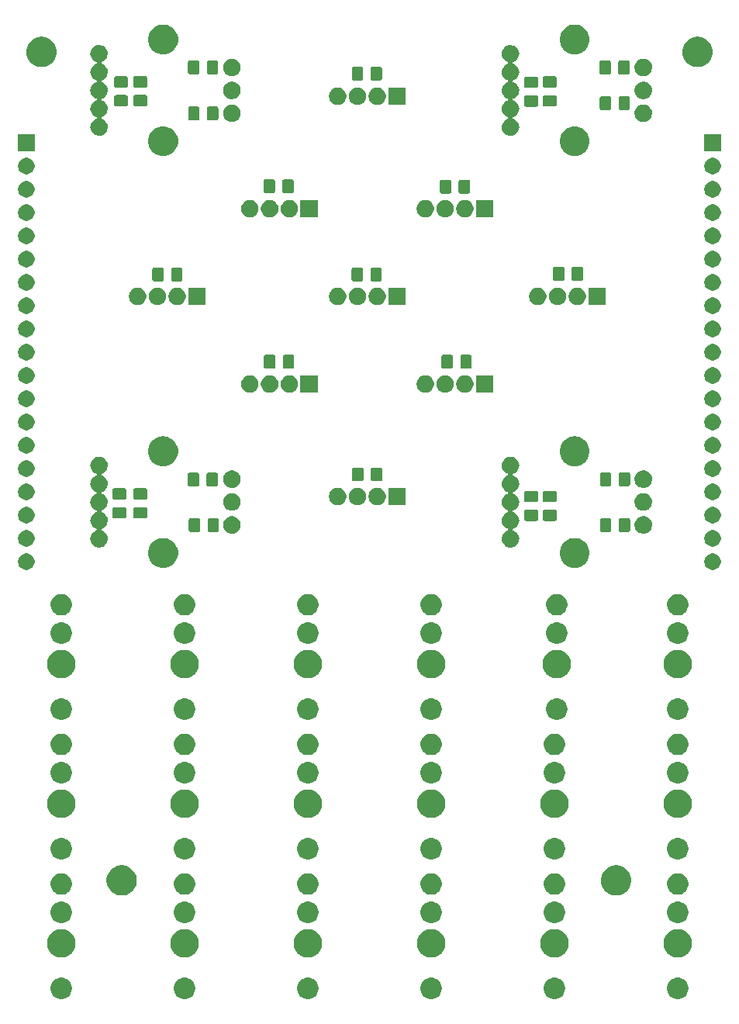
<source format=gbr>
G04 #@! TF.GenerationSoftware,KiCad,Pcbnew,(5.1.5-0)*
G04 #@! TF.CreationDate,2021-05-05T09:22:12-05:00*
G04 #@! TF.ProjectId,bells-venn,62656c6c-732d-4766-956e-6e2e6b696361,rev?*
G04 #@! TF.SameCoordinates,Original*
G04 #@! TF.FileFunction,Soldermask,Bot*
G04 #@! TF.FilePolarity,Negative*
%FSLAX46Y46*%
G04 Gerber Fmt 4.6, Leading zero omitted, Abs format (unit mm)*
G04 Created by KiCad (PCBNEW (5.1.5-0)) date 2021-05-05 09:22:12*
%MOMM*%
%LPD*%
G04 APERTURE LIST*
%ADD10C,0.100000*%
G04 APERTURE END LIST*
D10*
G36*
X121219200Y-75669600D02*
G01*
X121007805Y-75693418D01*
X120807010Y-75763680D01*
X120626885Y-75876860D01*
X120476460Y-76027285D01*
X120363280Y-76207410D01*
X120269200Y-76619600D01*
X120293018Y-76830995D01*
X120363280Y-77031790D01*
X120476460Y-77211915D01*
X120626885Y-77362340D01*
X120807010Y-77475520D01*
X121219200Y-77569600D01*
X121430595Y-77545782D01*
X121631390Y-77475520D01*
X121811515Y-77362340D01*
X121961940Y-77211915D01*
X122075120Y-77031790D01*
X122169200Y-76619600D01*
X122145382Y-76408205D01*
X122075120Y-76207410D01*
X121961940Y-76027285D01*
X121811515Y-75876860D01*
X121631390Y-75763680D01*
X121219200Y-75669600D01*
G37*
G36*
X128219200Y-87719600D02*
G01*
X127950045Y-87696052D01*
X127689069Y-87626124D01*
X127444200Y-87511939D01*
X127222879Y-87356969D01*
X127031831Y-87165921D01*
X126876861Y-86944600D01*
X126762676Y-86699731D01*
X126692748Y-86438755D01*
X126669200Y-86169600D01*
X126692748Y-85900445D01*
X126762676Y-85639469D01*
X126876861Y-85394600D01*
X127031831Y-85173279D01*
X127222879Y-84982231D01*
X127444200Y-84827261D01*
X127689069Y-84713076D01*
X128219200Y-84619600D01*
X128488355Y-84643148D01*
X128749331Y-84713076D01*
X128994200Y-84827261D01*
X129215521Y-84982231D01*
X129406569Y-85173279D01*
X129561539Y-85394600D01*
X129675724Y-85639469D01*
X129745652Y-85900445D01*
X129769200Y-86169600D01*
X129745652Y-86438755D01*
X129675724Y-86699731D01*
X129561539Y-86944600D01*
X129406569Y-87165921D01*
X129215521Y-87356969D01*
X128994200Y-87511939D01*
X128749331Y-87626124D01*
X128488355Y-87696052D01*
X128219200Y-87719600D01*
G37*
G36*
X128219200Y-76619600D02*
G01*
X127950045Y-76596052D01*
X127689069Y-76526124D01*
X127444200Y-76411939D01*
X127222879Y-76256969D01*
X127031831Y-76065921D01*
X126876861Y-75844600D01*
X126762676Y-75599731D01*
X126692748Y-75338755D01*
X126669200Y-75069600D01*
X126692748Y-74800445D01*
X126762676Y-74539469D01*
X126876861Y-74294600D01*
X127031831Y-74073279D01*
X127222879Y-73882231D01*
X127444200Y-73727261D01*
X127689069Y-73613076D01*
X128219200Y-73519600D01*
X128488355Y-73543148D01*
X128749331Y-73613076D01*
X128994200Y-73727261D01*
X129215521Y-73882231D01*
X129406569Y-74073279D01*
X129561539Y-74294600D01*
X129675724Y-74539469D01*
X129745652Y-74800445D01*
X129769200Y-75069600D01*
X129745652Y-75338755D01*
X129675724Y-75599731D01*
X129561539Y-75844600D01*
X129406569Y-76065921D01*
X129215521Y-76256969D01*
X128994200Y-76411939D01*
X128749331Y-76526124D01*
X128488355Y-76596052D01*
X128219200Y-76619600D01*
G37*
G36*
X121219200Y-77669600D02*
G01*
X121007805Y-77693418D01*
X120807010Y-77763680D01*
X120626885Y-77876860D01*
X120476460Y-78027285D01*
X120363280Y-78207410D01*
X120269200Y-78619600D01*
X120293018Y-78830995D01*
X120363280Y-79031790D01*
X120476460Y-79211915D01*
X120626885Y-79362340D01*
X120807010Y-79475520D01*
X121219200Y-79569600D01*
X121430595Y-79545782D01*
X121631390Y-79475520D01*
X121811515Y-79362340D01*
X121961940Y-79211915D01*
X122075120Y-79031790D01*
X122169200Y-78619600D01*
X122145382Y-78408205D01*
X122075120Y-78207410D01*
X121961940Y-78027285D01*
X121811515Y-77876860D01*
X121631390Y-77763680D01*
X121219200Y-77669600D01*
G37*
G36*
X121219200Y-79669600D02*
G01*
X121007805Y-79693418D01*
X120807010Y-79763680D01*
X120626885Y-79876860D01*
X120476460Y-80027285D01*
X120363280Y-80207410D01*
X120269200Y-80619600D01*
X120293018Y-80830995D01*
X120363280Y-81031790D01*
X120476460Y-81211915D01*
X120626885Y-81362340D01*
X120807010Y-81475520D01*
X121219200Y-81569600D01*
X121430595Y-81545782D01*
X121631390Y-81475520D01*
X121811515Y-81362340D01*
X121961940Y-81211915D01*
X122075120Y-81031790D01*
X122169200Y-80619600D01*
X122145382Y-80408205D01*
X122075120Y-80207410D01*
X121961940Y-80027285D01*
X121811515Y-79876860D01*
X121631390Y-79763680D01*
X121219200Y-79669600D01*
G37*
G36*
X121219200Y-81669600D02*
G01*
X121007805Y-81693418D01*
X120807010Y-81763680D01*
X120626885Y-81876860D01*
X120476460Y-82027285D01*
X120363280Y-82207410D01*
X120269200Y-82619600D01*
X120293018Y-82830995D01*
X120363280Y-83031790D01*
X120476460Y-83211915D01*
X120626885Y-83362340D01*
X120807010Y-83475520D01*
X121219200Y-83569600D01*
X121430595Y-83545782D01*
X121631390Y-83475520D01*
X121811515Y-83362340D01*
X121961940Y-83211915D01*
X122075120Y-83031790D01*
X122169200Y-82619600D01*
X122145382Y-82408205D01*
X122075120Y-82207410D01*
X121961940Y-82027285D01*
X121811515Y-81876860D01*
X121631390Y-81763680D01*
X121219200Y-81669600D01*
G37*
G36*
X121219200Y-83669600D02*
G01*
X121007805Y-83693418D01*
X120807010Y-83763680D01*
X120626885Y-83876860D01*
X120476460Y-84027285D01*
X120363280Y-84207410D01*
X120269200Y-84619600D01*
X120293018Y-84830995D01*
X120363280Y-85031790D01*
X120476460Y-85211915D01*
X120626885Y-85362340D01*
X120807010Y-85475520D01*
X121219200Y-85569600D01*
X121430595Y-85545782D01*
X121631390Y-85475520D01*
X121811515Y-85362340D01*
X121961940Y-85211915D01*
X122075120Y-85031790D01*
X122169200Y-84619600D01*
X122145382Y-84408205D01*
X122075120Y-84207410D01*
X121961940Y-84027285D01*
X121811515Y-83876860D01*
X121631390Y-83763680D01*
X121219200Y-83669600D01*
G37*
G36*
X135719200Y-77169600D02*
G01*
X135507805Y-77193418D01*
X135307010Y-77263680D01*
X135126885Y-77376860D01*
X134976460Y-77527285D01*
X134863280Y-77707410D01*
X134769200Y-78119600D01*
X134793018Y-78330995D01*
X134863280Y-78531790D01*
X134976460Y-78711915D01*
X135126885Y-78862340D01*
X135307010Y-78975520D01*
X135719200Y-79069600D01*
X135930595Y-79045782D01*
X136131390Y-78975520D01*
X136311515Y-78862340D01*
X136461940Y-78711915D01*
X136575120Y-78531790D01*
X136669200Y-78119600D01*
X136645382Y-77908205D01*
X136575120Y-77707410D01*
X136461940Y-77527285D01*
X136311515Y-77376860D01*
X136131390Y-77263680D01*
X135719200Y-77169600D01*
G37*
G36*
X135719200Y-79669600D02*
G01*
X135507805Y-79693418D01*
X135307010Y-79763680D01*
X135126885Y-79876860D01*
X134976460Y-80027285D01*
X134863280Y-80207410D01*
X134769200Y-80619600D01*
X134793018Y-80830995D01*
X134863280Y-81031790D01*
X134976460Y-81211915D01*
X135126885Y-81362340D01*
X135307010Y-81475520D01*
X135719200Y-81569600D01*
X135930595Y-81545782D01*
X136131390Y-81475520D01*
X136311515Y-81362340D01*
X136461940Y-81211915D01*
X136575120Y-81031790D01*
X136669200Y-80619600D01*
X136645382Y-80408205D01*
X136575120Y-80207410D01*
X136461940Y-80027285D01*
X136311515Y-79876860D01*
X136131390Y-79763680D01*
X135719200Y-79669600D01*
G37*
G36*
X135719200Y-82169600D02*
G01*
X135507805Y-82193418D01*
X135307010Y-82263680D01*
X135126885Y-82376860D01*
X134976460Y-82527285D01*
X134863280Y-82707410D01*
X134769200Y-83119600D01*
X134793018Y-83330995D01*
X134863280Y-83531790D01*
X134976460Y-83711915D01*
X135126885Y-83862340D01*
X135307010Y-83975520D01*
X135719200Y-84069600D01*
X135930595Y-84045782D01*
X136131390Y-83975520D01*
X136311515Y-83862340D01*
X136461940Y-83711915D01*
X136575120Y-83531790D01*
X136669200Y-83119600D01*
X136645382Y-82908205D01*
X136575120Y-82707410D01*
X136461940Y-82527285D01*
X136311515Y-82376860D01*
X136131390Y-82263680D01*
X135719200Y-82169600D01*
G37*
G36*
X180651800Y-82169600D02*
G01*
X180440405Y-82193418D01*
X180239610Y-82263680D01*
X180059485Y-82376860D01*
X179909060Y-82527285D01*
X179795880Y-82707410D01*
X179701800Y-83119600D01*
X179725618Y-83330995D01*
X179795880Y-83531790D01*
X179909060Y-83711915D01*
X180059485Y-83862340D01*
X180239610Y-83975520D01*
X180651800Y-84069600D01*
X180863195Y-84045782D01*
X181063990Y-83975520D01*
X181244115Y-83862340D01*
X181394540Y-83711915D01*
X181507720Y-83531790D01*
X181601800Y-83119600D01*
X181577982Y-82908205D01*
X181507720Y-82707410D01*
X181394540Y-82527285D01*
X181244115Y-82376860D01*
X181063990Y-82263680D01*
X180651800Y-82169600D01*
G37*
G36*
X180651800Y-79669600D02*
G01*
X180440405Y-79693418D01*
X180239610Y-79763680D01*
X180059485Y-79876860D01*
X179909060Y-80027285D01*
X179795880Y-80207410D01*
X179701800Y-80619600D01*
X179725618Y-80830995D01*
X179795880Y-81031790D01*
X179909060Y-81211915D01*
X180059485Y-81362340D01*
X180239610Y-81475520D01*
X180651800Y-81569600D01*
X180863195Y-81545782D01*
X181063990Y-81475520D01*
X181244115Y-81362340D01*
X181394540Y-81211915D01*
X181507720Y-81031790D01*
X181601800Y-80619600D01*
X181577982Y-80408205D01*
X181507720Y-80207410D01*
X181394540Y-80027285D01*
X181244115Y-79876860D01*
X181063990Y-79763680D01*
X180651800Y-79669600D01*
G37*
G36*
X180651800Y-77169600D02*
G01*
X180440405Y-77193418D01*
X180239610Y-77263680D01*
X180059485Y-77376860D01*
X179909060Y-77527285D01*
X179795880Y-77707410D01*
X179701800Y-78119600D01*
X179725618Y-78330995D01*
X179795880Y-78531790D01*
X179909060Y-78711915D01*
X180059485Y-78862340D01*
X180239610Y-78975520D01*
X180651800Y-79069600D01*
X180863195Y-79045782D01*
X181063990Y-78975520D01*
X181244115Y-78862340D01*
X181394540Y-78711915D01*
X181507720Y-78531790D01*
X181601800Y-78119600D01*
X181577982Y-77908205D01*
X181507720Y-77707410D01*
X181394540Y-77527285D01*
X181244115Y-77376860D01*
X181063990Y-77263680D01*
X180651800Y-77169600D01*
G37*
G36*
X166151800Y-83669600D02*
G01*
X165940405Y-83693418D01*
X165739610Y-83763680D01*
X165559485Y-83876860D01*
X165409060Y-84027285D01*
X165295880Y-84207410D01*
X165201800Y-84619600D01*
X165225618Y-84830995D01*
X165295880Y-85031790D01*
X165409060Y-85211915D01*
X165559485Y-85362340D01*
X165739610Y-85475520D01*
X166151800Y-85569600D01*
X166363195Y-85545782D01*
X166563990Y-85475520D01*
X166744115Y-85362340D01*
X166894540Y-85211915D01*
X167007720Y-85031790D01*
X167101800Y-84619600D01*
X167077982Y-84408205D01*
X167007720Y-84207410D01*
X166894540Y-84027285D01*
X166744115Y-83876860D01*
X166563990Y-83763680D01*
X166151800Y-83669600D01*
G37*
G36*
X166151800Y-81669600D02*
G01*
X165940405Y-81693418D01*
X165739610Y-81763680D01*
X165559485Y-81876860D01*
X165409060Y-82027285D01*
X165295880Y-82207410D01*
X165201800Y-82619600D01*
X165225618Y-82830995D01*
X165295880Y-83031790D01*
X165409060Y-83211915D01*
X165559485Y-83362340D01*
X165739610Y-83475520D01*
X166151800Y-83569600D01*
X166363195Y-83545782D01*
X166563990Y-83475520D01*
X166744115Y-83362340D01*
X166894540Y-83211915D01*
X167007720Y-83031790D01*
X167101800Y-82619600D01*
X167077982Y-82408205D01*
X167007720Y-82207410D01*
X166894540Y-82027285D01*
X166744115Y-81876860D01*
X166563990Y-81763680D01*
X166151800Y-81669600D01*
G37*
G36*
X166151800Y-79669600D02*
G01*
X165940405Y-79693418D01*
X165739610Y-79763680D01*
X165559485Y-79876860D01*
X165409060Y-80027285D01*
X165295880Y-80207410D01*
X165201800Y-80619600D01*
X165225618Y-80830995D01*
X165295880Y-81031790D01*
X165409060Y-81211915D01*
X165559485Y-81362340D01*
X165739610Y-81475520D01*
X166151800Y-81569600D01*
X166363195Y-81545782D01*
X166563990Y-81475520D01*
X166744115Y-81362340D01*
X166894540Y-81211915D01*
X167007720Y-81031790D01*
X167101800Y-80619600D01*
X167077982Y-80408205D01*
X167007720Y-80207410D01*
X166894540Y-80027285D01*
X166744115Y-79876860D01*
X166563990Y-79763680D01*
X166151800Y-79669600D01*
G37*
G36*
X166151800Y-77669600D02*
G01*
X165940405Y-77693418D01*
X165739610Y-77763680D01*
X165559485Y-77876860D01*
X165409060Y-78027285D01*
X165295880Y-78207410D01*
X165201800Y-78619600D01*
X165225618Y-78830995D01*
X165295880Y-79031790D01*
X165409060Y-79211915D01*
X165559485Y-79362340D01*
X165739610Y-79475520D01*
X166151800Y-79569600D01*
X166363195Y-79545782D01*
X166563990Y-79475520D01*
X166744115Y-79362340D01*
X166894540Y-79211915D01*
X167007720Y-79031790D01*
X167101800Y-78619600D01*
X167077982Y-78408205D01*
X167007720Y-78207410D01*
X166894540Y-78027285D01*
X166744115Y-77876860D01*
X166563990Y-77763680D01*
X166151800Y-77669600D01*
G37*
G36*
X173151800Y-76619600D02*
G01*
X172882645Y-76596052D01*
X172621669Y-76526124D01*
X172376800Y-76411939D01*
X172155479Y-76256969D01*
X171964431Y-76065921D01*
X171809461Y-75844600D01*
X171695276Y-75599731D01*
X171625348Y-75338755D01*
X171601800Y-75069600D01*
X171625348Y-74800445D01*
X171695276Y-74539469D01*
X171809461Y-74294600D01*
X171964431Y-74073279D01*
X172155479Y-73882231D01*
X172376800Y-73727261D01*
X172621669Y-73613076D01*
X173151800Y-73519600D01*
X173420955Y-73543148D01*
X173681931Y-73613076D01*
X173926800Y-73727261D01*
X174148121Y-73882231D01*
X174339169Y-74073279D01*
X174494139Y-74294600D01*
X174608324Y-74539469D01*
X174678252Y-74800445D01*
X174701800Y-75069600D01*
X174678252Y-75338755D01*
X174608324Y-75599731D01*
X174494139Y-75844600D01*
X174339169Y-76065921D01*
X174148121Y-76256969D01*
X173926800Y-76411939D01*
X173681931Y-76526124D01*
X173420955Y-76596052D01*
X173151800Y-76619600D01*
G37*
G36*
X173151800Y-87719600D02*
G01*
X172882645Y-87696052D01*
X172621669Y-87626124D01*
X172376800Y-87511939D01*
X172155479Y-87356969D01*
X171964431Y-87165921D01*
X171809461Y-86944600D01*
X171695276Y-86699731D01*
X171625348Y-86438755D01*
X171601800Y-86169600D01*
X171625348Y-85900445D01*
X171695276Y-85639469D01*
X171809461Y-85394600D01*
X171964431Y-85173279D01*
X172155479Y-84982231D01*
X172376800Y-84827261D01*
X172621669Y-84713076D01*
X173151800Y-84619600D01*
X173420955Y-84643148D01*
X173681931Y-84713076D01*
X173926800Y-84827261D01*
X174148121Y-84982231D01*
X174339169Y-85173279D01*
X174494139Y-85394600D01*
X174608324Y-85639469D01*
X174678252Y-85900445D01*
X174701800Y-86169600D01*
X174678252Y-86438755D01*
X174608324Y-86699731D01*
X174494139Y-86944600D01*
X174339169Y-87165921D01*
X174148121Y-87356969D01*
X173926800Y-87511939D01*
X173681931Y-87626124D01*
X173420955Y-87696052D01*
X173151800Y-87719600D01*
G37*
G36*
X166151800Y-75669600D02*
G01*
X165940405Y-75693418D01*
X165739610Y-75763680D01*
X165559485Y-75876860D01*
X165409060Y-76027285D01*
X165295880Y-76207410D01*
X165201800Y-76619600D01*
X165225618Y-76830995D01*
X165295880Y-77031790D01*
X165409060Y-77211915D01*
X165559485Y-77362340D01*
X165739610Y-77475520D01*
X166151800Y-77569600D01*
X166363195Y-77545782D01*
X166563990Y-77475520D01*
X166744115Y-77362340D01*
X166894540Y-77211915D01*
X167007720Y-77031790D01*
X167101800Y-76619600D01*
X167077982Y-76408205D01*
X167007720Y-76207410D01*
X166894540Y-76027285D01*
X166744115Y-75876860D01*
X166563990Y-75763680D01*
X166151800Y-75669600D01*
G37*
G36*
X135719200Y-37237000D02*
G01*
X135507805Y-37260818D01*
X135307010Y-37331080D01*
X135126885Y-37444260D01*
X134976460Y-37594685D01*
X134863280Y-37774810D01*
X134769200Y-38187000D01*
X134793018Y-38398395D01*
X134863280Y-38599190D01*
X134976460Y-38779315D01*
X135126885Y-38929740D01*
X135307010Y-39042920D01*
X135719200Y-39137000D01*
X135930595Y-39113182D01*
X136131390Y-39042920D01*
X136311515Y-38929740D01*
X136461940Y-38779315D01*
X136575120Y-38599190D01*
X136669200Y-38187000D01*
X136645382Y-37975605D01*
X136575120Y-37774810D01*
X136461940Y-37594685D01*
X136311515Y-37444260D01*
X136131390Y-37331080D01*
X135719200Y-37237000D01*
G37*
G36*
X135719200Y-34737000D02*
G01*
X135507805Y-34760818D01*
X135307010Y-34831080D01*
X135126885Y-34944260D01*
X134976460Y-35094685D01*
X134863280Y-35274810D01*
X134769200Y-35687000D01*
X134793018Y-35898395D01*
X134863280Y-36099190D01*
X134976460Y-36279315D01*
X135126885Y-36429740D01*
X135307010Y-36542920D01*
X135719200Y-36637000D01*
X135930595Y-36613182D01*
X136131390Y-36542920D01*
X136311515Y-36429740D01*
X136461940Y-36279315D01*
X136575120Y-36099190D01*
X136669200Y-35687000D01*
X136645382Y-35475605D01*
X136575120Y-35274810D01*
X136461940Y-35094685D01*
X136311515Y-34944260D01*
X136131390Y-34831080D01*
X135719200Y-34737000D01*
G37*
G36*
X135719200Y-32237000D02*
G01*
X135507805Y-32260818D01*
X135307010Y-32331080D01*
X135126885Y-32444260D01*
X134976460Y-32594685D01*
X134863280Y-32774810D01*
X134769200Y-33187000D01*
X134793018Y-33398395D01*
X134863280Y-33599190D01*
X134976460Y-33779315D01*
X135126885Y-33929740D01*
X135307010Y-34042920D01*
X135719200Y-34137000D01*
X135930595Y-34113182D01*
X136131390Y-34042920D01*
X136311515Y-33929740D01*
X136461940Y-33779315D01*
X136575120Y-33599190D01*
X136669200Y-33187000D01*
X136645382Y-32975605D01*
X136575120Y-32774810D01*
X136461940Y-32594685D01*
X136311515Y-32444260D01*
X136131390Y-32331080D01*
X135719200Y-32237000D01*
G37*
G36*
X121219200Y-38737000D02*
G01*
X121007805Y-38760818D01*
X120807010Y-38831080D01*
X120626885Y-38944260D01*
X120476460Y-39094685D01*
X120363280Y-39274810D01*
X120269200Y-39687000D01*
X120293018Y-39898395D01*
X120363280Y-40099190D01*
X120476460Y-40279315D01*
X120626885Y-40429740D01*
X120807010Y-40542920D01*
X121219200Y-40637000D01*
X121430595Y-40613182D01*
X121631390Y-40542920D01*
X121811515Y-40429740D01*
X121961940Y-40279315D01*
X122075120Y-40099190D01*
X122169200Y-39687000D01*
X122145382Y-39475605D01*
X122075120Y-39274810D01*
X121961940Y-39094685D01*
X121811515Y-38944260D01*
X121631390Y-38831080D01*
X121219200Y-38737000D01*
G37*
G36*
X121219200Y-36737000D02*
G01*
X121007805Y-36760818D01*
X120807010Y-36831080D01*
X120626885Y-36944260D01*
X120476460Y-37094685D01*
X120363280Y-37274810D01*
X120269200Y-37687000D01*
X120293018Y-37898395D01*
X120363280Y-38099190D01*
X120476460Y-38279315D01*
X120626885Y-38429740D01*
X120807010Y-38542920D01*
X121219200Y-38637000D01*
X121430595Y-38613182D01*
X121631390Y-38542920D01*
X121811515Y-38429740D01*
X121961940Y-38279315D01*
X122075120Y-38099190D01*
X122169200Y-37687000D01*
X122145382Y-37475605D01*
X122075120Y-37274810D01*
X121961940Y-37094685D01*
X121811515Y-36944260D01*
X121631390Y-36831080D01*
X121219200Y-36737000D01*
G37*
G36*
X121219200Y-34737000D02*
G01*
X121007805Y-34760818D01*
X120807010Y-34831080D01*
X120626885Y-34944260D01*
X120476460Y-35094685D01*
X120363280Y-35274810D01*
X120269200Y-35687000D01*
X120293018Y-35898395D01*
X120363280Y-36099190D01*
X120476460Y-36279315D01*
X120626885Y-36429740D01*
X120807010Y-36542920D01*
X121219200Y-36637000D01*
X121430595Y-36613182D01*
X121631390Y-36542920D01*
X121811515Y-36429740D01*
X121961940Y-36279315D01*
X122075120Y-36099190D01*
X122169200Y-35687000D01*
X122145382Y-35475605D01*
X122075120Y-35274810D01*
X121961940Y-35094685D01*
X121811515Y-34944260D01*
X121631390Y-34831080D01*
X121219200Y-34737000D01*
G37*
G36*
X121219200Y-32737000D02*
G01*
X121007805Y-32760818D01*
X120807010Y-32831080D01*
X120626885Y-32944260D01*
X120476460Y-33094685D01*
X120363280Y-33274810D01*
X120269200Y-33687000D01*
X120293018Y-33898395D01*
X120363280Y-34099190D01*
X120476460Y-34279315D01*
X120626885Y-34429740D01*
X120807010Y-34542920D01*
X121219200Y-34637000D01*
X121430595Y-34613182D01*
X121631390Y-34542920D01*
X121811515Y-34429740D01*
X121961940Y-34279315D01*
X122075120Y-34099190D01*
X122169200Y-33687000D01*
X122145382Y-33475605D01*
X122075120Y-33274810D01*
X121961940Y-33094685D01*
X121811515Y-32944260D01*
X121631390Y-32831080D01*
X121219200Y-32737000D01*
G37*
G36*
X128219200Y-31687000D02*
G01*
X127950045Y-31663452D01*
X127689069Y-31593524D01*
X127444200Y-31479339D01*
X127222879Y-31324369D01*
X127031831Y-31133321D01*
X126876861Y-30912000D01*
X126762676Y-30667131D01*
X126692748Y-30406155D01*
X126669200Y-30137000D01*
X126692748Y-29867845D01*
X126762676Y-29606869D01*
X126876861Y-29362000D01*
X127031831Y-29140679D01*
X127222879Y-28949631D01*
X127444200Y-28794661D01*
X127689069Y-28680476D01*
X128219200Y-28587000D01*
X128488355Y-28610548D01*
X128749331Y-28680476D01*
X128994200Y-28794661D01*
X129215521Y-28949631D01*
X129406569Y-29140679D01*
X129561539Y-29362000D01*
X129675724Y-29606869D01*
X129745652Y-29867845D01*
X129769200Y-30137000D01*
X129745652Y-30406155D01*
X129675724Y-30667131D01*
X129561539Y-30912000D01*
X129406569Y-31133321D01*
X129215521Y-31324369D01*
X128994200Y-31479339D01*
X128749331Y-31593524D01*
X128488355Y-31663452D01*
X128219200Y-31687000D01*
G37*
G36*
X128219200Y-42787000D02*
G01*
X127950045Y-42763452D01*
X127689069Y-42693524D01*
X127444200Y-42579339D01*
X127222879Y-42424369D01*
X127031831Y-42233321D01*
X126876861Y-42012000D01*
X126762676Y-41767131D01*
X126692748Y-41506155D01*
X126669200Y-41237000D01*
X126692748Y-40967845D01*
X126762676Y-40706869D01*
X126876861Y-40462000D01*
X127031831Y-40240679D01*
X127222879Y-40049631D01*
X127444200Y-39894661D01*
X127689069Y-39780476D01*
X128219200Y-39687000D01*
X128488355Y-39710548D01*
X128749331Y-39780476D01*
X128994200Y-39894661D01*
X129215521Y-40049631D01*
X129406569Y-40240679D01*
X129561539Y-40462000D01*
X129675724Y-40706869D01*
X129745652Y-40967845D01*
X129769200Y-41237000D01*
X129745652Y-41506155D01*
X129675724Y-41767131D01*
X129561539Y-42012000D01*
X129406569Y-42233321D01*
X129215521Y-42424369D01*
X128994200Y-42579339D01*
X128749331Y-42693524D01*
X128488355Y-42763452D01*
X128219200Y-42787000D01*
G37*
G36*
X121219200Y-30737000D02*
G01*
X121007805Y-30760818D01*
X120807010Y-30831080D01*
X120626885Y-30944260D01*
X120476460Y-31094685D01*
X120363280Y-31274810D01*
X120269200Y-31687000D01*
X120293018Y-31898395D01*
X120363280Y-32099190D01*
X120476460Y-32279315D01*
X120626885Y-32429740D01*
X120807010Y-32542920D01*
X121219200Y-32637000D01*
X121430595Y-32613182D01*
X121631390Y-32542920D01*
X121811515Y-32429740D01*
X121961940Y-32279315D01*
X122075120Y-32099190D01*
X122169200Y-31687000D01*
X122145382Y-31475605D01*
X122075120Y-31274810D01*
X121961940Y-31094685D01*
X121811515Y-30944260D01*
X121631390Y-30831080D01*
X121219200Y-30737000D01*
G37*
G36*
X166151800Y-30737000D02*
G01*
X165940405Y-30760818D01*
X165739610Y-30831080D01*
X165559485Y-30944260D01*
X165409060Y-31094685D01*
X165295880Y-31274810D01*
X165201800Y-31687000D01*
X165225618Y-31898395D01*
X165295880Y-32099190D01*
X165409060Y-32279315D01*
X165559485Y-32429740D01*
X165739610Y-32542920D01*
X166151800Y-32637000D01*
X166363195Y-32613182D01*
X166563990Y-32542920D01*
X166744115Y-32429740D01*
X166894540Y-32279315D01*
X167007720Y-32099190D01*
X167101800Y-31687000D01*
X167077982Y-31475605D01*
X167007720Y-31274810D01*
X166894540Y-31094685D01*
X166744115Y-30944260D01*
X166563990Y-30831080D01*
X166151800Y-30737000D01*
G37*
G36*
X173151800Y-42787000D02*
G01*
X172882645Y-42763452D01*
X172621669Y-42693524D01*
X172376800Y-42579339D01*
X172155479Y-42424369D01*
X171964431Y-42233321D01*
X171809461Y-42012000D01*
X171695276Y-41767131D01*
X171625348Y-41506155D01*
X171601800Y-41237000D01*
X171625348Y-40967845D01*
X171695276Y-40706869D01*
X171809461Y-40462000D01*
X171964431Y-40240679D01*
X172155479Y-40049631D01*
X172376800Y-39894661D01*
X172621669Y-39780476D01*
X173151800Y-39687000D01*
X173420955Y-39710548D01*
X173681931Y-39780476D01*
X173926800Y-39894661D01*
X174148121Y-40049631D01*
X174339169Y-40240679D01*
X174494139Y-40462000D01*
X174608324Y-40706869D01*
X174678252Y-40967845D01*
X174701800Y-41237000D01*
X174678252Y-41506155D01*
X174608324Y-41767131D01*
X174494139Y-42012000D01*
X174339169Y-42233321D01*
X174148121Y-42424369D01*
X173926800Y-42579339D01*
X173681931Y-42693524D01*
X173420955Y-42763452D01*
X173151800Y-42787000D01*
G37*
G36*
X173151800Y-31687000D02*
G01*
X172882645Y-31663452D01*
X172621669Y-31593524D01*
X172376800Y-31479339D01*
X172155479Y-31324369D01*
X171964431Y-31133321D01*
X171809461Y-30912000D01*
X171695276Y-30667131D01*
X171625348Y-30406155D01*
X171601800Y-30137000D01*
X171625348Y-29867845D01*
X171695276Y-29606869D01*
X171809461Y-29362000D01*
X171964431Y-29140679D01*
X172155479Y-28949631D01*
X172376800Y-28794661D01*
X172621669Y-28680476D01*
X173151800Y-28587000D01*
X173420955Y-28610548D01*
X173681931Y-28680476D01*
X173926800Y-28794661D01*
X174148121Y-28949631D01*
X174339169Y-29140679D01*
X174494139Y-29362000D01*
X174608324Y-29606869D01*
X174678252Y-29867845D01*
X174701800Y-30137000D01*
X174678252Y-30406155D01*
X174608324Y-30667131D01*
X174494139Y-30912000D01*
X174339169Y-31133321D01*
X174148121Y-31324369D01*
X173926800Y-31479339D01*
X173681931Y-31593524D01*
X173420955Y-31663452D01*
X173151800Y-31687000D01*
G37*
G36*
X166151800Y-32737000D02*
G01*
X165940405Y-32760818D01*
X165739610Y-32831080D01*
X165559485Y-32944260D01*
X165409060Y-33094685D01*
X165295880Y-33274810D01*
X165201800Y-33687000D01*
X165225618Y-33898395D01*
X165295880Y-34099190D01*
X165409060Y-34279315D01*
X165559485Y-34429740D01*
X165739610Y-34542920D01*
X166151800Y-34637000D01*
X166363195Y-34613182D01*
X166563990Y-34542920D01*
X166744115Y-34429740D01*
X166894540Y-34279315D01*
X167007720Y-34099190D01*
X167101800Y-33687000D01*
X167077982Y-33475605D01*
X167007720Y-33274810D01*
X166894540Y-33094685D01*
X166744115Y-32944260D01*
X166563990Y-32831080D01*
X166151800Y-32737000D01*
G37*
G36*
X166151800Y-34737000D02*
G01*
X165940405Y-34760818D01*
X165739610Y-34831080D01*
X165559485Y-34944260D01*
X165409060Y-35094685D01*
X165295880Y-35274810D01*
X165201800Y-35687000D01*
X165225618Y-35898395D01*
X165295880Y-36099190D01*
X165409060Y-36279315D01*
X165559485Y-36429740D01*
X165739610Y-36542920D01*
X166151800Y-36637000D01*
X166363195Y-36613182D01*
X166563990Y-36542920D01*
X166744115Y-36429740D01*
X166894540Y-36279315D01*
X167007720Y-36099190D01*
X167101800Y-35687000D01*
X167077982Y-35475605D01*
X167007720Y-35274810D01*
X166894540Y-35094685D01*
X166744115Y-34944260D01*
X166563990Y-34831080D01*
X166151800Y-34737000D01*
G37*
G36*
X166151800Y-36737000D02*
G01*
X165940405Y-36760818D01*
X165739610Y-36831080D01*
X165559485Y-36944260D01*
X165409060Y-37094685D01*
X165295880Y-37274810D01*
X165201800Y-37687000D01*
X165225618Y-37898395D01*
X165295880Y-38099190D01*
X165409060Y-38279315D01*
X165559485Y-38429740D01*
X165739610Y-38542920D01*
X166151800Y-38637000D01*
X166363195Y-38613182D01*
X166563990Y-38542920D01*
X166744115Y-38429740D01*
X166894540Y-38279315D01*
X167007720Y-38099190D01*
X167101800Y-37687000D01*
X167077982Y-37475605D01*
X167007720Y-37274810D01*
X166894540Y-37094685D01*
X166744115Y-36944260D01*
X166563990Y-36831080D01*
X166151800Y-36737000D01*
G37*
G36*
X166151800Y-38737000D02*
G01*
X165940405Y-38760818D01*
X165739610Y-38831080D01*
X165559485Y-38944260D01*
X165409060Y-39094685D01*
X165295880Y-39274810D01*
X165201800Y-39687000D01*
X165225618Y-39898395D01*
X165295880Y-40099190D01*
X165409060Y-40279315D01*
X165559485Y-40429740D01*
X165739610Y-40542920D01*
X166151800Y-40637000D01*
X166363195Y-40613182D01*
X166563990Y-40542920D01*
X166744115Y-40429740D01*
X166894540Y-40279315D01*
X167007720Y-40099190D01*
X167101800Y-39687000D01*
X167077982Y-39475605D01*
X167007720Y-39274810D01*
X166894540Y-39094685D01*
X166744115Y-38944260D01*
X166563990Y-38831080D01*
X166151800Y-38737000D01*
G37*
G36*
X180651800Y-32237000D02*
G01*
X180440405Y-32260818D01*
X180239610Y-32331080D01*
X180059485Y-32444260D01*
X179909060Y-32594685D01*
X179795880Y-32774810D01*
X179701800Y-33187000D01*
X179725618Y-33398395D01*
X179795880Y-33599190D01*
X179909060Y-33779315D01*
X180059485Y-33929740D01*
X180239610Y-34042920D01*
X180651800Y-34137000D01*
X180863195Y-34113182D01*
X181063990Y-34042920D01*
X181244115Y-33929740D01*
X181394540Y-33779315D01*
X181507720Y-33599190D01*
X181601800Y-33187000D01*
X181577982Y-32975605D01*
X181507720Y-32774810D01*
X181394540Y-32594685D01*
X181244115Y-32444260D01*
X181063990Y-32331080D01*
X180651800Y-32237000D01*
G37*
G36*
X180651800Y-34737000D02*
G01*
X180440405Y-34760818D01*
X180239610Y-34831080D01*
X180059485Y-34944260D01*
X179909060Y-35094685D01*
X179795880Y-35274810D01*
X179701800Y-35687000D01*
X179725618Y-35898395D01*
X179795880Y-36099190D01*
X179909060Y-36279315D01*
X180059485Y-36429740D01*
X180239610Y-36542920D01*
X180651800Y-36637000D01*
X180863195Y-36613182D01*
X181063990Y-36542920D01*
X181244115Y-36429740D01*
X181394540Y-36279315D01*
X181507720Y-36099190D01*
X181601800Y-35687000D01*
X181577982Y-35475605D01*
X181507720Y-35274810D01*
X181394540Y-35094685D01*
X181244115Y-34944260D01*
X181063990Y-34831080D01*
X180651800Y-34737000D01*
G37*
G36*
X180651800Y-37237000D02*
G01*
X180440405Y-37260818D01*
X180239610Y-37331080D01*
X180059485Y-37444260D01*
X179909060Y-37594685D01*
X179795880Y-37774810D01*
X179701800Y-38187000D01*
X179725618Y-38398395D01*
X179795880Y-38599190D01*
X179909060Y-38779315D01*
X180059485Y-38929740D01*
X180239610Y-39042920D01*
X180651800Y-39137000D01*
X180863195Y-39113182D01*
X181063990Y-39042920D01*
X181244115Y-38929740D01*
X181394540Y-38779315D01*
X181507720Y-38599190D01*
X181601800Y-38187000D01*
X181577982Y-37975605D01*
X181507720Y-37774810D01*
X181394540Y-37594685D01*
X181244115Y-37444260D01*
X181063990Y-37331080D01*
X180651800Y-37237000D01*
G37*
G36*
X184595560Y-132537064D02*
G01*
X184747027Y-132567193D01*
X184961045Y-132655842D01*
X184961046Y-132655843D01*
X185153654Y-132784539D01*
X185317461Y-132948346D01*
X185403258Y-133076751D01*
X185446158Y-133140955D01*
X185534807Y-133354973D01*
X185580000Y-133582174D01*
X185580000Y-133813826D01*
X185534807Y-134041027D01*
X185446158Y-134255045D01*
X185446157Y-134255046D01*
X185317461Y-134447654D01*
X185153654Y-134611461D01*
X185025249Y-134697258D01*
X184961045Y-134740158D01*
X184747027Y-134828807D01*
X184595560Y-134858936D01*
X184519827Y-134874000D01*
X184288173Y-134874000D01*
X184212440Y-134858936D01*
X184060973Y-134828807D01*
X183846955Y-134740158D01*
X183782751Y-134697258D01*
X183654346Y-134611461D01*
X183490539Y-134447654D01*
X183361843Y-134255046D01*
X183361842Y-134255045D01*
X183273193Y-134041027D01*
X183228000Y-133813826D01*
X183228000Y-133582174D01*
X183273193Y-133354973D01*
X183361842Y-133140955D01*
X183404742Y-133076751D01*
X183490539Y-132948346D01*
X183654346Y-132784539D01*
X183846954Y-132655843D01*
X183846955Y-132655842D01*
X184060973Y-132567193D01*
X184212440Y-132537064D01*
X184288173Y-132522000D01*
X184519827Y-132522000D01*
X184595560Y-132537064D01*
G37*
G36*
X171133560Y-132537064D02*
G01*
X171285027Y-132567193D01*
X171499045Y-132655842D01*
X171499046Y-132655843D01*
X171691654Y-132784539D01*
X171855461Y-132948346D01*
X171941258Y-133076751D01*
X171984158Y-133140955D01*
X172072807Y-133354973D01*
X172118000Y-133582174D01*
X172118000Y-133813826D01*
X172072807Y-134041027D01*
X171984158Y-134255045D01*
X171984157Y-134255046D01*
X171855461Y-134447654D01*
X171691654Y-134611461D01*
X171563249Y-134697258D01*
X171499045Y-134740158D01*
X171285027Y-134828807D01*
X171133560Y-134858936D01*
X171057827Y-134874000D01*
X170826173Y-134874000D01*
X170750440Y-134858936D01*
X170598973Y-134828807D01*
X170384955Y-134740158D01*
X170320751Y-134697258D01*
X170192346Y-134611461D01*
X170028539Y-134447654D01*
X169899843Y-134255046D01*
X169899842Y-134255045D01*
X169811193Y-134041027D01*
X169766000Y-133813826D01*
X169766000Y-133582174D01*
X169811193Y-133354973D01*
X169899842Y-133140955D01*
X169942742Y-133076751D01*
X170028539Y-132948346D01*
X170192346Y-132784539D01*
X170384954Y-132655843D01*
X170384955Y-132655842D01*
X170598973Y-132567193D01*
X170750440Y-132537064D01*
X170826173Y-132522000D01*
X171057827Y-132522000D01*
X171133560Y-132537064D01*
G37*
G36*
X157671560Y-132537064D02*
G01*
X157823027Y-132567193D01*
X158037045Y-132655842D01*
X158037046Y-132655843D01*
X158229654Y-132784539D01*
X158393461Y-132948346D01*
X158479258Y-133076751D01*
X158522158Y-133140955D01*
X158610807Y-133354973D01*
X158656000Y-133582174D01*
X158656000Y-133813826D01*
X158610807Y-134041027D01*
X158522158Y-134255045D01*
X158522157Y-134255046D01*
X158393461Y-134447654D01*
X158229654Y-134611461D01*
X158101249Y-134697258D01*
X158037045Y-134740158D01*
X157823027Y-134828807D01*
X157671560Y-134858936D01*
X157595827Y-134874000D01*
X157364173Y-134874000D01*
X157288440Y-134858936D01*
X157136973Y-134828807D01*
X156922955Y-134740158D01*
X156858751Y-134697258D01*
X156730346Y-134611461D01*
X156566539Y-134447654D01*
X156437843Y-134255046D01*
X156437842Y-134255045D01*
X156349193Y-134041027D01*
X156304000Y-133813826D01*
X156304000Y-133582174D01*
X156349193Y-133354973D01*
X156437842Y-133140955D01*
X156480742Y-133076751D01*
X156566539Y-132948346D01*
X156730346Y-132784539D01*
X156922954Y-132655843D01*
X156922955Y-132655842D01*
X157136973Y-132567193D01*
X157288440Y-132537064D01*
X157364173Y-132522000D01*
X157595827Y-132522000D01*
X157671560Y-132537064D01*
G37*
G36*
X144209560Y-132537064D02*
G01*
X144361027Y-132567193D01*
X144575045Y-132655842D01*
X144575046Y-132655843D01*
X144767654Y-132784539D01*
X144931461Y-132948346D01*
X145017258Y-133076751D01*
X145060158Y-133140955D01*
X145148807Y-133354973D01*
X145194000Y-133582174D01*
X145194000Y-133813826D01*
X145148807Y-134041027D01*
X145060158Y-134255045D01*
X145060157Y-134255046D01*
X144931461Y-134447654D01*
X144767654Y-134611461D01*
X144639249Y-134697258D01*
X144575045Y-134740158D01*
X144361027Y-134828807D01*
X144209560Y-134858936D01*
X144133827Y-134874000D01*
X143902173Y-134874000D01*
X143826440Y-134858936D01*
X143674973Y-134828807D01*
X143460955Y-134740158D01*
X143396751Y-134697258D01*
X143268346Y-134611461D01*
X143104539Y-134447654D01*
X142975843Y-134255046D01*
X142975842Y-134255045D01*
X142887193Y-134041027D01*
X142842000Y-133813826D01*
X142842000Y-133582174D01*
X142887193Y-133354973D01*
X142975842Y-133140955D01*
X143018742Y-133076751D01*
X143104539Y-132948346D01*
X143268346Y-132784539D01*
X143460954Y-132655843D01*
X143460955Y-132655842D01*
X143674973Y-132567193D01*
X143826440Y-132537064D01*
X143902173Y-132522000D01*
X144133827Y-132522000D01*
X144209560Y-132537064D01*
G37*
G36*
X130747560Y-132537064D02*
G01*
X130899027Y-132567193D01*
X131113045Y-132655842D01*
X131113046Y-132655843D01*
X131305654Y-132784539D01*
X131469461Y-132948346D01*
X131555258Y-133076751D01*
X131598158Y-133140955D01*
X131686807Y-133354973D01*
X131732000Y-133582174D01*
X131732000Y-133813826D01*
X131686807Y-134041027D01*
X131598158Y-134255045D01*
X131598157Y-134255046D01*
X131469461Y-134447654D01*
X131305654Y-134611461D01*
X131177249Y-134697258D01*
X131113045Y-134740158D01*
X130899027Y-134828807D01*
X130747560Y-134858936D01*
X130671827Y-134874000D01*
X130440173Y-134874000D01*
X130364440Y-134858936D01*
X130212973Y-134828807D01*
X129998955Y-134740158D01*
X129934751Y-134697258D01*
X129806346Y-134611461D01*
X129642539Y-134447654D01*
X129513843Y-134255046D01*
X129513842Y-134255045D01*
X129425193Y-134041027D01*
X129380000Y-133813826D01*
X129380000Y-133582174D01*
X129425193Y-133354973D01*
X129513842Y-133140955D01*
X129556742Y-133076751D01*
X129642539Y-132948346D01*
X129806346Y-132784539D01*
X129998954Y-132655843D01*
X129998955Y-132655842D01*
X130212973Y-132567193D01*
X130364440Y-132537064D01*
X130440173Y-132522000D01*
X130671827Y-132522000D01*
X130747560Y-132537064D01*
G37*
G36*
X117285560Y-132537064D02*
G01*
X117437027Y-132567193D01*
X117651045Y-132655842D01*
X117651046Y-132655843D01*
X117843654Y-132784539D01*
X118007461Y-132948346D01*
X118093258Y-133076751D01*
X118136158Y-133140955D01*
X118224807Y-133354973D01*
X118270000Y-133582174D01*
X118270000Y-133813826D01*
X118224807Y-134041027D01*
X118136158Y-134255045D01*
X118136157Y-134255046D01*
X118007461Y-134447654D01*
X117843654Y-134611461D01*
X117715249Y-134697258D01*
X117651045Y-134740158D01*
X117437027Y-134828807D01*
X117285560Y-134858936D01*
X117209827Y-134874000D01*
X116978173Y-134874000D01*
X116902440Y-134858936D01*
X116750973Y-134828807D01*
X116536955Y-134740158D01*
X116472751Y-134697258D01*
X116344346Y-134611461D01*
X116180539Y-134447654D01*
X116051843Y-134255046D01*
X116051842Y-134255045D01*
X115963193Y-134041027D01*
X115918000Y-133813826D01*
X115918000Y-133582174D01*
X115963193Y-133354973D01*
X116051842Y-133140955D01*
X116094742Y-133076751D01*
X116180539Y-132948346D01*
X116344346Y-132784539D01*
X116536954Y-132655843D01*
X116536955Y-132655842D01*
X116750973Y-132567193D01*
X116902440Y-132537064D01*
X116978173Y-132522000D01*
X117209827Y-132522000D01*
X117285560Y-132537064D01*
G37*
G36*
X171244585Y-127256802D02*
G01*
X171394410Y-127286604D01*
X171676674Y-127403521D01*
X171930705Y-127573259D01*
X172146741Y-127789295D01*
X172316479Y-128043326D01*
X172433396Y-128325590D01*
X172493000Y-128625240D01*
X172493000Y-128930760D01*
X172433396Y-129230410D01*
X172316479Y-129512674D01*
X172146741Y-129766705D01*
X171930705Y-129982741D01*
X171676674Y-130152479D01*
X171394410Y-130269396D01*
X171244585Y-130299198D01*
X171094761Y-130329000D01*
X170789239Y-130329000D01*
X170639415Y-130299198D01*
X170489590Y-130269396D01*
X170207326Y-130152479D01*
X169953295Y-129982741D01*
X169737259Y-129766705D01*
X169567521Y-129512674D01*
X169450604Y-129230410D01*
X169391000Y-128930760D01*
X169391000Y-128625240D01*
X169450604Y-128325590D01*
X169567521Y-128043326D01*
X169737259Y-127789295D01*
X169953295Y-127573259D01*
X170207326Y-127403521D01*
X170489590Y-127286604D01*
X170639415Y-127256802D01*
X170789239Y-127227000D01*
X171094761Y-127227000D01*
X171244585Y-127256802D01*
G37*
G36*
X117396585Y-127256802D02*
G01*
X117546410Y-127286604D01*
X117828674Y-127403521D01*
X118082705Y-127573259D01*
X118298741Y-127789295D01*
X118468479Y-128043326D01*
X118585396Y-128325590D01*
X118645000Y-128625240D01*
X118645000Y-128930760D01*
X118585396Y-129230410D01*
X118468479Y-129512674D01*
X118298741Y-129766705D01*
X118082705Y-129982741D01*
X117828674Y-130152479D01*
X117546410Y-130269396D01*
X117396585Y-130299198D01*
X117246761Y-130329000D01*
X116941239Y-130329000D01*
X116791415Y-130299198D01*
X116641590Y-130269396D01*
X116359326Y-130152479D01*
X116105295Y-129982741D01*
X115889259Y-129766705D01*
X115719521Y-129512674D01*
X115602604Y-129230410D01*
X115543000Y-128930760D01*
X115543000Y-128625240D01*
X115602604Y-128325590D01*
X115719521Y-128043326D01*
X115889259Y-127789295D01*
X116105295Y-127573259D01*
X116359326Y-127403521D01*
X116641590Y-127286604D01*
X116791415Y-127256802D01*
X116941239Y-127227000D01*
X117246761Y-127227000D01*
X117396585Y-127256802D01*
G37*
G36*
X130858585Y-127256802D02*
G01*
X131008410Y-127286604D01*
X131290674Y-127403521D01*
X131544705Y-127573259D01*
X131760741Y-127789295D01*
X131930479Y-128043326D01*
X132047396Y-128325590D01*
X132107000Y-128625240D01*
X132107000Y-128930760D01*
X132047396Y-129230410D01*
X131930479Y-129512674D01*
X131760741Y-129766705D01*
X131544705Y-129982741D01*
X131290674Y-130152479D01*
X131008410Y-130269396D01*
X130858585Y-130299198D01*
X130708761Y-130329000D01*
X130403239Y-130329000D01*
X130253415Y-130299198D01*
X130103590Y-130269396D01*
X129821326Y-130152479D01*
X129567295Y-129982741D01*
X129351259Y-129766705D01*
X129181521Y-129512674D01*
X129064604Y-129230410D01*
X129005000Y-128930760D01*
X129005000Y-128625240D01*
X129064604Y-128325590D01*
X129181521Y-128043326D01*
X129351259Y-127789295D01*
X129567295Y-127573259D01*
X129821326Y-127403521D01*
X130103590Y-127286604D01*
X130253415Y-127256802D01*
X130403239Y-127227000D01*
X130708761Y-127227000D01*
X130858585Y-127256802D01*
G37*
G36*
X144320585Y-127256802D02*
G01*
X144470410Y-127286604D01*
X144752674Y-127403521D01*
X145006705Y-127573259D01*
X145222741Y-127789295D01*
X145392479Y-128043326D01*
X145509396Y-128325590D01*
X145569000Y-128625240D01*
X145569000Y-128930760D01*
X145509396Y-129230410D01*
X145392479Y-129512674D01*
X145222741Y-129766705D01*
X145006705Y-129982741D01*
X144752674Y-130152479D01*
X144470410Y-130269396D01*
X144320585Y-130299198D01*
X144170761Y-130329000D01*
X143865239Y-130329000D01*
X143715415Y-130299198D01*
X143565590Y-130269396D01*
X143283326Y-130152479D01*
X143029295Y-129982741D01*
X142813259Y-129766705D01*
X142643521Y-129512674D01*
X142526604Y-129230410D01*
X142467000Y-128930760D01*
X142467000Y-128625240D01*
X142526604Y-128325590D01*
X142643521Y-128043326D01*
X142813259Y-127789295D01*
X143029295Y-127573259D01*
X143283326Y-127403521D01*
X143565590Y-127286604D01*
X143715415Y-127256802D01*
X143865239Y-127227000D01*
X144170761Y-127227000D01*
X144320585Y-127256802D01*
G37*
G36*
X157782585Y-127256802D02*
G01*
X157932410Y-127286604D01*
X158214674Y-127403521D01*
X158468705Y-127573259D01*
X158684741Y-127789295D01*
X158854479Y-128043326D01*
X158971396Y-128325590D01*
X159031000Y-128625240D01*
X159031000Y-128930760D01*
X158971396Y-129230410D01*
X158854479Y-129512674D01*
X158684741Y-129766705D01*
X158468705Y-129982741D01*
X158214674Y-130152479D01*
X157932410Y-130269396D01*
X157782585Y-130299198D01*
X157632761Y-130329000D01*
X157327239Y-130329000D01*
X157177415Y-130299198D01*
X157027590Y-130269396D01*
X156745326Y-130152479D01*
X156491295Y-129982741D01*
X156275259Y-129766705D01*
X156105521Y-129512674D01*
X155988604Y-129230410D01*
X155929000Y-128930760D01*
X155929000Y-128625240D01*
X155988604Y-128325590D01*
X156105521Y-128043326D01*
X156275259Y-127789295D01*
X156491295Y-127573259D01*
X156745326Y-127403521D01*
X157027590Y-127286604D01*
X157177415Y-127256802D01*
X157327239Y-127227000D01*
X157632761Y-127227000D01*
X157782585Y-127256802D01*
G37*
G36*
X184706585Y-127256802D02*
G01*
X184856410Y-127286604D01*
X185138674Y-127403521D01*
X185392705Y-127573259D01*
X185608741Y-127789295D01*
X185778479Y-128043326D01*
X185895396Y-128325590D01*
X185955000Y-128625240D01*
X185955000Y-128930760D01*
X185895396Y-129230410D01*
X185778479Y-129512674D01*
X185608741Y-129766705D01*
X185392705Y-129982741D01*
X185138674Y-130152479D01*
X184856410Y-130269396D01*
X184706585Y-130299198D01*
X184556761Y-130329000D01*
X184251239Y-130329000D01*
X184101415Y-130299198D01*
X183951590Y-130269396D01*
X183669326Y-130152479D01*
X183415295Y-129982741D01*
X183199259Y-129766705D01*
X183029521Y-129512674D01*
X182912604Y-129230410D01*
X182853000Y-128930760D01*
X182853000Y-128625240D01*
X182912604Y-128325590D01*
X183029521Y-128043326D01*
X183199259Y-127789295D01*
X183415295Y-127573259D01*
X183669326Y-127403521D01*
X183951590Y-127286604D01*
X184101415Y-127256802D01*
X184251239Y-127227000D01*
X184556761Y-127227000D01*
X184706585Y-127256802D01*
G37*
G36*
X171133560Y-124237064D02*
G01*
X171285027Y-124267193D01*
X171499045Y-124355842D01*
X171499046Y-124355843D01*
X171691654Y-124484539D01*
X171855461Y-124648346D01*
X171941258Y-124776751D01*
X171984158Y-124840955D01*
X172072807Y-125054973D01*
X172118000Y-125282174D01*
X172118000Y-125513826D01*
X172072807Y-125741027D01*
X171984158Y-125955045D01*
X171984157Y-125955046D01*
X171855461Y-126147654D01*
X171691654Y-126311461D01*
X171563249Y-126397258D01*
X171499045Y-126440158D01*
X171285027Y-126528807D01*
X171133560Y-126558936D01*
X171057827Y-126574000D01*
X170826173Y-126574000D01*
X170750440Y-126558936D01*
X170598973Y-126528807D01*
X170384955Y-126440158D01*
X170320751Y-126397258D01*
X170192346Y-126311461D01*
X170028539Y-126147654D01*
X169899843Y-125955046D01*
X169899842Y-125955045D01*
X169811193Y-125741027D01*
X169766000Y-125513826D01*
X169766000Y-125282174D01*
X169811193Y-125054973D01*
X169899842Y-124840955D01*
X169942742Y-124776751D01*
X170028539Y-124648346D01*
X170192346Y-124484539D01*
X170384954Y-124355843D01*
X170384955Y-124355842D01*
X170598973Y-124267193D01*
X170750440Y-124237064D01*
X170826173Y-124222000D01*
X171057827Y-124222000D01*
X171133560Y-124237064D01*
G37*
G36*
X157671560Y-124237064D02*
G01*
X157823027Y-124267193D01*
X158037045Y-124355842D01*
X158037046Y-124355843D01*
X158229654Y-124484539D01*
X158393461Y-124648346D01*
X158479258Y-124776751D01*
X158522158Y-124840955D01*
X158610807Y-125054973D01*
X158656000Y-125282174D01*
X158656000Y-125513826D01*
X158610807Y-125741027D01*
X158522158Y-125955045D01*
X158522157Y-125955046D01*
X158393461Y-126147654D01*
X158229654Y-126311461D01*
X158101249Y-126397258D01*
X158037045Y-126440158D01*
X157823027Y-126528807D01*
X157671560Y-126558936D01*
X157595827Y-126574000D01*
X157364173Y-126574000D01*
X157288440Y-126558936D01*
X157136973Y-126528807D01*
X156922955Y-126440158D01*
X156858751Y-126397258D01*
X156730346Y-126311461D01*
X156566539Y-126147654D01*
X156437843Y-125955046D01*
X156437842Y-125955045D01*
X156349193Y-125741027D01*
X156304000Y-125513826D01*
X156304000Y-125282174D01*
X156349193Y-125054973D01*
X156437842Y-124840955D01*
X156480742Y-124776751D01*
X156566539Y-124648346D01*
X156730346Y-124484539D01*
X156922954Y-124355843D01*
X156922955Y-124355842D01*
X157136973Y-124267193D01*
X157288440Y-124237064D01*
X157364173Y-124222000D01*
X157595827Y-124222000D01*
X157671560Y-124237064D01*
G37*
G36*
X144209560Y-124237064D02*
G01*
X144361027Y-124267193D01*
X144575045Y-124355842D01*
X144575046Y-124355843D01*
X144767654Y-124484539D01*
X144931461Y-124648346D01*
X145017258Y-124776751D01*
X145060158Y-124840955D01*
X145148807Y-125054973D01*
X145194000Y-125282174D01*
X145194000Y-125513826D01*
X145148807Y-125741027D01*
X145060158Y-125955045D01*
X145060157Y-125955046D01*
X144931461Y-126147654D01*
X144767654Y-126311461D01*
X144639249Y-126397258D01*
X144575045Y-126440158D01*
X144361027Y-126528807D01*
X144209560Y-126558936D01*
X144133827Y-126574000D01*
X143902173Y-126574000D01*
X143826440Y-126558936D01*
X143674973Y-126528807D01*
X143460955Y-126440158D01*
X143396751Y-126397258D01*
X143268346Y-126311461D01*
X143104539Y-126147654D01*
X142975843Y-125955046D01*
X142975842Y-125955045D01*
X142887193Y-125741027D01*
X142842000Y-125513826D01*
X142842000Y-125282174D01*
X142887193Y-125054973D01*
X142975842Y-124840955D01*
X143018742Y-124776751D01*
X143104539Y-124648346D01*
X143268346Y-124484539D01*
X143460954Y-124355843D01*
X143460955Y-124355842D01*
X143674973Y-124267193D01*
X143826440Y-124237064D01*
X143902173Y-124222000D01*
X144133827Y-124222000D01*
X144209560Y-124237064D01*
G37*
G36*
X130747560Y-124237064D02*
G01*
X130899027Y-124267193D01*
X131113045Y-124355842D01*
X131113046Y-124355843D01*
X131305654Y-124484539D01*
X131469461Y-124648346D01*
X131555258Y-124776751D01*
X131598158Y-124840955D01*
X131686807Y-125054973D01*
X131732000Y-125282174D01*
X131732000Y-125513826D01*
X131686807Y-125741027D01*
X131598158Y-125955045D01*
X131598157Y-125955046D01*
X131469461Y-126147654D01*
X131305654Y-126311461D01*
X131177249Y-126397258D01*
X131113045Y-126440158D01*
X130899027Y-126528807D01*
X130747560Y-126558936D01*
X130671827Y-126574000D01*
X130440173Y-126574000D01*
X130364440Y-126558936D01*
X130212973Y-126528807D01*
X129998955Y-126440158D01*
X129934751Y-126397258D01*
X129806346Y-126311461D01*
X129642539Y-126147654D01*
X129513843Y-125955046D01*
X129513842Y-125955045D01*
X129425193Y-125741027D01*
X129380000Y-125513826D01*
X129380000Y-125282174D01*
X129425193Y-125054973D01*
X129513842Y-124840955D01*
X129556742Y-124776751D01*
X129642539Y-124648346D01*
X129806346Y-124484539D01*
X129998954Y-124355843D01*
X129998955Y-124355842D01*
X130212973Y-124267193D01*
X130364440Y-124237064D01*
X130440173Y-124222000D01*
X130671827Y-124222000D01*
X130747560Y-124237064D01*
G37*
G36*
X117285560Y-124237064D02*
G01*
X117437027Y-124267193D01*
X117651045Y-124355842D01*
X117651046Y-124355843D01*
X117843654Y-124484539D01*
X118007461Y-124648346D01*
X118093258Y-124776751D01*
X118136158Y-124840955D01*
X118224807Y-125054973D01*
X118270000Y-125282174D01*
X118270000Y-125513826D01*
X118224807Y-125741027D01*
X118136158Y-125955045D01*
X118136157Y-125955046D01*
X118007461Y-126147654D01*
X117843654Y-126311461D01*
X117715249Y-126397258D01*
X117651045Y-126440158D01*
X117437027Y-126528807D01*
X117285560Y-126558936D01*
X117209827Y-126574000D01*
X116978173Y-126574000D01*
X116902440Y-126558936D01*
X116750973Y-126528807D01*
X116536955Y-126440158D01*
X116472751Y-126397258D01*
X116344346Y-126311461D01*
X116180539Y-126147654D01*
X116051843Y-125955046D01*
X116051842Y-125955045D01*
X115963193Y-125741027D01*
X115918000Y-125513826D01*
X115918000Y-125282174D01*
X115963193Y-125054973D01*
X116051842Y-124840955D01*
X116094742Y-124776751D01*
X116180539Y-124648346D01*
X116344346Y-124484539D01*
X116536954Y-124355843D01*
X116536955Y-124355842D01*
X116750973Y-124267193D01*
X116902440Y-124237064D01*
X116978173Y-124222000D01*
X117209827Y-124222000D01*
X117285560Y-124237064D01*
G37*
G36*
X184595560Y-124237064D02*
G01*
X184747027Y-124267193D01*
X184961045Y-124355842D01*
X184961046Y-124355843D01*
X185153654Y-124484539D01*
X185317461Y-124648346D01*
X185403258Y-124776751D01*
X185446158Y-124840955D01*
X185534807Y-125054973D01*
X185580000Y-125282174D01*
X185580000Y-125513826D01*
X185534807Y-125741027D01*
X185446158Y-125955045D01*
X185446157Y-125955046D01*
X185317461Y-126147654D01*
X185153654Y-126311461D01*
X185025249Y-126397258D01*
X184961045Y-126440158D01*
X184747027Y-126528807D01*
X184595560Y-126558936D01*
X184519827Y-126574000D01*
X184288173Y-126574000D01*
X184212440Y-126558936D01*
X184060973Y-126528807D01*
X183846955Y-126440158D01*
X183782751Y-126397258D01*
X183654346Y-126311461D01*
X183490539Y-126147654D01*
X183361843Y-125955046D01*
X183361842Y-125955045D01*
X183273193Y-125741027D01*
X183228000Y-125513826D01*
X183228000Y-125282174D01*
X183273193Y-125054973D01*
X183361842Y-124840955D01*
X183404742Y-124776751D01*
X183490539Y-124648346D01*
X183654346Y-124484539D01*
X183846954Y-124355843D01*
X183846955Y-124355842D01*
X184060973Y-124267193D01*
X184212440Y-124237064D01*
X184288173Y-124222000D01*
X184519827Y-124222000D01*
X184595560Y-124237064D01*
G37*
G36*
X124073256Y-120311298D02*
G01*
X124179579Y-120332447D01*
X124480042Y-120456903D01*
X124750451Y-120637585D01*
X124980415Y-120867549D01*
X124980416Y-120867551D01*
X125161098Y-121137960D01*
X125285553Y-121438422D01*
X125349000Y-121757389D01*
X125349000Y-122082611D01*
X125306702Y-122295256D01*
X125285553Y-122401579D01*
X125161097Y-122702042D01*
X124980415Y-122972451D01*
X124750451Y-123202415D01*
X124480042Y-123383097D01*
X124179579Y-123507553D01*
X124073256Y-123528702D01*
X123860611Y-123571000D01*
X123535389Y-123571000D01*
X123322744Y-123528702D01*
X123216421Y-123507553D01*
X122915958Y-123383097D01*
X122645549Y-123202415D01*
X122415585Y-122972451D01*
X122234903Y-122702042D01*
X122110447Y-122401579D01*
X122089298Y-122295256D01*
X122047000Y-122082611D01*
X122047000Y-121757389D01*
X122110447Y-121438422D01*
X122234902Y-121137960D01*
X122415584Y-120867551D01*
X122415585Y-120867549D01*
X122645549Y-120637585D01*
X122915958Y-120456903D01*
X123216421Y-120332447D01*
X123322744Y-120311298D01*
X123535389Y-120269000D01*
X123860611Y-120269000D01*
X124073256Y-120311298D01*
G37*
G36*
X178048256Y-120311298D02*
G01*
X178154579Y-120332447D01*
X178455042Y-120456903D01*
X178725451Y-120637585D01*
X178955415Y-120867549D01*
X178955416Y-120867551D01*
X179136098Y-121137960D01*
X179260553Y-121438422D01*
X179324000Y-121757389D01*
X179324000Y-122082611D01*
X179281702Y-122295256D01*
X179260553Y-122401579D01*
X179136097Y-122702042D01*
X178955415Y-122972451D01*
X178725451Y-123202415D01*
X178455042Y-123383097D01*
X178154579Y-123507553D01*
X178048256Y-123528702D01*
X177835611Y-123571000D01*
X177510389Y-123571000D01*
X177297744Y-123528702D01*
X177191421Y-123507553D01*
X176890958Y-123383097D01*
X176620549Y-123202415D01*
X176390585Y-122972451D01*
X176209903Y-122702042D01*
X176085447Y-122401579D01*
X176064298Y-122295256D01*
X176022000Y-122082611D01*
X176022000Y-121757389D01*
X176085447Y-121438422D01*
X176209902Y-121137960D01*
X176390584Y-120867551D01*
X176390585Y-120867549D01*
X176620549Y-120637585D01*
X176890958Y-120456903D01*
X177191421Y-120332447D01*
X177297744Y-120311298D01*
X177510389Y-120269000D01*
X177835611Y-120269000D01*
X178048256Y-120311298D01*
G37*
G36*
X157671560Y-121137064D02*
G01*
X157823027Y-121167193D01*
X158037045Y-121255842D01*
X158037046Y-121255843D01*
X158229654Y-121384539D01*
X158393461Y-121548346D01*
X158479258Y-121676751D01*
X158522158Y-121740955D01*
X158610807Y-121954973D01*
X158656000Y-122182174D01*
X158656000Y-122413826D01*
X158610807Y-122641027D01*
X158522158Y-122855045D01*
X158522157Y-122855046D01*
X158393461Y-123047654D01*
X158229654Y-123211461D01*
X158101249Y-123297258D01*
X158037045Y-123340158D01*
X157823027Y-123428807D01*
X157671560Y-123458936D01*
X157595827Y-123474000D01*
X157364173Y-123474000D01*
X157288440Y-123458936D01*
X157136973Y-123428807D01*
X156922955Y-123340158D01*
X156858751Y-123297258D01*
X156730346Y-123211461D01*
X156566539Y-123047654D01*
X156437843Y-122855046D01*
X156437842Y-122855045D01*
X156349193Y-122641027D01*
X156304000Y-122413826D01*
X156304000Y-122182174D01*
X156349193Y-121954973D01*
X156437842Y-121740955D01*
X156480742Y-121676751D01*
X156566539Y-121548346D01*
X156730346Y-121384539D01*
X156922954Y-121255843D01*
X156922955Y-121255842D01*
X157136973Y-121167193D01*
X157288440Y-121137064D01*
X157364173Y-121122000D01*
X157595827Y-121122000D01*
X157671560Y-121137064D01*
G37*
G36*
X184595560Y-121137064D02*
G01*
X184747027Y-121167193D01*
X184961045Y-121255842D01*
X184961046Y-121255843D01*
X185153654Y-121384539D01*
X185317461Y-121548346D01*
X185403258Y-121676751D01*
X185446158Y-121740955D01*
X185534807Y-121954973D01*
X185580000Y-122182174D01*
X185580000Y-122413826D01*
X185534807Y-122641027D01*
X185446158Y-122855045D01*
X185446157Y-122855046D01*
X185317461Y-123047654D01*
X185153654Y-123211461D01*
X185025249Y-123297258D01*
X184961045Y-123340158D01*
X184747027Y-123428807D01*
X184595560Y-123458936D01*
X184519827Y-123474000D01*
X184288173Y-123474000D01*
X184212440Y-123458936D01*
X184060973Y-123428807D01*
X183846955Y-123340158D01*
X183782751Y-123297258D01*
X183654346Y-123211461D01*
X183490539Y-123047654D01*
X183361843Y-122855046D01*
X183361842Y-122855045D01*
X183273193Y-122641027D01*
X183228000Y-122413826D01*
X183228000Y-122182174D01*
X183273193Y-121954973D01*
X183361842Y-121740955D01*
X183404742Y-121676751D01*
X183490539Y-121548346D01*
X183654346Y-121384539D01*
X183846954Y-121255843D01*
X183846955Y-121255842D01*
X184060973Y-121167193D01*
X184212440Y-121137064D01*
X184288173Y-121122000D01*
X184519827Y-121122000D01*
X184595560Y-121137064D01*
G37*
G36*
X171133560Y-121137064D02*
G01*
X171285027Y-121167193D01*
X171499045Y-121255842D01*
X171499046Y-121255843D01*
X171691654Y-121384539D01*
X171855461Y-121548346D01*
X171941258Y-121676751D01*
X171984158Y-121740955D01*
X172072807Y-121954973D01*
X172118000Y-122182174D01*
X172118000Y-122413826D01*
X172072807Y-122641027D01*
X171984158Y-122855045D01*
X171984157Y-122855046D01*
X171855461Y-123047654D01*
X171691654Y-123211461D01*
X171563249Y-123297258D01*
X171499045Y-123340158D01*
X171285027Y-123428807D01*
X171133560Y-123458936D01*
X171057827Y-123474000D01*
X170826173Y-123474000D01*
X170750440Y-123458936D01*
X170598973Y-123428807D01*
X170384955Y-123340158D01*
X170320751Y-123297258D01*
X170192346Y-123211461D01*
X170028539Y-123047654D01*
X169899843Y-122855046D01*
X169899842Y-122855045D01*
X169811193Y-122641027D01*
X169766000Y-122413826D01*
X169766000Y-122182174D01*
X169811193Y-121954973D01*
X169899842Y-121740955D01*
X169942742Y-121676751D01*
X170028539Y-121548346D01*
X170192346Y-121384539D01*
X170384954Y-121255843D01*
X170384955Y-121255842D01*
X170598973Y-121167193D01*
X170750440Y-121137064D01*
X170826173Y-121122000D01*
X171057827Y-121122000D01*
X171133560Y-121137064D01*
G37*
G36*
X117285560Y-121137064D02*
G01*
X117437027Y-121167193D01*
X117651045Y-121255842D01*
X117651046Y-121255843D01*
X117843654Y-121384539D01*
X118007461Y-121548346D01*
X118093258Y-121676751D01*
X118136158Y-121740955D01*
X118224807Y-121954973D01*
X118270000Y-122182174D01*
X118270000Y-122413826D01*
X118224807Y-122641027D01*
X118136158Y-122855045D01*
X118136157Y-122855046D01*
X118007461Y-123047654D01*
X117843654Y-123211461D01*
X117715249Y-123297258D01*
X117651045Y-123340158D01*
X117437027Y-123428807D01*
X117285560Y-123458936D01*
X117209827Y-123474000D01*
X116978173Y-123474000D01*
X116902440Y-123458936D01*
X116750973Y-123428807D01*
X116536955Y-123340158D01*
X116472751Y-123297258D01*
X116344346Y-123211461D01*
X116180539Y-123047654D01*
X116051843Y-122855046D01*
X116051842Y-122855045D01*
X115963193Y-122641027D01*
X115918000Y-122413826D01*
X115918000Y-122182174D01*
X115963193Y-121954973D01*
X116051842Y-121740955D01*
X116094742Y-121676751D01*
X116180539Y-121548346D01*
X116344346Y-121384539D01*
X116536954Y-121255843D01*
X116536955Y-121255842D01*
X116750973Y-121167193D01*
X116902440Y-121137064D01*
X116978173Y-121122000D01*
X117209827Y-121122000D01*
X117285560Y-121137064D01*
G37*
G36*
X144209560Y-121137064D02*
G01*
X144361027Y-121167193D01*
X144575045Y-121255842D01*
X144575046Y-121255843D01*
X144767654Y-121384539D01*
X144931461Y-121548346D01*
X145017258Y-121676751D01*
X145060158Y-121740955D01*
X145148807Y-121954973D01*
X145194000Y-122182174D01*
X145194000Y-122413826D01*
X145148807Y-122641027D01*
X145060158Y-122855045D01*
X145060157Y-122855046D01*
X144931461Y-123047654D01*
X144767654Y-123211461D01*
X144639249Y-123297258D01*
X144575045Y-123340158D01*
X144361027Y-123428807D01*
X144209560Y-123458936D01*
X144133827Y-123474000D01*
X143902173Y-123474000D01*
X143826440Y-123458936D01*
X143674973Y-123428807D01*
X143460955Y-123340158D01*
X143396751Y-123297258D01*
X143268346Y-123211461D01*
X143104539Y-123047654D01*
X142975843Y-122855046D01*
X142975842Y-122855045D01*
X142887193Y-122641027D01*
X142842000Y-122413826D01*
X142842000Y-122182174D01*
X142887193Y-121954973D01*
X142975842Y-121740955D01*
X143018742Y-121676751D01*
X143104539Y-121548346D01*
X143268346Y-121384539D01*
X143460954Y-121255843D01*
X143460955Y-121255842D01*
X143674973Y-121167193D01*
X143826440Y-121137064D01*
X143902173Y-121122000D01*
X144133827Y-121122000D01*
X144209560Y-121137064D01*
G37*
G36*
X130747560Y-121137064D02*
G01*
X130899027Y-121167193D01*
X131113045Y-121255842D01*
X131113046Y-121255843D01*
X131305654Y-121384539D01*
X131469461Y-121548346D01*
X131555258Y-121676751D01*
X131598158Y-121740955D01*
X131686807Y-121954973D01*
X131732000Y-122182174D01*
X131732000Y-122413826D01*
X131686807Y-122641027D01*
X131598158Y-122855045D01*
X131598157Y-122855046D01*
X131469461Y-123047654D01*
X131305654Y-123211461D01*
X131177249Y-123297258D01*
X131113045Y-123340158D01*
X130899027Y-123428807D01*
X130747560Y-123458936D01*
X130671827Y-123474000D01*
X130440173Y-123474000D01*
X130364440Y-123458936D01*
X130212973Y-123428807D01*
X129998955Y-123340158D01*
X129934751Y-123297258D01*
X129806346Y-123211461D01*
X129642539Y-123047654D01*
X129513843Y-122855046D01*
X129513842Y-122855045D01*
X129425193Y-122641027D01*
X129380000Y-122413826D01*
X129380000Y-122182174D01*
X129425193Y-121954973D01*
X129513842Y-121740955D01*
X129556742Y-121676751D01*
X129642539Y-121548346D01*
X129806346Y-121384539D01*
X129998954Y-121255843D01*
X129998955Y-121255842D01*
X130212973Y-121167193D01*
X130364440Y-121137064D01*
X130440173Y-121122000D01*
X130671827Y-121122000D01*
X130747560Y-121137064D01*
G37*
G36*
X171133560Y-117297064D02*
G01*
X171285027Y-117327193D01*
X171499045Y-117415842D01*
X171499046Y-117415843D01*
X171691654Y-117544539D01*
X171855461Y-117708346D01*
X171941258Y-117836751D01*
X171984158Y-117900955D01*
X172072807Y-118114973D01*
X172118000Y-118342174D01*
X172118000Y-118573826D01*
X172072807Y-118801027D01*
X171984158Y-119015045D01*
X171984157Y-119015046D01*
X171855461Y-119207654D01*
X171691654Y-119371461D01*
X171563249Y-119457258D01*
X171499045Y-119500158D01*
X171285027Y-119588807D01*
X171133560Y-119618936D01*
X171057827Y-119634000D01*
X170826173Y-119634000D01*
X170750440Y-119618936D01*
X170598973Y-119588807D01*
X170384955Y-119500158D01*
X170320751Y-119457258D01*
X170192346Y-119371461D01*
X170028539Y-119207654D01*
X169899843Y-119015046D01*
X169899842Y-119015045D01*
X169811193Y-118801027D01*
X169766000Y-118573826D01*
X169766000Y-118342174D01*
X169811193Y-118114973D01*
X169899842Y-117900955D01*
X169942742Y-117836751D01*
X170028539Y-117708346D01*
X170192346Y-117544539D01*
X170384954Y-117415843D01*
X170384955Y-117415842D01*
X170598973Y-117327193D01*
X170750440Y-117297064D01*
X170826173Y-117282000D01*
X171057827Y-117282000D01*
X171133560Y-117297064D01*
G37*
G36*
X157671560Y-117297064D02*
G01*
X157823027Y-117327193D01*
X158037045Y-117415842D01*
X158037046Y-117415843D01*
X158229654Y-117544539D01*
X158393461Y-117708346D01*
X158479258Y-117836751D01*
X158522158Y-117900955D01*
X158610807Y-118114973D01*
X158656000Y-118342174D01*
X158656000Y-118573826D01*
X158610807Y-118801027D01*
X158522158Y-119015045D01*
X158522157Y-119015046D01*
X158393461Y-119207654D01*
X158229654Y-119371461D01*
X158101249Y-119457258D01*
X158037045Y-119500158D01*
X157823027Y-119588807D01*
X157671560Y-119618936D01*
X157595827Y-119634000D01*
X157364173Y-119634000D01*
X157288440Y-119618936D01*
X157136973Y-119588807D01*
X156922955Y-119500158D01*
X156858751Y-119457258D01*
X156730346Y-119371461D01*
X156566539Y-119207654D01*
X156437843Y-119015046D01*
X156437842Y-119015045D01*
X156349193Y-118801027D01*
X156304000Y-118573826D01*
X156304000Y-118342174D01*
X156349193Y-118114973D01*
X156437842Y-117900955D01*
X156480742Y-117836751D01*
X156566539Y-117708346D01*
X156730346Y-117544539D01*
X156922954Y-117415843D01*
X156922955Y-117415842D01*
X157136973Y-117327193D01*
X157288440Y-117297064D01*
X157364173Y-117282000D01*
X157595827Y-117282000D01*
X157671560Y-117297064D01*
G37*
G36*
X144209560Y-117297064D02*
G01*
X144361027Y-117327193D01*
X144575045Y-117415842D01*
X144575046Y-117415843D01*
X144767654Y-117544539D01*
X144931461Y-117708346D01*
X145017258Y-117836751D01*
X145060158Y-117900955D01*
X145148807Y-118114973D01*
X145194000Y-118342174D01*
X145194000Y-118573826D01*
X145148807Y-118801027D01*
X145060158Y-119015045D01*
X145060157Y-119015046D01*
X144931461Y-119207654D01*
X144767654Y-119371461D01*
X144639249Y-119457258D01*
X144575045Y-119500158D01*
X144361027Y-119588807D01*
X144209560Y-119618936D01*
X144133827Y-119634000D01*
X143902173Y-119634000D01*
X143826440Y-119618936D01*
X143674973Y-119588807D01*
X143460955Y-119500158D01*
X143396751Y-119457258D01*
X143268346Y-119371461D01*
X143104539Y-119207654D01*
X142975843Y-119015046D01*
X142975842Y-119015045D01*
X142887193Y-118801027D01*
X142842000Y-118573826D01*
X142842000Y-118342174D01*
X142887193Y-118114973D01*
X142975842Y-117900955D01*
X143018742Y-117836751D01*
X143104539Y-117708346D01*
X143268346Y-117544539D01*
X143460954Y-117415843D01*
X143460955Y-117415842D01*
X143674973Y-117327193D01*
X143826440Y-117297064D01*
X143902173Y-117282000D01*
X144133827Y-117282000D01*
X144209560Y-117297064D01*
G37*
G36*
X130747560Y-117297064D02*
G01*
X130899027Y-117327193D01*
X131113045Y-117415842D01*
X131113046Y-117415843D01*
X131305654Y-117544539D01*
X131469461Y-117708346D01*
X131555258Y-117836751D01*
X131598158Y-117900955D01*
X131686807Y-118114973D01*
X131732000Y-118342174D01*
X131732000Y-118573826D01*
X131686807Y-118801027D01*
X131598158Y-119015045D01*
X131598157Y-119015046D01*
X131469461Y-119207654D01*
X131305654Y-119371461D01*
X131177249Y-119457258D01*
X131113045Y-119500158D01*
X130899027Y-119588807D01*
X130747560Y-119618936D01*
X130671827Y-119634000D01*
X130440173Y-119634000D01*
X130364440Y-119618936D01*
X130212973Y-119588807D01*
X129998955Y-119500158D01*
X129934751Y-119457258D01*
X129806346Y-119371461D01*
X129642539Y-119207654D01*
X129513843Y-119015046D01*
X129513842Y-119015045D01*
X129425193Y-118801027D01*
X129380000Y-118573826D01*
X129380000Y-118342174D01*
X129425193Y-118114973D01*
X129513842Y-117900955D01*
X129556742Y-117836751D01*
X129642539Y-117708346D01*
X129806346Y-117544539D01*
X129998954Y-117415843D01*
X129998955Y-117415842D01*
X130212973Y-117327193D01*
X130364440Y-117297064D01*
X130440173Y-117282000D01*
X130671827Y-117282000D01*
X130747560Y-117297064D01*
G37*
G36*
X117285560Y-117297064D02*
G01*
X117437027Y-117327193D01*
X117651045Y-117415842D01*
X117651046Y-117415843D01*
X117843654Y-117544539D01*
X118007461Y-117708346D01*
X118093258Y-117836751D01*
X118136158Y-117900955D01*
X118224807Y-118114973D01*
X118270000Y-118342174D01*
X118270000Y-118573826D01*
X118224807Y-118801027D01*
X118136158Y-119015045D01*
X118136157Y-119015046D01*
X118007461Y-119207654D01*
X117843654Y-119371461D01*
X117715249Y-119457258D01*
X117651045Y-119500158D01*
X117437027Y-119588807D01*
X117285560Y-119618936D01*
X117209827Y-119634000D01*
X116978173Y-119634000D01*
X116902440Y-119618936D01*
X116750973Y-119588807D01*
X116536955Y-119500158D01*
X116472751Y-119457258D01*
X116344346Y-119371461D01*
X116180539Y-119207654D01*
X116051843Y-119015046D01*
X116051842Y-119015045D01*
X115963193Y-118801027D01*
X115918000Y-118573826D01*
X115918000Y-118342174D01*
X115963193Y-118114973D01*
X116051842Y-117900955D01*
X116094742Y-117836751D01*
X116180539Y-117708346D01*
X116344346Y-117544539D01*
X116536954Y-117415843D01*
X116536955Y-117415842D01*
X116750973Y-117327193D01*
X116902440Y-117297064D01*
X116978173Y-117282000D01*
X117209827Y-117282000D01*
X117285560Y-117297064D01*
G37*
G36*
X184595560Y-117297064D02*
G01*
X184747027Y-117327193D01*
X184961045Y-117415842D01*
X184961046Y-117415843D01*
X185153654Y-117544539D01*
X185317461Y-117708346D01*
X185403258Y-117836751D01*
X185446158Y-117900955D01*
X185534807Y-118114973D01*
X185580000Y-118342174D01*
X185580000Y-118573826D01*
X185534807Y-118801027D01*
X185446158Y-119015045D01*
X185446157Y-119015046D01*
X185317461Y-119207654D01*
X185153654Y-119371461D01*
X185025249Y-119457258D01*
X184961045Y-119500158D01*
X184747027Y-119588807D01*
X184595560Y-119618936D01*
X184519827Y-119634000D01*
X184288173Y-119634000D01*
X184212440Y-119618936D01*
X184060973Y-119588807D01*
X183846955Y-119500158D01*
X183782751Y-119457258D01*
X183654346Y-119371461D01*
X183490539Y-119207654D01*
X183361843Y-119015046D01*
X183361842Y-119015045D01*
X183273193Y-118801027D01*
X183228000Y-118573826D01*
X183228000Y-118342174D01*
X183273193Y-118114973D01*
X183361842Y-117900955D01*
X183404742Y-117836751D01*
X183490539Y-117708346D01*
X183654346Y-117544539D01*
X183846954Y-117415843D01*
X183846955Y-117415842D01*
X184060973Y-117327193D01*
X184212440Y-117297064D01*
X184288173Y-117282000D01*
X184519827Y-117282000D01*
X184595560Y-117297064D01*
G37*
G36*
X171244585Y-112016802D02*
G01*
X171394410Y-112046604D01*
X171676674Y-112163521D01*
X171930705Y-112333259D01*
X172146741Y-112549295D01*
X172316479Y-112803326D01*
X172433396Y-113085590D01*
X172493000Y-113385240D01*
X172493000Y-113690760D01*
X172433396Y-113990410D01*
X172316479Y-114272674D01*
X172146741Y-114526705D01*
X171930705Y-114742741D01*
X171676674Y-114912479D01*
X171394410Y-115029396D01*
X171244585Y-115059198D01*
X171094761Y-115089000D01*
X170789239Y-115089000D01*
X170639415Y-115059198D01*
X170489590Y-115029396D01*
X170207326Y-114912479D01*
X169953295Y-114742741D01*
X169737259Y-114526705D01*
X169567521Y-114272674D01*
X169450604Y-113990410D01*
X169391000Y-113690760D01*
X169391000Y-113385240D01*
X169450604Y-113085590D01*
X169567521Y-112803326D01*
X169737259Y-112549295D01*
X169953295Y-112333259D01*
X170207326Y-112163521D01*
X170489590Y-112046604D01*
X170639415Y-112016802D01*
X170789239Y-111987000D01*
X171094761Y-111987000D01*
X171244585Y-112016802D01*
G37*
G36*
X157782585Y-112016802D02*
G01*
X157932410Y-112046604D01*
X158214674Y-112163521D01*
X158468705Y-112333259D01*
X158684741Y-112549295D01*
X158854479Y-112803326D01*
X158971396Y-113085590D01*
X159031000Y-113385240D01*
X159031000Y-113690760D01*
X158971396Y-113990410D01*
X158854479Y-114272674D01*
X158684741Y-114526705D01*
X158468705Y-114742741D01*
X158214674Y-114912479D01*
X157932410Y-115029396D01*
X157782585Y-115059198D01*
X157632761Y-115089000D01*
X157327239Y-115089000D01*
X157177415Y-115059198D01*
X157027590Y-115029396D01*
X156745326Y-114912479D01*
X156491295Y-114742741D01*
X156275259Y-114526705D01*
X156105521Y-114272674D01*
X155988604Y-113990410D01*
X155929000Y-113690760D01*
X155929000Y-113385240D01*
X155988604Y-113085590D01*
X156105521Y-112803326D01*
X156275259Y-112549295D01*
X156491295Y-112333259D01*
X156745326Y-112163521D01*
X157027590Y-112046604D01*
X157177415Y-112016802D01*
X157327239Y-111987000D01*
X157632761Y-111987000D01*
X157782585Y-112016802D01*
G37*
G36*
X144320585Y-112016802D02*
G01*
X144470410Y-112046604D01*
X144752674Y-112163521D01*
X145006705Y-112333259D01*
X145222741Y-112549295D01*
X145392479Y-112803326D01*
X145509396Y-113085590D01*
X145569000Y-113385240D01*
X145569000Y-113690760D01*
X145509396Y-113990410D01*
X145392479Y-114272674D01*
X145222741Y-114526705D01*
X145006705Y-114742741D01*
X144752674Y-114912479D01*
X144470410Y-115029396D01*
X144320585Y-115059198D01*
X144170761Y-115089000D01*
X143865239Y-115089000D01*
X143715415Y-115059198D01*
X143565590Y-115029396D01*
X143283326Y-114912479D01*
X143029295Y-114742741D01*
X142813259Y-114526705D01*
X142643521Y-114272674D01*
X142526604Y-113990410D01*
X142467000Y-113690760D01*
X142467000Y-113385240D01*
X142526604Y-113085590D01*
X142643521Y-112803326D01*
X142813259Y-112549295D01*
X143029295Y-112333259D01*
X143283326Y-112163521D01*
X143565590Y-112046604D01*
X143715415Y-112016802D01*
X143865239Y-111987000D01*
X144170761Y-111987000D01*
X144320585Y-112016802D01*
G37*
G36*
X117396585Y-112016802D02*
G01*
X117546410Y-112046604D01*
X117828674Y-112163521D01*
X118082705Y-112333259D01*
X118298741Y-112549295D01*
X118468479Y-112803326D01*
X118585396Y-113085590D01*
X118645000Y-113385240D01*
X118645000Y-113690760D01*
X118585396Y-113990410D01*
X118468479Y-114272674D01*
X118298741Y-114526705D01*
X118082705Y-114742741D01*
X117828674Y-114912479D01*
X117546410Y-115029396D01*
X117396585Y-115059198D01*
X117246761Y-115089000D01*
X116941239Y-115089000D01*
X116791415Y-115059198D01*
X116641590Y-115029396D01*
X116359326Y-114912479D01*
X116105295Y-114742741D01*
X115889259Y-114526705D01*
X115719521Y-114272674D01*
X115602604Y-113990410D01*
X115543000Y-113690760D01*
X115543000Y-113385240D01*
X115602604Y-113085590D01*
X115719521Y-112803326D01*
X115889259Y-112549295D01*
X116105295Y-112333259D01*
X116359326Y-112163521D01*
X116641590Y-112046604D01*
X116791415Y-112016802D01*
X116941239Y-111987000D01*
X117246761Y-111987000D01*
X117396585Y-112016802D01*
G37*
G36*
X130858585Y-112016802D02*
G01*
X131008410Y-112046604D01*
X131290674Y-112163521D01*
X131544705Y-112333259D01*
X131760741Y-112549295D01*
X131930479Y-112803326D01*
X132047396Y-113085590D01*
X132107000Y-113385240D01*
X132107000Y-113690760D01*
X132047396Y-113990410D01*
X131930479Y-114272674D01*
X131760741Y-114526705D01*
X131544705Y-114742741D01*
X131290674Y-114912479D01*
X131008410Y-115029396D01*
X130858585Y-115059198D01*
X130708761Y-115089000D01*
X130403239Y-115089000D01*
X130253415Y-115059198D01*
X130103590Y-115029396D01*
X129821326Y-114912479D01*
X129567295Y-114742741D01*
X129351259Y-114526705D01*
X129181521Y-114272674D01*
X129064604Y-113990410D01*
X129005000Y-113690760D01*
X129005000Y-113385240D01*
X129064604Y-113085590D01*
X129181521Y-112803326D01*
X129351259Y-112549295D01*
X129567295Y-112333259D01*
X129821326Y-112163521D01*
X130103590Y-112046604D01*
X130253415Y-112016802D01*
X130403239Y-111987000D01*
X130708761Y-111987000D01*
X130858585Y-112016802D01*
G37*
G36*
X184706585Y-112016802D02*
G01*
X184856410Y-112046604D01*
X185138674Y-112163521D01*
X185392705Y-112333259D01*
X185608741Y-112549295D01*
X185778479Y-112803326D01*
X185895396Y-113085590D01*
X185955000Y-113385240D01*
X185955000Y-113690760D01*
X185895396Y-113990410D01*
X185778479Y-114272674D01*
X185608741Y-114526705D01*
X185392705Y-114742741D01*
X185138674Y-114912479D01*
X184856410Y-115029396D01*
X184706585Y-115059198D01*
X184556761Y-115089000D01*
X184251239Y-115089000D01*
X184101415Y-115059198D01*
X183951590Y-115029396D01*
X183669326Y-114912479D01*
X183415295Y-114742741D01*
X183199259Y-114526705D01*
X183029521Y-114272674D01*
X182912604Y-113990410D01*
X182853000Y-113690760D01*
X182853000Y-113385240D01*
X182912604Y-113085590D01*
X183029521Y-112803326D01*
X183199259Y-112549295D01*
X183415295Y-112333259D01*
X183669326Y-112163521D01*
X183951590Y-112046604D01*
X184101415Y-112016802D01*
X184251239Y-111987000D01*
X184556761Y-111987000D01*
X184706585Y-112016802D01*
G37*
G36*
X130747560Y-108997064D02*
G01*
X130899027Y-109027193D01*
X131113045Y-109115842D01*
X131113046Y-109115843D01*
X131305654Y-109244539D01*
X131469461Y-109408346D01*
X131555258Y-109536751D01*
X131598158Y-109600955D01*
X131686807Y-109814973D01*
X131732000Y-110042174D01*
X131732000Y-110273826D01*
X131686807Y-110501027D01*
X131598158Y-110715045D01*
X131598157Y-110715046D01*
X131469461Y-110907654D01*
X131305654Y-111071461D01*
X131177249Y-111157258D01*
X131113045Y-111200158D01*
X130899027Y-111288807D01*
X130747560Y-111318936D01*
X130671827Y-111334000D01*
X130440173Y-111334000D01*
X130364440Y-111318936D01*
X130212973Y-111288807D01*
X129998955Y-111200158D01*
X129934751Y-111157258D01*
X129806346Y-111071461D01*
X129642539Y-110907654D01*
X129513843Y-110715046D01*
X129513842Y-110715045D01*
X129425193Y-110501027D01*
X129380000Y-110273826D01*
X129380000Y-110042174D01*
X129425193Y-109814973D01*
X129513842Y-109600955D01*
X129556742Y-109536751D01*
X129642539Y-109408346D01*
X129806346Y-109244539D01*
X129998954Y-109115843D01*
X129998955Y-109115842D01*
X130212973Y-109027193D01*
X130364440Y-108997064D01*
X130440173Y-108982000D01*
X130671827Y-108982000D01*
X130747560Y-108997064D01*
G37*
G36*
X184595560Y-108997064D02*
G01*
X184747027Y-109027193D01*
X184961045Y-109115842D01*
X184961046Y-109115843D01*
X185153654Y-109244539D01*
X185317461Y-109408346D01*
X185403258Y-109536751D01*
X185446158Y-109600955D01*
X185534807Y-109814973D01*
X185580000Y-110042174D01*
X185580000Y-110273826D01*
X185534807Y-110501027D01*
X185446158Y-110715045D01*
X185446157Y-110715046D01*
X185317461Y-110907654D01*
X185153654Y-111071461D01*
X185025249Y-111157258D01*
X184961045Y-111200158D01*
X184747027Y-111288807D01*
X184595560Y-111318936D01*
X184519827Y-111334000D01*
X184288173Y-111334000D01*
X184212440Y-111318936D01*
X184060973Y-111288807D01*
X183846955Y-111200158D01*
X183782751Y-111157258D01*
X183654346Y-111071461D01*
X183490539Y-110907654D01*
X183361843Y-110715046D01*
X183361842Y-110715045D01*
X183273193Y-110501027D01*
X183228000Y-110273826D01*
X183228000Y-110042174D01*
X183273193Y-109814973D01*
X183361842Y-109600955D01*
X183404742Y-109536751D01*
X183490539Y-109408346D01*
X183654346Y-109244539D01*
X183846954Y-109115843D01*
X183846955Y-109115842D01*
X184060973Y-109027193D01*
X184212440Y-108997064D01*
X184288173Y-108982000D01*
X184519827Y-108982000D01*
X184595560Y-108997064D01*
G37*
G36*
X171133560Y-108997064D02*
G01*
X171285027Y-109027193D01*
X171499045Y-109115842D01*
X171499046Y-109115843D01*
X171691654Y-109244539D01*
X171855461Y-109408346D01*
X171941258Y-109536751D01*
X171984158Y-109600955D01*
X172072807Y-109814973D01*
X172118000Y-110042174D01*
X172118000Y-110273826D01*
X172072807Y-110501027D01*
X171984158Y-110715045D01*
X171984157Y-110715046D01*
X171855461Y-110907654D01*
X171691654Y-111071461D01*
X171563249Y-111157258D01*
X171499045Y-111200158D01*
X171285027Y-111288807D01*
X171133560Y-111318936D01*
X171057827Y-111334000D01*
X170826173Y-111334000D01*
X170750440Y-111318936D01*
X170598973Y-111288807D01*
X170384955Y-111200158D01*
X170320751Y-111157258D01*
X170192346Y-111071461D01*
X170028539Y-110907654D01*
X169899843Y-110715046D01*
X169899842Y-110715045D01*
X169811193Y-110501027D01*
X169766000Y-110273826D01*
X169766000Y-110042174D01*
X169811193Y-109814973D01*
X169899842Y-109600955D01*
X169942742Y-109536751D01*
X170028539Y-109408346D01*
X170192346Y-109244539D01*
X170384954Y-109115843D01*
X170384955Y-109115842D01*
X170598973Y-109027193D01*
X170750440Y-108997064D01*
X170826173Y-108982000D01*
X171057827Y-108982000D01*
X171133560Y-108997064D01*
G37*
G36*
X144209560Y-108997064D02*
G01*
X144361027Y-109027193D01*
X144575045Y-109115842D01*
X144575046Y-109115843D01*
X144767654Y-109244539D01*
X144931461Y-109408346D01*
X145017258Y-109536751D01*
X145060158Y-109600955D01*
X145148807Y-109814973D01*
X145194000Y-110042174D01*
X145194000Y-110273826D01*
X145148807Y-110501027D01*
X145060158Y-110715045D01*
X145060157Y-110715046D01*
X144931461Y-110907654D01*
X144767654Y-111071461D01*
X144639249Y-111157258D01*
X144575045Y-111200158D01*
X144361027Y-111288807D01*
X144209560Y-111318936D01*
X144133827Y-111334000D01*
X143902173Y-111334000D01*
X143826440Y-111318936D01*
X143674973Y-111288807D01*
X143460955Y-111200158D01*
X143396751Y-111157258D01*
X143268346Y-111071461D01*
X143104539Y-110907654D01*
X142975843Y-110715046D01*
X142975842Y-110715045D01*
X142887193Y-110501027D01*
X142842000Y-110273826D01*
X142842000Y-110042174D01*
X142887193Y-109814973D01*
X142975842Y-109600955D01*
X143018742Y-109536751D01*
X143104539Y-109408346D01*
X143268346Y-109244539D01*
X143460954Y-109115843D01*
X143460955Y-109115842D01*
X143674973Y-109027193D01*
X143826440Y-108997064D01*
X143902173Y-108982000D01*
X144133827Y-108982000D01*
X144209560Y-108997064D01*
G37*
G36*
X157671560Y-108997064D02*
G01*
X157823027Y-109027193D01*
X158037045Y-109115842D01*
X158037046Y-109115843D01*
X158229654Y-109244539D01*
X158393461Y-109408346D01*
X158479258Y-109536751D01*
X158522158Y-109600955D01*
X158610807Y-109814973D01*
X158656000Y-110042174D01*
X158656000Y-110273826D01*
X158610807Y-110501027D01*
X158522158Y-110715045D01*
X158522157Y-110715046D01*
X158393461Y-110907654D01*
X158229654Y-111071461D01*
X158101249Y-111157258D01*
X158037045Y-111200158D01*
X157823027Y-111288807D01*
X157671560Y-111318936D01*
X157595827Y-111334000D01*
X157364173Y-111334000D01*
X157288440Y-111318936D01*
X157136973Y-111288807D01*
X156922955Y-111200158D01*
X156858751Y-111157258D01*
X156730346Y-111071461D01*
X156566539Y-110907654D01*
X156437843Y-110715046D01*
X156437842Y-110715045D01*
X156349193Y-110501027D01*
X156304000Y-110273826D01*
X156304000Y-110042174D01*
X156349193Y-109814973D01*
X156437842Y-109600955D01*
X156480742Y-109536751D01*
X156566539Y-109408346D01*
X156730346Y-109244539D01*
X156922954Y-109115843D01*
X156922955Y-109115842D01*
X157136973Y-109027193D01*
X157288440Y-108997064D01*
X157364173Y-108982000D01*
X157595827Y-108982000D01*
X157671560Y-108997064D01*
G37*
G36*
X117285560Y-108997064D02*
G01*
X117437027Y-109027193D01*
X117651045Y-109115842D01*
X117651046Y-109115843D01*
X117843654Y-109244539D01*
X118007461Y-109408346D01*
X118093258Y-109536751D01*
X118136158Y-109600955D01*
X118224807Y-109814973D01*
X118270000Y-110042174D01*
X118270000Y-110273826D01*
X118224807Y-110501027D01*
X118136158Y-110715045D01*
X118136157Y-110715046D01*
X118007461Y-110907654D01*
X117843654Y-111071461D01*
X117715249Y-111157258D01*
X117651045Y-111200158D01*
X117437027Y-111288807D01*
X117285560Y-111318936D01*
X117209827Y-111334000D01*
X116978173Y-111334000D01*
X116902440Y-111318936D01*
X116750973Y-111288807D01*
X116536955Y-111200158D01*
X116472751Y-111157258D01*
X116344346Y-111071461D01*
X116180539Y-110907654D01*
X116051843Y-110715046D01*
X116051842Y-110715045D01*
X115963193Y-110501027D01*
X115918000Y-110273826D01*
X115918000Y-110042174D01*
X115963193Y-109814973D01*
X116051842Y-109600955D01*
X116094742Y-109536751D01*
X116180539Y-109408346D01*
X116344346Y-109244539D01*
X116536954Y-109115843D01*
X116536955Y-109115842D01*
X116750973Y-109027193D01*
X116902440Y-108997064D01*
X116978173Y-108982000D01*
X117209827Y-108982000D01*
X117285560Y-108997064D01*
G37*
G36*
X184595560Y-105897064D02*
G01*
X184747027Y-105927193D01*
X184961045Y-106015842D01*
X184961046Y-106015843D01*
X185153654Y-106144539D01*
X185317461Y-106308346D01*
X185403258Y-106436751D01*
X185446158Y-106500955D01*
X185534807Y-106714973D01*
X185580000Y-106942174D01*
X185580000Y-107173826D01*
X185534807Y-107401027D01*
X185446158Y-107615045D01*
X185446157Y-107615046D01*
X185317461Y-107807654D01*
X185153654Y-107971461D01*
X185025249Y-108057258D01*
X184961045Y-108100158D01*
X184747027Y-108188807D01*
X184595560Y-108218936D01*
X184519827Y-108234000D01*
X184288173Y-108234000D01*
X184212440Y-108218936D01*
X184060973Y-108188807D01*
X183846955Y-108100158D01*
X183782751Y-108057258D01*
X183654346Y-107971461D01*
X183490539Y-107807654D01*
X183361843Y-107615046D01*
X183361842Y-107615045D01*
X183273193Y-107401027D01*
X183228000Y-107173826D01*
X183228000Y-106942174D01*
X183273193Y-106714973D01*
X183361842Y-106500955D01*
X183404742Y-106436751D01*
X183490539Y-106308346D01*
X183654346Y-106144539D01*
X183846954Y-106015843D01*
X183846955Y-106015842D01*
X184060973Y-105927193D01*
X184212440Y-105897064D01*
X184288173Y-105882000D01*
X184519827Y-105882000D01*
X184595560Y-105897064D01*
G37*
G36*
X130747560Y-105897064D02*
G01*
X130899027Y-105927193D01*
X131113045Y-106015842D01*
X131113046Y-106015843D01*
X131305654Y-106144539D01*
X131469461Y-106308346D01*
X131555258Y-106436751D01*
X131598158Y-106500955D01*
X131686807Y-106714973D01*
X131732000Y-106942174D01*
X131732000Y-107173826D01*
X131686807Y-107401027D01*
X131598158Y-107615045D01*
X131598157Y-107615046D01*
X131469461Y-107807654D01*
X131305654Y-107971461D01*
X131177249Y-108057258D01*
X131113045Y-108100158D01*
X130899027Y-108188807D01*
X130747560Y-108218936D01*
X130671827Y-108234000D01*
X130440173Y-108234000D01*
X130364440Y-108218936D01*
X130212973Y-108188807D01*
X129998955Y-108100158D01*
X129934751Y-108057258D01*
X129806346Y-107971461D01*
X129642539Y-107807654D01*
X129513843Y-107615046D01*
X129513842Y-107615045D01*
X129425193Y-107401027D01*
X129380000Y-107173826D01*
X129380000Y-106942174D01*
X129425193Y-106714973D01*
X129513842Y-106500955D01*
X129556742Y-106436751D01*
X129642539Y-106308346D01*
X129806346Y-106144539D01*
X129998954Y-106015843D01*
X129998955Y-106015842D01*
X130212973Y-105927193D01*
X130364440Y-105897064D01*
X130440173Y-105882000D01*
X130671827Y-105882000D01*
X130747560Y-105897064D01*
G37*
G36*
X144209560Y-105897064D02*
G01*
X144361027Y-105927193D01*
X144575045Y-106015842D01*
X144575046Y-106015843D01*
X144767654Y-106144539D01*
X144931461Y-106308346D01*
X145017258Y-106436751D01*
X145060158Y-106500955D01*
X145148807Y-106714973D01*
X145194000Y-106942174D01*
X145194000Y-107173826D01*
X145148807Y-107401027D01*
X145060158Y-107615045D01*
X145060157Y-107615046D01*
X144931461Y-107807654D01*
X144767654Y-107971461D01*
X144639249Y-108057258D01*
X144575045Y-108100158D01*
X144361027Y-108188807D01*
X144209560Y-108218936D01*
X144133827Y-108234000D01*
X143902173Y-108234000D01*
X143826440Y-108218936D01*
X143674973Y-108188807D01*
X143460955Y-108100158D01*
X143396751Y-108057258D01*
X143268346Y-107971461D01*
X143104539Y-107807654D01*
X142975843Y-107615046D01*
X142975842Y-107615045D01*
X142887193Y-107401027D01*
X142842000Y-107173826D01*
X142842000Y-106942174D01*
X142887193Y-106714973D01*
X142975842Y-106500955D01*
X143018742Y-106436751D01*
X143104539Y-106308346D01*
X143268346Y-106144539D01*
X143460954Y-106015843D01*
X143460955Y-106015842D01*
X143674973Y-105927193D01*
X143826440Y-105897064D01*
X143902173Y-105882000D01*
X144133827Y-105882000D01*
X144209560Y-105897064D01*
G37*
G36*
X157671560Y-105897064D02*
G01*
X157823027Y-105927193D01*
X158037045Y-106015842D01*
X158037046Y-106015843D01*
X158229654Y-106144539D01*
X158393461Y-106308346D01*
X158479258Y-106436751D01*
X158522158Y-106500955D01*
X158610807Y-106714973D01*
X158656000Y-106942174D01*
X158656000Y-107173826D01*
X158610807Y-107401027D01*
X158522158Y-107615045D01*
X158522157Y-107615046D01*
X158393461Y-107807654D01*
X158229654Y-107971461D01*
X158101249Y-108057258D01*
X158037045Y-108100158D01*
X157823027Y-108188807D01*
X157671560Y-108218936D01*
X157595827Y-108234000D01*
X157364173Y-108234000D01*
X157288440Y-108218936D01*
X157136973Y-108188807D01*
X156922955Y-108100158D01*
X156858751Y-108057258D01*
X156730346Y-107971461D01*
X156566539Y-107807654D01*
X156437843Y-107615046D01*
X156437842Y-107615045D01*
X156349193Y-107401027D01*
X156304000Y-107173826D01*
X156304000Y-106942174D01*
X156349193Y-106714973D01*
X156437842Y-106500955D01*
X156480742Y-106436751D01*
X156566539Y-106308346D01*
X156730346Y-106144539D01*
X156922954Y-106015843D01*
X156922955Y-106015842D01*
X157136973Y-105927193D01*
X157288440Y-105897064D01*
X157364173Y-105882000D01*
X157595827Y-105882000D01*
X157671560Y-105897064D01*
G37*
G36*
X171133560Y-105897064D02*
G01*
X171285027Y-105927193D01*
X171499045Y-106015842D01*
X171499046Y-106015843D01*
X171691654Y-106144539D01*
X171855461Y-106308346D01*
X171941258Y-106436751D01*
X171984158Y-106500955D01*
X172072807Y-106714973D01*
X172118000Y-106942174D01*
X172118000Y-107173826D01*
X172072807Y-107401027D01*
X171984158Y-107615045D01*
X171984157Y-107615046D01*
X171855461Y-107807654D01*
X171691654Y-107971461D01*
X171563249Y-108057258D01*
X171499045Y-108100158D01*
X171285027Y-108188807D01*
X171133560Y-108218936D01*
X171057827Y-108234000D01*
X170826173Y-108234000D01*
X170750440Y-108218936D01*
X170598973Y-108188807D01*
X170384955Y-108100158D01*
X170320751Y-108057258D01*
X170192346Y-107971461D01*
X170028539Y-107807654D01*
X169899843Y-107615046D01*
X169899842Y-107615045D01*
X169811193Y-107401027D01*
X169766000Y-107173826D01*
X169766000Y-106942174D01*
X169811193Y-106714973D01*
X169899842Y-106500955D01*
X169942742Y-106436751D01*
X170028539Y-106308346D01*
X170192346Y-106144539D01*
X170384954Y-106015843D01*
X170384955Y-106015842D01*
X170598973Y-105927193D01*
X170750440Y-105897064D01*
X170826173Y-105882000D01*
X171057827Y-105882000D01*
X171133560Y-105897064D01*
G37*
G36*
X117285560Y-105897064D02*
G01*
X117437027Y-105927193D01*
X117651045Y-106015842D01*
X117651046Y-106015843D01*
X117843654Y-106144539D01*
X118007461Y-106308346D01*
X118093258Y-106436751D01*
X118136158Y-106500955D01*
X118224807Y-106714973D01*
X118270000Y-106942174D01*
X118270000Y-107173826D01*
X118224807Y-107401027D01*
X118136158Y-107615045D01*
X118136157Y-107615046D01*
X118007461Y-107807654D01*
X117843654Y-107971461D01*
X117715249Y-108057258D01*
X117651045Y-108100158D01*
X117437027Y-108188807D01*
X117285560Y-108218936D01*
X117209827Y-108234000D01*
X116978173Y-108234000D01*
X116902440Y-108218936D01*
X116750973Y-108188807D01*
X116536955Y-108100158D01*
X116472751Y-108057258D01*
X116344346Y-107971461D01*
X116180539Y-107807654D01*
X116051843Y-107615046D01*
X116051842Y-107615045D01*
X115963193Y-107401027D01*
X115918000Y-107173826D01*
X115918000Y-106942174D01*
X115963193Y-106714973D01*
X116051842Y-106500955D01*
X116094742Y-106436751D01*
X116180539Y-106308346D01*
X116344346Y-106144539D01*
X116536954Y-106015843D01*
X116536955Y-106015842D01*
X116750973Y-105927193D01*
X116902440Y-105897064D01*
X116978173Y-105882000D01*
X117209827Y-105882000D01*
X117285560Y-105897064D01*
G37*
G36*
X117285560Y-102057064D02*
G01*
X117437027Y-102087193D01*
X117651045Y-102175842D01*
X117651046Y-102175843D01*
X117843654Y-102304539D01*
X118007461Y-102468346D01*
X118093258Y-102596751D01*
X118136158Y-102660955D01*
X118224807Y-102874973D01*
X118270000Y-103102174D01*
X118270000Y-103333826D01*
X118224807Y-103561027D01*
X118136158Y-103775045D01*
X118136157Y-103775046D01*
X118007461Y-103967654D01*
X117843654Y-104131461D01*
X117715249Y-104217258D01*
X117651045Y-104260158D01*
X117437027Y-104348807D01*
X117285560Y-104378936D01*
X117209827Y-104394000D01*
X116978173Y-104394000D01*
X116902440Y-104378936D01*
X116750973Y-104348807D01*
X116536955Y-104260158D01*
X116472751Y-104217258D01*
X116344346Y-104131461D01*
X116180539Y-103967654D01*
X116051843Y-103775046D01*
X116051842Y-103775045D01*
X115963193Y-103561027D01*
X115918000Y-103333826D01*
X115918000Y-103102174D01*
X115963193Y-102874973D01*
X116051842Y-102660955D01*
X116094742Y-102596751D01*
X116180539Y-102468346D01*
X116344346Y-102304539D01*
X116536954Y-102175843D01*
X116536955Y-102175842D01*
X116750973Y-102087193D01*
X116902440Y-102057064D01*
X116978173Y-102042000D01*
X117209827Y-102042000D01*
X117285560Y-102057064D01*
G37*
G36*
X130747560Y-102057064D02*
G01*
X130899027Y-102087193D01*
X131113045Y-102175842D01*
X131113046Y-102175843D01*
X131305654Y-102304539D01*
X131469461Y-102468346D01*
X131555258Y-102596751D01*
X131598158Y-102660955D01*
X131686807Y-102874973D01*
X131732000Y-103102174D01*
X131732000Y-103333826D01*
X131686807Y-103561027D01*
X131598158Y-103775045D01*
X131598157Y-103775046D01*
X131469461Y-103967654D01*
X131305654Y-104131461D01*
X131177249Y-104217258D01*
X131113045Y-104260158D01*
X130899027Y-104348807D01*
X130747560Y-104378936D01*
X130671827Y-104394000D01*
X130440173Y-104394000D01*
X130364440Y-104378936D01*
X130212973Y-104348807D01*
X129998955Y-104260158D01*
X129934751Y-104217258D01*
X129806346Y-104131461D01*
X129642539Y-103967654D01*
X129513843Y-103775046D01*
X129513842Y-103775045D01*
X129425193Y-103561027D01*
X129380000Y-103333826D01*
X129380000Y-103102174D01*
X129425193Y-102874973D01*
X129513842Y-102660955D01*
X129556742Y-102596751D01*
X129642539Y-102468346D01*
X129806346Y-102304539D01*
X129998954Y-102175843D01*
X129998955Y-102175842D01*
X130212973Y-102087193D01*
X130364440Y-102057064D01*
X130440173Y-102042000D01*
X130671827Y-102042000D01*
X130747560Y-102057064D01*
G37*
G36*
X157671560Y-102057064D02*
G01*
X157823027Y-102087193D01*
X158037045Y-102175842D01*
X158037046Y-102175843D01*
X158229654Y-102304539D01*
X158393461Y-102468346D01*
X158479258Y-102596751D01*
X158522158Y-102660955D01*
X158610807Y-102874973D01*
X158656000Y-103102174D01*
X158656000Y-103333826D01*
X158610807Y-103561027D01*
X158522158Y-103775045D01*
X158522157Y-103775046D01*
X158393461Y-103967654D01*
X158229654Y-104131461D01*
X158101249Y-104217258D01*
X158037045Y-104260158D01*
X157823027Y-104348807D01*
X157671560Y-104378936D01*
X157595827Y-104394000D01*
X157364173Y-104394000D01*
X157288440Y-104378936D01*
X157136973Y-104348807D01*
X156922955Y-104260158D01*
X156858751Y-104217258D01*
X156730346Y-104131461D01*
X156566539Y-103967654D01*
X156437843Y-103775046D01*
X156437842Y-103775045D01*
X156349193Y-103561027D01*
X156304000Y-103333826D01*
X156304000Y-103102174D01*
X156349193Y-102874973D01*
X156437842Y-102660955D01*
X156480742Y-102596751D01*
X156566539Y-102468346D01*
X156730346Y-102304539D01*
X156922954Y-102175843D01*
X156922955Y-102175842D01*
X157136973Y-102087193D01*
X157288440Y-102057064D01*
X157364173Y-102042000D01*
X157595827Y-102042000D01*
X157671560Y-102057064D01*
G37*
G36*
X171387560Y-102057064D02*
G01*
X171539027Y-102087193D01*
X171753045Y-102175842D01*
X171753046Y-102175843D01*
X171945654Y-102304539D01*
X172109461Y-102468346D01*
X172195258Y-102596751D01*
X172238158Y-102660955D01*
X172326807Y-102874973D01*
X172372000Y-103102174D01*
X172372000Y-103333826D01*
X172326807Y-103561027D01*
X172238158Y-103775045D01*
X172238157Y-103775046D01*
X172109461Y-103967654D01*
X171945654Y-104131461D01*
X171817249Y-104217258D01*
X171753045Y-104260158D01*
X171539027Y-104348807D01*
X171387560Y-104378936D01*
X171311827Y-104394000D01*
X171080173Y-104394000D01*
X171004440Y-104378936D01*
X170852973Y-104348807D01*
X170638955Y-104260158D01*
X170574751Y-104217258D01*
X170446346Y-104131461D01*
X170282539Y-103967654D01*
X170153843Y-103775046D01*
X170153842Y-103775045D01*
X170065193Y-103561027D01*
X170020000Y-103333826D01*
X170020000Y-103102174D01*
X170065193Y-102874973D01*
X170153842Y-102660955D01*
X170196742Y-102596751D01*
X170282539Y-102468346D01*
X170446346Y-102304539D01*
X170638954Y-102175843D01*
X170638955Y-102175842D01*
X170852973Y-102087193D01*
X171004440Y-102057064D01*
X171080173Y-102042000D01*
X171311827Y-102042000D01*
X171387560Y-102057064D01*
G37*
G36*
X144209560Y-102057064D02*
G01*
X144361027Y-102087193D01*
X144575045Y-102175842D01*
X144575046Y-102175843D01*
X144767654Y-102304539D01*
X144931461Y-102468346D01*
X145017258Y-102596751D01*
X145060158Y-102660955D01*
X145148807Y-102874973D01*
X145194000Y-103102174D01*
X145194000Y-103333826D01*
X145148807Y-103561027D01*
X145060158Y-103775045D01*
X145060157Y-103775046D01*
X144931461Y-103967654D01*
X144767654Y-104131461D01*
X144639249Y-104217258D01*
X144575045Y-104260158D01*
X144361027Y-104348807D01*
X144209560Y-104378936D01*
X144133827Y-104394000D01*
X143902173Y-104394000D01*
X143826440Y-104378936D01*
X143674973Y-104348807D01*
X143460955Y-104260158D01*
X143396751Y-104217258D01*
X143268346Y-104131461D01*
X143104539Y-103967654D01*
X142975843Y-103775046D01*
X142975842Y-103775045D01*
X142887193Y-103561027D01*
X142842000Y-103333826D01*
X142842000Y-103102174D01*
X142887193Y-102874973D01*
X142975842Y-102660955D01*
X143018742Y-102596751D01*
X143104539Y-102468346D01*
X143268346Y-102304539D01*
X143460954Y-102175843D01*
X143460955Y-102175842D01*
X143674973Y-102087193D01*
X143826440Y-102057064D01*
X143902173Y-102042000D01*
X144133827Y-102042000D01*
X144209560Y-102057064D01*
G37*
G36*
X184595560Y-102057064D02*
G01*
X184747027Y-102087193D01*
X184961045Y-102175842D01*
X184961046Y-102175843D01*
X185153654Y-102304539D01*
X185317461Y-102468346D01*
X185403258Y-102596751D01*
X185446158Y-102660955D01*
X185534807Y-102874973D01*
X185580000Y-103102174D01*
X185580000Y-103333826D01*
X185534807Y-103561027D01*
X185446158Y-103775045D01*
X185446157Y-103775046D01*
X185317461Y-103967654D01*
X185153654Y-104131461D01*
X185025249Y-104217258D01*
X184961045Y-104260158D01*
X184747027Y-104348807D01*
X184595560Y-104378936D01*
X184519827Y-104394000D01*
X184288173Y-104394000D01*
X184212440Y-104378936D01*
X184060973Y-104348807D01*
X183846955Y-104260158D01*
X183782751Y-104217258D01*
X183654346Y-104131461D01*
X183490539Y-103967654D01*
X183361843Y-103775046D01*
X183361842Y-103775045D01*
X183273193Y-103561027D01*
X183228000Y-103333826D01*
X183228000Y-103102174D01*
X183273193Y-102874973D01*
X183361842Y-102660955D01*
X183404742Y-102596751D01*
X183490539Y-102468346D01*
X183654346Y-102304539D01*
X183846954Y-102175843D01*
X183846955Y-102175842D01*
X184060973Y-102087193D01*
X184212440Y-102057064D01*
X184288173Y-102042000D01*
X184519827Y-102042000D01*
X184595560Y-102057064D01*
G37*
G36*
X184706585Y-96776802D02*
G01*
X184856410Y-96806604D01*
X185138674Y-96923521D01*
X185392705Y-97093259D01*
X185608741Y-97309295D01*
X185778479Y-97563326D01*
X185895396Y-97845590D01*
X185955000Y-98145240D01*
X185955000Y-98450760D01*
X185895396Y-98750410D01*
X185778479Y-99032674D01*
X185608741Y-99286705D01*
X185392705Y-99502741D01*
X185138674Y-99672479D01*
X184856410Y-99789396D01*
X184706585Y-99819198D01*
X184556761Y-99849000D01*
X184251239Y-99849000D01*
X184101415Y-99819198D01*
X183951590Y-99789396D01*
X183669326Y-99672479D01*
X183415295Y-99502741D01*
X183199259Y-99286705D01*
X183029521Y-99032674D01*
X182912604Y-98750410D01*
X182853000Y-98450760D01*
X182853000Y-98145240D01*
X182912604Y-97845590D01*
X183029521Y-97563326D01*
X183199259Y-97309295D01*
X183415295Y-97093259D01*
X183669326Y-96923521D01*
X183951590Y-96806604D01*
X184101415Y-96776802D01*
X184251239Y-96747000D01*
X184556761Y-96747000D01*
X184706585Y-96776802D01*
G37*
G36*
X171498585Y-96776802D02*
G01*
X171648410Y-96806604D01*
X171930674Y-96923521D01*
X172184705Y-97093259D01*
X172400741Y-97309295D01*
X172570479Y-97563326D01*
X172687396Y-97845590D01*
X172747000Y-98145240D01*
X172747000Y-98450760D01*
X172687396Y-98750410D01*
X172570479Y-99032674D01*
X172400741Y-99286705D01*
X172184705Y-99502741D01*
X171930674Y-99672479D01*
X171648410Y-99789396D01*
X171498585Y-99819198D01*
X171348761Y-99849000D01*
X171043239Y-99849000D01*
X170893415Y-99819198D01*
X170743590Y-99789396D01*
X170461326Y-99672479D01*
X170207295Y-99502741D01*
X169991259Y-99286705D01*
X169821521Y-99032674D01*
X169704604Y-98750410D01*
X169645000Y-98450760D01*
X169645000Y-98145240D01*
X169704604Y-97845590D01*
X169821521Y-97563326D01*
X169991259Y-97309295D01*
X170207295Y-97093259D01*
X170461326Y-96923521D01*
X170743590Y-96806604D01*
X170893415Y-96776802D01*
X171043239Y-96747000D01*
X171348761Y-96747000D01*
X171498585Y-96776802D01*
G37*
G36*
X157782585Y-96776802D02*
G01*
X157932410Y-96806604D01*
X158214674Y-96923521D01*
X158468705Y-97093259D01*
X158684741Y-97309295D01*
X158854479Y-97563326D01*
X158971396Y-97845590D01*
X159031000Y-98145240D01*
X159031000Y-98450760D01*
X158971396Y-98750410D01*
X158854479Y-99032674D01*
X158684741Y-99286705D01*
X158468705Y-99502741D01*
X158214674Y-99672479D01*
X157932410Y-99789396D01*
X157782585Y-99819198D01*
X157632761Y-99849000D01*
X157327239Y-99849000D01*
X157177415Y-99819198D01*
X157027590Y-99789396D01*
X156745326Y-99672479D01*
X156491295Y-99502741D01*
X156275259Y-99286705D01*
X156105521Y-99032674D01*
X155988604Y-98750410D01*
X155929000Y-98450760D01*
X155929000Y-98145240D01*
X155988604Y-97845590D01*
X156105521Y-97563326D01*
X156275259Y-97309295D01*
X156491295Y-97093259D01*
X156745326Y-96923521D01*
X157027590Y-96806604D01*
X157177415Y-96776802D01*
X157327239Y-96747000D01*
X157632761Y-96747000D01*
X157782585Y-96776802D01*
G37*
G36*
X130858585Y-96776802D02*
G01*
X131008410Y-96806604D01*
X131290674Y-96923521D01*
X131544705Y-97093259D01*
X131760741Y-97309295D01*
X131930479Y-97563326D01*
X132047396Y-97845590D01*
X132107000Y-98145240D01*
X132107000Y-98450760D01*
X132047396Y-98750410D01*
X131930479Y-99032674D01*
X131760741Y-99286705D01*
X131544705Y-99502741D01*
X131290674Y-99672479D01*
X131008410Y-99789396D01*
X130858585Y-99819198D01*
X130708761Y-99849000D01*
X130403239Y-99849000D01*
X130253415Y-99819198D01*
X130103590Y-99789396D01*
X129821326Y-99672479D01*
X129567295Y-99502741D01*
X129351259Y-99286705D01*
X129181521Y-99032674D01*
X129064604Y-98750410D01*
X129005000Y-98450760D01*
X129005000Y-98145240D01*
X129064604Y-97845590D01*
X129181521Y-97563326D01*
X129351259Y-97309295D01*
X129567295Y-97093259D01*
X129821326Y-96923521D01*
X130103590Y-96806604D01*
X130253415Y-96776802D01*
X130403239Y-96747000D01*
X130708761Y-96747000D01*
X130858585Y-96776802D01*
G37*
G36*
X144320585Y-96776802D02*
G01*
X144470410Y-96806604D01*
X144752674Y-96923521D01*
X145006705Y-97093259D01*
X145222741Y-97309295D01*
X145392479Y-97563326D01*
X145509396Y-97845590D01*
X145569000Y-98145240D01*
X145569000Y-98450760D01*
X145509396Y-98750410D01*
X145392479Y-99032674D01*
X145222741Y-99286705D01*
X145006705Y-99502741D01*
X144752674Y-99672479D01*
X144470410Y-99789396D01*
X144320585Y-99819198D01*
X144170761Y-99849000D01*
X143865239Y-99849000D01*
X143715415Y-99819198D01*
X143565590Y-99789396D01*
X143283326Y-99672479D01*
X143029295Y-99502741D01*
X142813259Y-99286705D01*
X142643521Y-99032674D01*
X142526604Y-98750410D01*
X142467000Y-98450760D01*
X142467000Y-98145240D01*
X142526604Y-97845590D01*
X142643521Y-97563326D01*
X142813259Y-97309295D01*
X143029295Y-97093259D01*
X143283326Y-96923521D01*
X143565590Y-96806604D01*
X143715415Y-96776802D01*
X143865239Y-96747000D01*
X144170761Y-96747000D01*
X144320585Y-96776802D01*
G37*
G36*
X117396585Y-96776802D02*
G01*
X117546410Y-96806604D01*
X117828674Y-96923521D01*
X118082705Y-97093259D01*
X118298741Y-97309295D01*
X118468479Y-97563326D01*
X118585396Y-97845590D01*
X118645000Y-98145240D01*
X118645000Y-98450760D01*
X118585396Y-98750410D01*
X118468479Y-99032674D01*
X118298741Y-99286705D01*
X118082705Y-99502741D01*
X117828674Y-99672479D01*
X117546410Y-99789396D01*
X117396585Y-99819198D01*
X117246761Y-99849000D01*
X116941239Y-99849000D01*
X116791415Y-99819198D01*
X116641590Y-99789396D01*
X116359326Y-99672479D01*
X116105295Y-99502741D01*
X115889259Y-99286705D01*
X115719521Y-99032674D01*
X115602604Y-98750410D01*
X115543000Y-98450760D01*
X115543000Y-98145240D01*
X115602604Y-97845590D01*
X115719521Y-97563326D01*
X115889259Y-97309295D01*
X116105295Y-97093259D01*
X116359326Y-96923521D01*
X116641590Y-96806604D01*
X116791415Y-96776802D01*
X116941239Y-96747000D01*
X117246761Y-96747000D01*
X117396585Y-96776802D01*
G37*
G36*
X157671560Y-93757064D02*
G01*
X157823027Y-93787193D01*
X158037045Y-93875842D01*
X158037046Y-93875843D01*
X158229654Y-94004539D01*
X158393461Y-94168346D01*
X158479258Y-94296751D01*
X158522158Y-94360955D01*
X158610807Y-94574973D01*
X158656000Y-94802174D01*
X158656000Y-95033826D01*
X158610807Y-95261027D01*
X158522158Y-95475045D01*
X158522157Y-95475046D01*
X158393461Y-95667654D01*
X158229654Y-95831461D01*
X158101249Y-95917258D01*
X158037045Y-95960158D01*
X157823027Y-96048807D01*
X157671560Y-96078936D01*
X157595827Y-96094000D01*
X157364173Y-96094000D01*
X157288440Y-96078936D01*
X157136973Y-96048807D01*
X156922955Y-95960158D01*
X156858751Y-95917258D01*
X156730346Y-95831461D01*
X156566539Y-95667654D01*
X156437843Y-95475046D01*
X156437842Y-95475045D01*
X156349193Y-95261027D01*
X156304000Y-95033826D01*
X156304000Y-94802174D01*
X156349193Y-94574973D01*
X156437842Y-94360955D01*
X156480742Y-94296751D01*
X156566539Y-94168346D01*
X156730346Y-94004539D01*
X156922954Y-93875843D01*
X156922955Y-93875842D01*
X157136973Y-93787193D01*
X157288440Y-93757064D01*
X157364173Y-93742000D01*
X157595827Y-93742000D01*
X157671560Y-93757064D01*
G37*
G36*
X184595560Y-93757064D02*
G01*
X184747027Y-93787193D01*
X184961045Y-93875842D01*
X184961046Y-93875843D01*
X185153654Y-94004539D01*
X185317461Y-94168346D01*
X185403258Y-94296751D01*
X185446158Y-94360955D01*
X185534807Y-94574973D01*
X185580000Y-94802174D01*
X185580000Y-95033826D01*
X185534807Y-95261027D01*
X185446158Y-95475045D01*
X185446157Y-95475046D01*
X185317461Y-95667654D01*
X185153654Y-95831461D01*
X185025249Y-95917258D01*
X184961045Y-95960158D01*
X184747027Y-96048807D01*
X184595560Y-96078936D01*
X184519827Y-96094000D01*
X184288173Y-96094000D01*
X184212440Y-96078936D01*
X184060973Y-96048807D01*
X183846955Y-95960158D01*
X183782751Y-95917258D01*
X183654346Y-95831461D01*
X183490539Y-95667654D01*
X183361843Y-95475046D01*
X183361842Y-95475045D01*
X183273193Y-95261027D01*
X183228000Y-95033826D01*
X183228000Y-94802174D01*
X183273193Y-94574973D01*
X183361842Y-94360955D01*
X183404742Y-94296751D01*
X183490539Y-94168346D01*
X183654346Y-94004539D01*
X183846954Y-93875843D01*
X183846955Y-93875842D01*
X184060973Y-93787193D01*
X184212440Y-93757064D01*
X184288173Y-93742000D01*
X184519827Y-93742000D01*
X184595560Y-93757064D01*
G37*
G36*
X171387560Y-93757064D02*
G01*
X171539027Y-93787193D01*
X171753045Y-93875842D01*
X171753046Y-93875843D01*
X171945654Y-94004539D01*
X172109461Y-94168346D01*
X172195258Y-94296751D01*
X172238158Y-94360955D01*
X172326807Y-94574973D01*
X172372000Y-94802174D01*
X172372000Y-95033826D01*
X172326807Y-95261027D01*
X172238158Y-95475045D01*
X172238157Y-95475046D01*
X172109461Y-95667654D01*
X171945654Y-95831461D01*
X171817249Y-95917258D01*
X171753045Y-95960158D01*
X171539027Y-96048807D01*
X171387560Y-96078936D01*
X171311827Y-96094000D01*
X171080173Y-96094000D01*
X171004440Y-96078936D01*
X170852973Y-96048807D01*
X170638955Y-95960158D01*
X170574751Y-95917258D01*
X170446346Y-95831461D01*
X170282539Y-95667654D01*
X170153843Y-95475046D01*
X170153842Y-95475045D01*
X170065193Y-95261027D01*
X170020000Y-95033826D01*
X170020000Y-94802174D01*
X170065193Y-94574973D01*
X170153842Y-94360955D01*
X170196742Y-94296751D01*
X170282539Y-94168346D01*
X170446346Y-94004539D01*
X170638954Y-93875843D01*
X170638955Y-93875842D01*
X170852973Y-93787193D01*
X171004440Y-93757064D01*
X171080173Y-93742000D01*
X171311827Y-93742000D01*
X171387560Y-93757064D01*
G37*
G36*
X117285560Y-93757064D02*
G01*
X117437027Y-93787193D01*
X117651045Y-93875842D01*
X117651046Y-93875843D01*
X117843654Y-94004539D01*
X118007461Y-94168346D01*
X118093258Y-94296751D01*
X118136158Y-94360955D01*
X118224807Y-94574973D01*
X118270000Y-94802174D01*
X118270000Y-95033826D01*
X118224807Y-95261027D01*
X118136158Y-95475045D01*
X118136157Y-95475046D01*
X118007461Y-95667654D01*
X117843654Y-95831461D01*
X117715249Y-95917258D01*
X117651045Y-95960158D01*
X117437027Y-96048807D01*
X117285560Y-96078936D01*
X117209827Y-96094000D01*
X116978173Y-96094000D01*
X116902440Y-96078936D01*
X116750973Y-96048807D01*
X116536955Y-95960158D01*
X116472751Y-95917258D01*
X116344346Y-95831461D01*
X116180539Y-95667654D01*
X116051843Y-95475046D01*
X116051842Y-95475045D01*
X115963193Y-95261027D01*
X115918000Y-95033826D01*
X115918000Y-94802174D01*
X115963193Y-94574973D01*
X116051842Y-94360955D01*
X116094742Y-94296751D01*
X116180539Y-94168346D01*
X116344346Y-94004539D01*
X116536954Y-93875843D01*
X116536955Y-93875842D01*
X116750973Y-93787193D01*
X116902440Y-93757064D01*
X116978173Y-93742000D01*
X117209827Y-93742000D01*
X117285560Y-93757064D01*
G37*
G36*
X144209560Y-93757064D02*
G01*
X144361027Y-93787193D01*
X144575045Y-93875842D01*
X144575046Y-93875843D01*
X144767654Y-94004539D01*
X144931461Y-94168346D01*
X145017258Y-94296751D01*
X145060158Y-94360955D01*
X145148807Y-94574973D01*
X145194000Y-94802174D01*
X145194000Y-95033826D01*
X145148807Y-95261027D01*
X145060158Y-95475045D01*
X145060157Y-95475046D01*
X144931461Y-95667654D01*
X144767654Y-95831461D01*
X144639249Y-95917258D01*
X144575045Y-95960158D01*
X144361027Y-96048807D01*
X144209560Y-96078936D01*
X144133827Y-96094000D01*
X143902173Y-96094000D01*
X143826440Y-96078936D01*
X143674973Y-96048807D01*
X143460955Y-95960158D01*
X143396751Y-95917258D01*
X143268346Y-95831461D01*
X143104539Y-95667654D01*
X142975843Y-95475046D01*
X142975842Y-95475045D01*
X142887193Y-95261027D01*
X142842000Y-95033826D01*
X142842000Y-94802174D01*
X142887193Y-94574973D01*
X142975842Y-94360955D01*
X143018742Y-94296751D01*
X143104539Y-94168346D01*
X143268346Y-94004539D01*
X143460954Y-93875843D01*
X143460955Y-93875842D01*
X143674973Y-93787193D01*
X143826440Y-93757064D01*
X143902173Y-93742000D01*
X144133827Y-93742000D01*
X144209560Y-93757064D01*
G37*
G36*
X130747560Y-93757064D02*
G01*
X130899027Y-93787193D01*
X131113045Y-93875842D01*
X131113046Y-93875843D01*
X131305654Y-94004539D01*
X131469461Y-94168346D01*
X131555258Y-94296751D01*
X131598158Y-94360955D01*
X131686807Y-94574973D01*
X131732000Y-94802174D01*
X131732000Y-95033826D01*
X131686807Y-95261027D01*
X131598158Y-95475045D01*
X131598157Y-95475046D01*
X131469461Y-95667654D01*
X131305654Y-95831461D01*
X131177249Y-95917258D01*
X131113045Y-95960158D01*
X130899027Y-96048807D01*
X130747560Y-96078936D01*
X130671827Y-96094000D01*
X130440173Y-96094000D01*
X130364440Y-96078936D01*
X130212973Y-96048807D01*
X129998955Y-95960158D01*
X129934751Y-95917258D01*
X129806346Y-95831461D01*
X129642539Y-95667654D01*
X129513843Y-95475046D01*
X129513842Y-95475045D01*
X129425193Y-95261027D01*
X129380000Y-95033826D01*
X129380000Y-94802174D01*
X129425193Y-94574973D01*
X129513842Y-94360955D01*
X129556742Y-94296751D01*
X129642539Y-94168346D01*
X129806346Y-94004539D01*
X129998954Y-93875843D01*
X129998955Y-93875842D01*
X130212973Y-93787193D01*
X130364440Y-93757064D01*
X130440173Y-93742000D01*
X130671827Y-93742000D01*
X130747560Y-93757064D01*
G37*
G36*
X144209560Y-90657064D02*
G01*
X144361027Y-90687193D01*
X144575045Y-90775842D01*
X144575046Y-90775843D01*
X144767654Y-90904539D01*
X144931461Y-91068346D01*
X145017258Y-91196751D01*
X145060158Y-91260955D01*
X145148807Y-91474973D01*
X145194000Y-91702174D01*
X145194000Y-91933826D01*
X145148807Y-92161027D01*
X145060158Y-92375045D01*
X145060157Y-92375046D01*
X144931461Y-92567654D01*
X144767654Y-92731461D01*
X144639249Y-92817258D01*
X144575045Y-92860158D01*
X144361027Y-92948807D01*
X144209560Y-92978936D01*
X144133827Y-92994000D01*
X143902173Y-92994000D01*
X143826440Y-92978936D01*
X143674973Y-92948807D01*
X143460955Y-92860158D01*
X143396751Y-92817258D01*
X143268346Y-92731461D01*
X143104539Y-92567654D01*
X142975843Y-92375046D01*
X142975842Y-92375045D01*
X142887193Y-92161027D01*
X142842000Y-91933826D01*
X142842000Y-91702174D01*
X142887193Y-91474973D01*
X142975842Y-91260955D01*
X143018742Y-91196751D01*
X143104539Y-91068346D01*
X143268346Y-90904539D01*
X143460954Y-90775843D01*
X143460955Y-90775842D01*
X143674973Y-90687193D01*
X143826440Y-90657064D01*
X143902173Y-90642000D01*
X144133827Y-90642000D01*
X144209560Y-90657064D01*
G37*
G36*
X171387560Y-90657064D02*
G01*
X171539027Y-90687193D01*
X171753045Y-90775842D01*
X171753046Y-90775843D01*
X171945654Y-90904539D01*
X172109461Y-91068346D01*
X172195258Y-91196751D01*
X172238158Y-91260955D01*
X172326807Y-91474973D01*
X172372000Y-91702174D01*
X172372000Y-91933826D01*
X172326807Y-92161027D01*
X172238158Y-92375045D01*
X172238157Y-92375046D01*
X172109461Y-92567654D01*
X171945654Y-92731461D01*
X171817249Y-92817258D01*
X171753045Y-92860158D01*
X171539027Y-92948807D01*
X171387560Y-92978936D01*
X171311827Y-92994000D01*
X171080173Y-92994000D01*
X171004440Y-92978936D01*
X170852973Y-92948807D01*
X170638955Y-92860158D01*
X170574751Y-92817258D01*
X170446346Y-92731461D01*
X170282539Y-92567654D01*
X170153843Y-92375046D01*
X170153842Y-92375045D01*
X170065193Y-92161027D01*
X170020000Y-91933826D01*
X170020000Y-91702174D01*
X170065193Y-91474973D01*
X170153842Y-91260955D01*
X170196742Y-91196751D01*
X170282539Y-91068346D01*
X170446346Y-90904539D01*
X170638954Y-90775843D01*
X170638955Y-90775842D01*
X170852973Y-90687193D01*
X171004440Y-90657064D01*
X171080173Y-90642000D01*
X171311827Y-90642000D01*
X171387560Y-90657064D01*
G37*
G36*
X184595560Y-90657064D02*
G01*
X184747027Y-90687193D01*
X184961045Y-90775842D01*
X184961046Y-90775843D01*
X185153654Y-90904539D01*
X185317461Y-91068346D01*
X185403258Y-91196751D01*
X185446158Y-91260955D01*
X185534807Y-91474973D01*
X185580000Y-91702174D01*
X185580000Y-91933826D01*
X185534807Y-92161027D01*
X185446158Y-92375045D01*
X185446157Y-92375046D01*
X185317461Y-92567654D01*
X185153654Y-92731461D01*
X185025249Y-92817258D01*
X184961045Y-92860158D01*
X184747027Y-92948807D01*
X184595560Y-92978936D01*
X184519827Y-92994000D01*
X184288173Y-92994000D01*
X184212440Y-92978936D01*
X184060973Y-92948807D01*
X183846955Y-92860158D01*
X183782751Y-92817258D01*
X183654346Y-92731461D01*
X183490539Y-92567654D01*
X183361843Y-92375046D01*
X183361842Y-92375045D01*
X183273193Y-92161027D01*
X183228000Y-91933826D01*
X183228000Y-91702174D01*
X183273193Y-91474973D01*
X183361842Y-91260955D01*
X183404742Y-91196751D01*
X183490539Y-91068346D01*
X183654346Y-90904539D01*
X183846954Y-90775843D01*
X183846955Y-90775842D01*
X184060973Y-90687193D01*
X184212440Y-90657064D01*
X184288173Y-90642000D01*
X184519827Y-90642000D01*
X184595560Y-90657064D01*
G37*
G36*
X117285560Y-90657064D02*
G01*
X117437027Y-90687193D01*
X117651045Y-90775842D01*
X117651046Y-90775843D01*
X117843654Y-90904539D01*
X118007461Y-91068346D01*
X118093258Y-91196751D01*
X118136158Y-91260955D01*
X118224807Y-91474973D01*
X118270000Y-91702174D01*
X118270000Y-91933826D01*
X118224807Y-92161027D01*
X118136158Y-92375045D01*
X118136157Y-92375046D01*
X118007461Y-92567654D01*
X117843654Y-92731461D01*
X117715249Y-92817258D01*
X117651045Y-92860158D01*
X117437027Y-92948807D01*
X117285560Y-92978936D01*
X117209827Y-92994000D01*
X116978173Y-92994000D01*
X116902440Y-92978936D01*
X116750973Y-92948807D01*
X116536955Y-92860158D01*
X116472751Y-92817258D01*
X116344346Y-92731461D01*
X116180539Y-92567654D01*
X116051843Y-92375046D01*
X116051842Y-92375045D01*
X115963193Y-92161027D01*
X115918000Y-91933826D01*
X115918000Y-91702174D01*
X115963193Y-91474973D01*
X116051842Y-91260955D01*
X116094742Y-91196751D01*
X116180539Y-91068346D01*
X116344346Y-90904539D01*
X116536954Y-90775843D01*
X116536955Y-90775842D01*
X116750973Y-90687193D01*
X116902440Y-90657064D01*
X116978173Y-90642000D01*
X117209827Y-90642000D01*
X117285560Y-90657064D01*
G37*
G36*
X130747560Y-90657064D02*
G01*
X130899027Y-90687193D01*
X131113045Y-90775842D01*
X131113046Y-90775843D01*
X131305654Y-90904539D01*
X131469461Y-91068346D01*
X131555258Y-91196751D01*
X131598158Y-91260955D01*
X131686807Y-91474973D01*
X131732000Y-91702174D01*
X131732000Y-91933826D01*
X131686807Y-92161027D01*
X131598158Y-92375045D01*
X131598157Y-92375046D01*
X131469461Y-92567654D01*
X131305654Y-92731461D01*
X131177249Y-92817258D01*
X131113045Y-92860158D01*
X130899027Y-92948807D01*
X130747560Y-92978936D01*
X130671827Y-92994000D01*
X130440173Y-92994000D01*
X130364440Y-92978936D01*
X130212973Y-92948807D01*
X129998955Y-92860158D01*
X129934751Y-92817258D01*
X129806346Y-92731461D01*
X129642539Y-92567654D01*
X129513843Y-92375046D01*
X129513842Y-92375045D01*
X129425193Y-92161027D01*
X129380000Y-91933826D01*
X129380000Y-91702174D01*
X129425193Y-91474973D01*
X129513842Y-91260955D01*
X129556742Y-91196751D01*
X129642539Y-91068346D01*
X129806346Y-90904539D01*
X129998954Y-90775843D01*
X129998955Y-90775842D01*
X130212973Y-90687193D01*
X130364440Y-90657064D01*
X130440173Y-90642000D01*
X130671827Y-90642000D01*
X130747560Y-90657064D01*
G37*
G36*
X157671560Y-90657064D02*
G01*
X157823027Y-90687193D01*
X158037045Y-90775842D01*
X158037046Y-90775843D01*
X158229654Y-90904539D01*
X158393461Y-91068346D01*
X158479258Y-91196751D01*
X158522158Y-91260955D01*
X158610807Y-91474973D01*
X158656000Y-91702174D01*
X158656000Y-91933826D01*
X158610807Y-92161027D01*
X158522158Y-92375045D01*
X158522157Y-92375046D01*
X158393461Y-92567654D01*
X158229654Y-92731461D01*
X158101249Y-92817258D01*
X158037045Y-92860158D01*
X157823027Y-92948807D01*
X157671560Y-92978936D01*
X157595827Y-92994000D01*
X157364173Y-92994000D01*
X157288440Y-92978936D01*
X157136973Y-92948807D01*
X156922955Y-92860158D01*
X156858751Y-92817258D01*
X156730346Y-92731461D01*
X156566539Y-92567654D01*
X156437843Y-92375046D01*
X156437842Y-92375045D01*
X156349193Y-92161027D01*
X156304000Y-91933826D01*
X156304000Y-91702174D01*
X156349193Y-91474973D01*
X156437842Y-91260955D01*
X156480742Y-91196751D01*
X156566539Y-91068346D01*
X156730346Y-90904539D01*
X156922954Y-90775843D01*
X156922955Y-90775842D01*
X157136973Y-90687193D01*
X157288440Y-90657064D01*
X157364173Y-90642000D01*
X157595827Y-90642000D01*
X157671560Y-90657064D01*
G37*
G36*
X188327512Y-86225927D02*
G01*
X188476812Y-86255624D01*
X188640784Y-86323544D01*
X188788354Y-86422147D01*
X188913853Y-86547646D01*
X189012456Y-86695216D01*
X189080376Y-86859188D01*
X189115000Y-87033259D01*
X189115000Y-87210741D01*
X189080376Y-87384812D01*
X189012456Y-87548784D01*
X188913853Y-87696354D01*
X188788354Y-87821853D01*
X188640784Y-87920456D01*
X188476812Y-87988376D01*
X188327512Y-88018073D01*
X188302742Y-88023000D01*
X188125258Y-88023000D01*
X188100488Y-88018073D01*
X187951188Y-87988376D01*
X187787216Y-87920456D01*
X187639646Y-87821853D01*
X187514147Y-87696354D01*
X187415544Y-87548784D01*
X187347624Y-87384812D01*
X187313000Y-87210741D01*
X187313000Y-87033259D01*
X187347624Y-86859188D01*
X187415544Y-86695216D01*
X187514147Y-86547646D01*
X187639646Y-86422147D01*
X187787216Y-86323544D01*
X187951188Y-86255624D01*
X188100488Y-86225927D01*
X188125258Y-86221000D01*
X188302742Y-86221000D01*
X188327512Y-86225927D01*
G37*
G36*
X113397512Y-86225927D02*
G01*
X113546812Y-86255624D01*
X113710784Y-86323544D01*
X113858354Y-86422147D01*
X113983853Y-86547646D01*
X114082456Y-86695216D01*
X114150376Y-86859188D01*
X114185000Y-87033259D01*
X114185000Y-87210741D01*
X114150376Y-87384812D01*
X114082456Y-87548784D01*
X113983853Y-87696354D01*
X113858354Y-87821853D01*
X113710784Y-87920456D01*
X113546812Y-87988376D01*
X113397512Y-88018073D01*
X113372742Y-88023000D01*
X113195258Y-88023000D01*
X113170488Y-88018073D01*
X113021188Y-87988376D01*
X112857216Y-87920456D01*
X112709646Y-87821853D01*
X112584147Y-87696354D01*
X112485544Y-87548784D01*
X112417624Y-87384812D01*
X112383000Y-87210741D01*
X112383000Y-87033259D01*
X112417624Y-86859188D01*
X112485544Y-86695216D01*
X112584147Y-86547646D01*
X112709646Y-86422147D01*
X112857216Y-86323544D01*
X113021188Y-86255624D01*
X113170488Y-86225927D01*
X113195258Y-86221000D01*
X113372742Y-86221000D01*
X113397512Y-86225927D01*
G37*
G36*
X128484060Y-84564429D02*
G01*
X128693487Y-84606086D01*
X128989400Y-84728657D01*
X129255715Y-84906603D01*
X129482197Y-85133085D01*
X129660143Y-85399400D01*
X129782714Y-85695313D01*
X129845200Y-86009453D01*
X129845200Y-86329747D01*
X129782714Y-86643887D01*
X129660143Y-86939800D01*
X129482197Y-87206115D01*
X129255715Y-87432597D01*
X128989400Y-87610543D01*
X128693487Y-87733114D01*
X128484060Y-87774771D01*
X128379348Y-87795600D01*
X128059052Y-87795600D01*
X127954340Y-87774771D01*
X127744913Y-87733114D01*
X127449000Y-87610543D01*
X127182685Y-87432597D01*
X126956203Y-87206115D01*
X126778257Y-86939800D01*
X126655686Y-86643887D01*
X126593200Y-86329747D01*
X126593200Y-86009453D01*
X126655686Y-85695313D01*
X126778257Y-85399400D01*
X126956203Y-85133085D01*
X127182685Y-84906603D01*
X127449000Y-84728657D01*
X127744913Y-84606086D01*
X127954340Y-84564429D01*
X128059052Y-84543600D01*
X128379348Y-84543600D01*
X128484060Y-84564429D01*
G37*
G36*
X173416660Y-84564429D02*
G01*
X173626087Y-84606086D01*
X173922000Y-84728657D01*
X174188315Y-84906603D01*
X174414797Y-85133085D01*
X174592743Y-85399400D01*
X174715314Y-85695313D01*
X174777800Y-86009453D01*
X174777800Y-86329747D01*
X174715314Y-86643887D01*
X174592743Y-86939800D01*
X174414797Y-87206115D01*
X174188315Y-87432597D01*
X173922000Y-87610543D01*
X173626087Y-87733114D01*
X173416660Y-87774771D01*
X173311948Y-87795600D01*
X172991652Y-87795600D01*
X172886940Y-87774771D01*
X172677513Y-87733114D01*
X172381600Y-87610543D01*
X172115285Y-87432597D01*
X171888803Y-87206115D01*
X171710857Y-86939800D01*
X171588286Y-86643887D01*
X171525800Y-86329747D01*
X171525800Y-86009453D01*
X171588286Y-85695313D01*
X171710857Y-85399400D01*
X171888803Y-85133085D01*
X172115285Y-84906603D01*
X172381600Y-84728657D01*
X172677513Y-84606086D01*
X172886940Y-84564429D01*
X172991652Y-84543600D01*
X173311948Y-84543600D01*
X173416660Y-84564429D01*
G37*
G36*
X121493387Y-75715723D02*
G01*
X121664455Y-75786582D01*
X121664457Y-75786583D01*
X121741958Y-75838368D01*
X121818414Y-75889454D01*
X121949346Y-76020386D01*
X122052218Y-76174345D01*
X122123077Y-76345413D01*
X122159200Y-76527017D01*
X122159200Y-76712183D01*
X122123077Y-76893787D01*
X122052218Y-77064855D01*
X121949346Y-77218814D01*
X121818414Y-77349746D01*
X121771775Y-77380909D01*
X121664457Y-77452617D01*
X121664456Y-77452618D01*
X121664455Y-77452618D01*
X121540129Y-77504116D01*
X121518518Y-77515667D01*
X121499576Y-77531213D01*
X121484031Y-77550155D01*
X121472480Y-77571765D01*
X121465367Y-77595214D01*
X121462965Y-77619600D01*
X121465367Y-77643986D01*
X121472480Y-77667435D01*
X121484031Y-77689046D01*
X121499577Y-77707988D01*
X121518519Y-77723533D01*
X121540129Y-77735084D01*
X121664455Y-77786582D01*
X121664457Y-77786583D01*
X121727003Y-77828375D01*
X121818414Y-77889454D01*
X121949346Y-78020386D01*
X122052218Y-78174345D01*
X122123077Y-78345413D01*
X122159200Y-78527017D01*
X122159200Y-78712183D01*
X122123077Y-78893787D01*
X122064976Y-79034054D01*
X122052217Y-79064857D01*
X122045295Y-79075216D01*
X121960650Y-79201897D01*
X121949345Y-79218815D01*
X121818415Y-79349745D01*
X121664457Y-79452617D01*
X121664456Y-79452618D01*
X121664455Y-79452618D01*
X121540129Y-79504116D01*
X121518518Y-79515667D01*
X121499576Y-79531213D01*
X121484031Y-79550155D01*
X121472480Y-79571765D01*
X121465367Y-79595214D01*
X121462965Y-79619600D01*
X121465367Y-79643986D01*
X121472480Y-79667435D01*
X121484031Y-79689046D01*
X121499577Y-79707988D01*
X121518519Y-79723533D01*
X121540129Y-79735084D01*
X121664455Y-79786582D01*
X121664457Y-79786583D01*
X121741958Y-79838368D01*
X121818414Y-79889454D01*
X121949346Y-80020386D01*
X121997081Y-80091827D01*
X122048736Y-80169133D01*
X122052218Y-80174345D01*
X122123077Y-80345413D01*
X122159200Y-80527017D01*
X122159200Y-80712183D01*
X122123077Y-80893787D01*
X122110374Y-80924454D01*
X122052217Y-81064857D01*
X122001340Y-81141000D01*
X121973465Y-81182718D01*
X121949345Y-81218815D01*
X121818415Y-81349745D01*
X121664457Y-81452617D01*
X121664456Y-81452618D01*
X121664455Y-81452618D01*
X121540129Y-81504116D01*
X121518518Y-81515667D01*
X121499576Y-81531213D01*
X121484031Y-81550155D01*
X121472480Y-81571765D01*
X121465367Y-81595214D01*
X121462965Y-81619600D01*
X121465367Y-81643986D01*
X121472480Y-81667435D01*
X121484031Y-81689046D01*
X121499577Y-81707988D01*
X121518519Y-81723533D01*
X121540129Y-81735084D01*
X121664455Y-81786582D01*
X121664457Y-81786583D01*
X121818415Y-81889455D01*
X121949345Y-82020385D01*
X122048380Y-82168600D01*
X122052218Y-82174345D01*
X122123077Y-82345413D01*
X122159200Y-82527017D01*
X122159200Y-82712183D01*
X122123077Y-82893787D01*
X122052218Y-83064855D01*
X121953054Y-83213265D01*
X121949345Y-83218815D01*
X121818415Y-83349745D01*
X121664457Y-83452617D01*
X121664456Y-83452618D01*
X121664455Y-83452618D01*
X121540129Y-83504116D01*
X121518518Y-83515667D01*
X121499576Y-83531213D01*
X121484031Y-83550155D01*
X121472480Y-83571765D01*
X121465367Y-83595214D01*
X121462965Y-83619600D01*
X121465367Y-83643986D01*
X121472480Y-83667435D01*
X121484031Y-83689046D01*
X121499577Y-83707988D01*
X121518519Y-83723533D01*
X121540129Y-83735084D01*
X121664455Y-83786582D01*
X121664457Y-83786583D01*
X121673734Y-83792782D01*
X121818414Y-83889454D01*
X121949346Y-84020386D01*
X121982898Y-84070600D01*
X122039437Y-84155216D01*
X122052218Y-84174345D01*
X122123077Y-84345413D01*
X122159200Y-84527017D01*
X122159200Y-84712183D01*
X122123077Y-84893787D01*
X122075444Y-85008782D01*
X122052217Y-85064857D01*
X121949345Y-85218815D01*
X121818415Y-85349745D01*
X121664457Y-85452617D01*
X121664456Y-85452618D01*
X121664455Y-85452618D01*
X121493387Y-85523477D01*
X121311783Y-85559600D01*
X121126617Y-85559600D01*
X120945013Y-85523477D01*
X120773945Y-85452618D01*
X120773944Y-85452618D01*
X120773943Y-85452617D01*
X120619985Y-85349745D01*
X120489055Y-85218815D01*
X120386183Y-85064857D01*
X120362956Y-85008782D01*
X120315323Y-84893787D01*
X120279200Y-84712183D01*
X120279200Y-84527017D01*
X120315323Y-84345413D01*
X120386182Y-84174345D01*
X120398964Y-84155216D01*
X120455502Y-84070600D01*
X120489054Y-84020386D01*
X120619986Y-83889454D01*
X120764666Y-83792782D01*
X120773943Y-83786583D01*
X120773945Y-83786582D01*
X120898271Y-83735084D01*
X120919882Y-83723533D01*
X120938824Y-83707987D01*
X120954369Y-83689045D01*
X120965920Y-83667435D01*
X120973033Y-83643986D01*
X120975435Y-83619600D01*
X120973033Y-83595214D01*
X120965920Y-83571765D01*
X120954369Y-83550154D01*
X120938823Y-83531212D01*
X120919881Y-83515667D01*
X120898271Y-83504116D01*
X120773945Y-83452618D01*
X120773944Y-83452618D01*
X120773943Y-83452617D01*
X120619985Y-83349745D01*
X120489055Y-83218815D01*
X120485347Y-83213265D01*
X120386182Y-83064855D01*
X120315323Y-82893787D01*
X120279200Y-82712183D01*
X120279200Y-82527017D01*
X120315323Y-82345413D01*
X120386182Y-82174345D01*
X120390021Y-82168600D01*
X120489055Y-82020385D01*
X120619985Y-81889455D01*
X120773943Y-81786583D01*
X120773945Y-81786582D01*
X120898271Y-81735084D01*
X120919882Y-81723533D01*
X120938824Y-81707987D01*
X120954369Y-81689045D01*
X120965920Y-81667435D01*
X120973033Y-81643986D01*
X120975435Y-81619600D01*
X120973033Y-81595214D01*
X120965920Y-81571765D01*
X120954369Y-81550154D01*
X120938823Y-81531212D01*
X120919881Y-81515667D01*
X120898271Y-81504116D01*
X120773945Y-81452618D01*
X120773944Y-81452618D01*
X120773943Y-81452617D01*
X120619985Y-81349745D01*
X120489055Y-81218815D01*
X120464936Y-81182718D01*
X120437060Y-81141000D01*
X120386183Y-81064857D01*
X120328026Y-80924454D01*
X120315323Y-80893787D01*
X120279200Y-80712183D01*
X120279200Y-80527017D01*
X120315323Y-80345413D01*
X120386182Y-80174345D01*
X120389665Y-80169133D01*
X120441319Y-80091827D01*
X120489054Y-80020386D01*
X120619986Y-79889454D01*
X120696442Y-79838368D01*
X120773943Y-79786583D01*
X120773945Y-79786582D01*
X120898271Y-79735084D01*
X120919882Y-79723533D01*
X120938824Y-79707987D01*
X120954369Y-79689045D01*
X120965920Y-79667435D01*
X120973033Y-79643986D01*
X120975435Y-79619600D01*
X120973033Y-79595214D01*
X120965920Y-79571765D01*
X120954369Y-79550154D01*
X120938823Y-79531212D01*
X120919881Y-79515667D01*
X120898271Y-79504116D01*
X120773945Y-79452618D01*
X120773944Y-79452618D01*
X120773943Y-79452617D01*
X120619985Y-79349745D01*
X120489055Y-79218815D01*
X120477751Y-79201897D01*
X120393105Y-79075216D01*
X120386183Y-79064857D01*
X120373424Y-79034054D01*
X120315323Y-78893787D01*
X120279200Y-78712183D01*
X120279200Y-78527017D01*
X120315323Y-78345413D01*
X120386182Y-78174345D01*
X120489054Y-78020386D01*
X120619986Y-77889454D01*
X120711397Y-77828375D01*
X120773943Y-77786583D01*
X120773945Y-77786582D01*
X120898271Y-77735084D01*
X120919882Y-77723533D01*
X120938824Y-77707987D01*
X120954369Y-77689045D01*
X120965920Y-77667435D01*
X120973033Y-77643986D01*
X120975435Y-77619600D01*
X120973033Y-77595214D01*
X120965920Y-77571765D01*
X120954369Y-77550154D01*
X120938823Y-77531212D01*
X120919881Y-77515667D01*
X120898271Y-77504116D01*
X120773945Y-77452618D01*
X120773944Y-77452618D01*
X120773943Y-77452617D01*
X120666625Y-77380909D01*
X120619986Y-77349746D01*
X120489054Y-77218814D01*
X120386182Y-77064855D01*
X120315323Y-76893787D01*
X120279200Y-76712183D01*
X120279200Y-76527017D01*
X120315323Y-76345413D01*
X120386182Y-76174345D01*
X120489054Y-76020386D01*
X120619986Y-75889454D01*
X120696442Y-75838368D01*
X120773943Y-75786583D01*
X120773945Y-75786582D01*
X120945013Y-75715723D01*
X121126617Y-75679600D01*
X121311783Y-75679600D01*
X121493387Y-75715723D01*
G37*
G36*
X166425987Y-75715723D02*
G01*
X166597055Y-75786582D01*
X166597057Y-75786583D01*
X166674558Y-75838368D01*
X166751014Y-75889454D01*
X166881946Y-76020386D01*
X166984818Y-76174345D01*
X167055677Y-76345413D01*
X167091800Y-76527017D01*
X167091800Y-76712183D01*
X167055677Y-76893787D01*
X166984818Y-77064855D01*
X166881946Y-77218814D01*
X166751014Y-77349746D01*
X166704375Y-77380909D01*
X166597057Y-77452617D01*
X166597056Y-77452618D01*
X166597055Y-77452618D01*
X166472729Y-77504116D01*
X166451118Y-77515667D01*
X166432176Y-77531213D01*
X166416631Y-77550155D01*
X166405080Y-77571765D01*
X166397967Y-77595214D01*
X166395565Y-77619600D01*
X166397967Y-77643986D01*
X166405080Y-77667435D01*
X166416631Y-77689046D01*
X166432177Y-77707988D01*
X166451119Y-77723533D01*
X166472729Y-77735084D01*
X166597055Y-77786582D01*
X166597057Y-77786583D01*
X166659603Y-77828375D01*
X166751014Y-77889454D01*
X166881946Y-78020386D01*
X166984818Y-78174345D01*
X167055677Y-78345413D01*
X167091800Y-78527017D01*
X167091800Y-78712183D01*
X167055677Y-78893787D01*
X166997576Y-79034054D01*
X166984817Y-79064857D01*
X166977895Y-79075216D01*
X166893250Y-79201897D01*
X166881945Y-79218815D01*
X166751015Y-79349745D01*
X166597057Y-79452617D01*
X166597056Y-79452618D01*
X166597055Y-79452618D01*
X166472729Y-79504116D01*
X166451118Y-79515667D01*
X166432176Y-79531213D01*
X166416631Y-79550155D01*
X166405080Y-79571765D01*
X166397967Y-79595214D01*
X166395565Y-79619600D01*
X166397967Y-79643986D01*
X166405080Y-79667435D01*
X166416631Y-79689046D01*
X166432177Y-79707988D01*
X166451119Y-79723533D01*
X166472729Y-79735084D01*
X166597055Y-79786582D01*
X166597057Y-79786583D01*
X166674558Y-79838368D01*
X166751014Y-79889454D01*
X166881946Y-80020386D01*
X166929681Y-80091827D01*
X166981336Y-80169133D01*
X166984818Y-80174345D01*
X167055677Y-80345413D01*
X167091800Y-80527017D01*
X167091800Y-80712183D01*
X167055677Y-80893787D01*
X167042974Y-80924454D01*
X166984817Y-81064857D01*
X166933940Y-81141000D01*
X166906065Y-81182718D01*
X166881945Y-81218815D01*
X166751015Y-81349745D01*
X166597057Y-81452617D01*
X166597056Y-81452618D01*
X166597055Y-81452618D01*
X166472729Y-81504116D01*
X166451118Y-81515667D01*
X166432176Y-81531213D01*
X166416631Y-81550155D01*
X166405080Y-81571765D01*
X166397967Y-81595214D01*
X166395565Y-81619600D01*
X166397967Y-81643986D01*
X166405080Y-81667435D01*
X166416631Y-81689046D01*
X166432177Y-81707988D01*
X166451119Y-81723533D01*
X166472729Y-81735084D01*
X166597055Y-81786582D01*
X166597057Y-81786583D01*
X166751015Y-81889455D01*
X166881945Y-82020385D01*
X166980980Y-82168600D01*
X166984818Y-82174345D01*
X167055677Y-82345413D01*
X167091800Y-82527017D01*
X167091800Y-82712183D01*
X167055677Y-82893787D01*
X166984818Y-83064855D01*
X166885654Y-83213265D01*
X166881945Y-83218815D01*
X166751015Y-83349745D01*
X166597057Y-83452617D01*
X166597056Y-83452618D01*
X166597055Y-83452618D01*
X166472729Y-83504116D01*
X166451118Y-83515667D01*
X166432176Y-83531213D01*
X166416631Y-83550155D01*
X166405080Y-83571765D01*
X166397967Y-83595214D01*
X166395565Y-83619600D01*
X166397967Y-83643986D01*
X166405080Y-83667435D01*
X166416631Y-83689046D01*
X166432177Y-83707988D01*
X166451119Y-83723533D01*
X166472729Y-83735084D01*
X166597055Y-83786582D01*
X166597057Y-83786583D01*
X166606334Y-83792782D01*
X166751014Y-83889454D01*
X166881946Y-84020386D01*
X166915498Y-84070600D01*
X166972037Y-84155216D01*
X166984818Y-84174345D01*
X167055677Y-84345413D01*
X167091800Y-84527017D01*
X167091800Y-84712183D01*
X167055677Y-84893787D01*
X167008044Y-85008782D01*
X166984817Y-85064857D01*
X166881945Y-85218815D01*
X166751015Y-85349745D01*
X166597057Y-85452617D01*
X166597056Y-85452618D01*
X166597055Y-85452618D01*
X166425987Y-85523477D01*
X166244383Y-85559600D01*
X166059217Y-85559600D01*
X165877613Y-85523477D01*
X165706545Y-85452618D01*
X165706544Y-85452618D01*
X165706543Y-85452617D01*
X165552585Y-85349745D01*
X165421655Y-85218815D01*
X165318783Y-85064857D01*
X165295556Y-85008782D01*
X165247923Y-84893787D01*
X165211800Y-84712183D01*
X165211800Y-84527017D01*
X165247923Y-84345413D01*
X165318782Y-84174345D01*
X165331564Y-84155216D01*
X165388102Y-84070600D01*
X165421654Y-84020386D01*
X165552586Y-83889454D01*
X165697266Y-83792782D01*
X165706543Y-83786583D01*
X165706545Y-83786582D01*
X165830871Y-83735084D01*
X165852482Y-83723533D01*
X165871424Y-83707987D01*
X165886969Y-83689045D01*
X165898520Y-83667435D01*
X165905633Y-83643986D01*
X165908035Y-83619600D01*
X165905633Y-83595214D01*
X165898520Y-83571765D01*
X165886969Y-83550154D01*
X165871423Y-83531212D01*
X165852481Y-83515667D01*
X165830871Y-83504116D01*
X165706545Y-83452618D01*
X165706544Y-83452618D01*
X165706543Y-83452617D01*
X165552585Y-83349745D01*
X165421655Y-83218815D01*
X165417947Y-83213265D01*
X165318782Y-83064855D01*
X165247923Y-82893787D01*
X165211800Y-82712183D01*
X165211800Y-82527017D01*
X165247923Y-82345413D01*
X165318782Y-82174345D01*
X165322621Y-82168600D01*
X165421655Y-82020385D01*
X165552585Y-81889455D01*
X165706543Y-81786583D01*
X165706545Y-81786582D01*
X165830871Y-81735084D01*
X165852482Y-81723533D01*
X165871424Y-81707987D01*
X165886969Y-81689045D01*
X165898520Y-81667435D01*
X165905633Y-81643986D01*
X165908035Y-81619600D01*
X165905633Y-81595214D01*
X165898520Y-81571765D01*
X165886969Y-81550154D01*
X165871423Y-81531212D01*
X165852481Y-81515667D01*
X165830871Y-81504116D01*
X165706545Y-81452618D01*
X165706544Y-81452618D01*
X165706543Y-81452617D01*
X165552585Y-81349745D01*
X165421655Y-81218815D01*
X165397536Y-81182718D01*
X165369660Y-81141000D01*
X165318783Y-81064857D01*
X165260626Y-80924454D01*
X165247923Y-80893787D01*
X165211800Y-80712183D01*
X165211800Y-80527017D01*
X165247923Y-80345413D01*
X165318782Y-80174345D01*
X165322265Y-80169133D01*
X165373919Y-80091827D01*
X165421654Y-80020386D01*
X165552586Y-79889454D01*
X165629042Y-79838368D01*
X165706543Y-79786583D01*
X165706545Y-79786582D01*
X165830871Y-79735084D01*
X165852482Y-79723533D01*
X165871424Y-79707987D01*
X165886969Y-79689045D01*
X165898520Y-79667435D01*
X165905633Y-79643986D01*
X165908035Y-79619600D01*
X165905633Y-79595214D01*
X165898520Y-79571765D01*
X165886969Y-79550154D01*
X165871423Y-79531212D01*
X165852481Y-79515667D01*
X165830871Y-79504116D01*
X165706545Y-79452618D01*
X165706544Y-79452618D01*
X165706543Y-79452617D01*
X165552585Y-79349745D01*
X165421655Y-79218815D01*
X165410351Y-79201897D01*
X165325705Y-79075216D01*
X165318783Y-79064857D01*
X165306024Y-79034054D01*
X165247923Y-78893787D01*
X165211800Y-78712183D01*
X165211800Y-78527017D01*
X165247923Y-78345413D01*
X165318782Y-78174345D01*
X165421654Y-78020386D01*
X165552586Y-77889454D01*
X165643997Y-77828375D01*
X165706543Y-77786583D01*
X165706545Y-77786582D01*
X165830871Y-77735084D01*
X165852482Y-77723533D01*
X165871424Y-77707987D01*
X165886969Y-77689045D01*
X165898520Y-77667435D01*
X165905633Y-77643986D01*
X165908035Y-77619600D01*
X165905633Y-77595214D01*
X165898520Y-77571765D01*
X165886969Y-77550154D01*
X165871423Y-77531212D01*
X165852481Y-77515667D01*
X165830871Y-77504116D01*
X165706545Y-77452618D01*
X165706544Y-77452618D01*
X165706543Y-77452617D01*
X165599225Y-77380909D01*
X165552586Y-77349746D01*
X165421654Y-77218814D01*
X165318782Y-77064855D01*
X165247923Y-76893787D01*
X165211800Y-76712183D01*
X165211800Y-76527017D01*
X165247923Y-76345413D01*
X165318782Y-76174345D01*
X165421654Y-76020386D01*
X165552586Y-75889454D01*
X165629042Y-75838368D01*
X165706543Y-75786583D01*
X165706545Y-75786582D01*
X165877613Y-75715723D01*
X166059217Y-75679600D01*
X166244383Y-75679600D01*
X166425987Y-75715723D01*
G37*
G36*
X113397512Y-83685927D02*
G01*
X113546812Y-83715624D01*
X113710784Y-83783544D01*
X113858354Y-83882147D01*
X113983853Y-84007646D01*
X114082456Y-84155216D01*
X114150376Y-84319188D01*
X114185000Y-84493259D01*
X114185000Y-84670741D01*
X114150376Y-84844812D01*
X114082456Y-85008784D01*
X113983853Y-85156354D01*
X113858354Y-85281853D01*
X113710784Y-85380456D01*
X113546812Y-85448376D01*
X113397512Y-85478073D01*
X113372742Y-85483000D01*
X113195258Y-85483000D01*
X113170488Y-85478073D01*
X113021188Y-85448376D01*
X112857216Y-85380456D01*
X112709646Y-85281853D01*
X112584147Y-85156354D01*
X112485544Y-85008784D01*
X112417624Y-84844812D01*
X112383000Y-84670741D01*
X112383000Y-84493259D01*
X112417624Y-84319188D01*
X112485544Y-84155216D01*
X112584147Y-84007646D01*
X112709646Y-83882147D01*
X112857216Y-83783544D01*
X113021188Y-83715624D01*
X113170488Y-83685927D01*
X113195258Y-83681000D01*
X113372742Y-83681000D01*
X113397512Y-83685927D01*
G37*
G36*
X188327512Y-83685927D02*
G01*
X188476812Y-83715624D01*
X188640784Y-83783544D01*
X188788354Y-83882147D01*
X188913853Y-84007646D01*
X189012456Y-84155216D01*
X189080376Y-84319188D01*
X189115000Y-84493259D01*
X189115000Y-84670741D01*
X189080376Y-84844812D01*
X189012456Y-85008784D01*
X188913853Y-85156354D01*
X188788354Y-85281853D01*
X188640784Y-85380456D01*
X188476812Y-85448376D01*
X188327512Y-85478073D01*
X188302742Y-85483000D01*
X188125258Y-85483000D01*
X188100488Y-85478073D01*
X187951188Y-85448376D01*
X187787216Y-85380456D01*
X187639646Y-85281853D01*
X187514147Y-85156354D01*
X187415544Y-85008784D01*
X187347624Y-84844812D01*
X187313000Y-84670741D01*
X187313000Y-84493259D01*
X187347624Y-84319188D01*
X187415544Y-84155216D01*
X187514147Y-84007646D01*
X187639646Y-83882147D01*
X187787216Y-83783544D01*
X187951188Y-83715624D01*
X188100488Y-83685927D01*
X188125258Y-83681000D01*
X188302742Y-83681000D01*
X188327512Y-83685927D01*
G37*
G36*
X180929195Y-82205146D02*
G01*
X181102266Y-82276834D01*
X181102267Y-82276835D01*
X181258027Y-82380910D01*
X181390490Y-82513373D01*
X181422558Y-82561367D01*
X181494566Y-82669134D01*
X181566254Y-82842205D01*
X181602800Y-83025933D01*
X181602800Y-83213267D01*
X181566254Y-83396995D01*
X181494566Y-83570066D01*
X181474346Y-83600327D01*
X181390490Y-83725827D01*
X181258027Y-83858290D01*
X181211385Y-83889455D01*
X181102266Y-83962366D01*
X180929195Y-84034054D01*
X180745467Y-84070600D01*
X180558133Y-84070600D01*
X180374405Y-84034054D01*
X180201334Y-83962366D01*
X180092215Y-83889455D01*
X180045573Y-83858290D01*
X179913110Y-83725827D01*
X179829254Y-83600327D01*
X179809034Y-83570066D01*
X179737346Y-83396995D01*
X179700800Y-83213267D01*
X179700800Y-83025933D01*
X179737346Y-82842205D01*
X179809034Y-82669134D01*
X179881042Y-82561367D01*
X179913110Y-82513373D01*
X180045573Y-82380910D01*
X180201333Y-82276835D01*
X180201334Y-82276834D01*
X180374405Y-82205146D01*
X180558133Y-82168600D01*
X180745467Y-82168600D01*
X180929195Y-82205146D01*
G37*
G36*
X135996595Y-82205146D02*
G01*
X136169666Y-82276834D01*
X136169667Y-82276835D01*
X136325427Y-82380910D01*
X136457890Y-82513373D01*
X136489958Y-82561367D01*
X136561966Y-82669134D01*
X136633654Y-82842205D01*
X136670200Y-83025933D01*
X136670200Y-83213267D01*
X136633654Y-83396995D01*
X136561966Y-83570066D01*
X136541746Y-83600327D01*
X136457890Y-83725827D01*
X136325427Y-83858290D01*
X136278785Y-83889455D01*
X136169666Y-83962366D01*
X135996595Y-84034054D01*
X135812867Y-84070600D01*
X135625533Y-84070600D01*
X135441805Y-84034054D01*
X135268734Y-83962366D01*
X135159615Y-83889455D01*
X135112973Y-83858290D01*
X134980510Y-83725827D01*
X134896654Y-83600327D01*
X134876434Y-83570066D01*
X134804746Y-83396995D01*
X134768200Y-83213267D01*
X134768200Y-83025933D01*
X134804746Y-82842205D01*
X134876434Y-82669134D01*
X134948442Y-82561367D01*
X134980510Y-82513373D01*
X135112973Y-82380910D01*
X135268733Y-82276835D01*
X135268734Y-82276834D01*
X135441805Y-82205146D01*
X135625533Y-82168600D01*
X135812867Y-82168600D01*
X135996595Y-82205146D01*
G37*
G36*
X179056374Y-82374965D02*
G01*
X179094067Y-82386399D01*
X179128803Y-82404966D01*
X179159248Y-82429952D01*
X179184234Y-82460397D01*
X179202801Y-82495133D01*
X179214235Y-82532826D01*
X179218700Y-82578161D01*
X179218700Y-83664839D01*
X179214235Y-83710174D01*
X179202801Y-83747867D01*
X179184234Y-83782603D01*
X179159248Y-83813048D01*
X179128803Y-83838034D01*
X179094067Y-83856601D01*
X179056374Y-83868035D01*
X179011039Y-83872500D01*
X178174361Y-83872500D01*
X178129026Y-83868035D01*
X178091333Y-83856601D01*
X178056597Y-83838034D01*
X178026152Y-83813048D01*
X178001166Y-83782603D01*
X177982599Y-83747867D01*
X177971165Y-83710174D01*
X177966700Y-83664839D01*
X177966700Y-82578161D01*
X177971165Y-82532826D01*
X177982599Y-82495133D01*
X178001166Y-82460397D01*
X178026152Y-82429952D01*
X178056597Y-82404966D01*
X178091333Y-82386399D01*
X178129026Y-82374965D01*
X178174361Y-82370500D01*
X179011039Y-82370500D01*
X179056374Y-82374965D01*
G37*
G36*
X177006374Y-82374965D02*
G01*
X177044067Y-82386399D01*
X177078803Y-82404966D01*
X177109248Y-82429952D01*
X177134234Y-82460397D01*
X177152801Y-82495133D01*
X177164235Y-82532826D01*
X177168700Y-82578161D01*
X177168700Y-83664839D01*
X177164235Y-83710174D01*
X177152801Y-83747867D01*
X177134234Y-83782603D01*
X177109248Y-83813048D01*
X177078803Y-83838034D01*
X177044067Y-83856601D01*
X177006374Y-83868035D01*
X176961039Y-83872500D01*
X176124361Y-83872500D01*
X176079026Y-83868035D01*
X176041333Y-83856601D01*
X176006597Y-83838034D01*
X175976152Y-83813048D01*
X175951166Y-83782603D01*
X175932599Y-83747867D01*
X175921165Y-83710174D01*
X175916700Y-83664839D01*
X175916700Y-82578161D01*
X175921165Y-82532826D01*
X175932599Y-82495133D01*
X175951166Y-82460397D01*
X175976152Y-82429952D01*
X176006597Y-82404966D01*
X176041333Y-82386399D01*
X176079026Y-82374965D01*
X176124361Y-82370500D01*
X176961039Y-82370500D01*
X177006374Y-82374965D01*
G37*
G36*
X132111874Y-82374965D02*
G01*
X132149567Y-82386399D01*
X132184303Y-82404966D01*
X132214748Y-82429952D01*
X132239734Y-82460397D01*
X132258301Y-82495133D01*
X132269735Y-82532826D01*
X132274200Y-82578161D01*
X132274200Y-83664839D01*
X132269735Y-83710174D01*
X132258301Y-83747867D01*
X132239734Y-83782603D01*
X132214748Y-83813048D01*
X132184303Y-83838034D01*
X132149567Y-83856601D01*
X132111874Y-83868035D01*
X132066539Y-83872500D01*
X131229861Y-83872500D01*
X131184526Y-83868035D01*
X131146833Y-83856601D01*
X131112097Y-83838034D01*
X131081652Y-83813048D01*
X131056666Y-83782603D01*
X131038099Y-83747867D01*
X131026665Y-83710174D01*
X131022200Y-83664839D01*
X131022200Y-82578161D01*
X131026665Y-82532826D01*
X131038099Y-82495133D01*
X131056666Y-82460397D01*
X131081652Y-82429952D01*
X131112097Y-82404966D01*
X131146833Y-82386399D01*
X131184526Y-82374965D01*
X131229861Y-82370500D01*
X132066539Y-82370500D01*
X132111874Y-82374965D01*
G37*
G36*
X134161874Y-82374965D02*
G01*
X134199567Y-82386399D01*
X134234303Y-82404966D01*
X134264748Y-82429952D01*
X134289734Y-82460397D01*
X134308301Y-82495133D01*
X134319735Y-82532826D01*
X134324200Y-82578161D01*
X134324200Y-83664839D01*
X134319735Y-83710174D01*
X134308301Y-83747867D01*
X134289734Y-83782603D01*
X134264748Y-83813048D01*
X134234303Y-83838034D01*
X134199567Y-83856601D01*
X134161874Y-83868035D01*
X134116539Y-83872500D01*
X133279861Y-83872500D01*
X133234526Y-83868035D01*
X133196833Y-83856601D01*
X133162097Y-83838034D01*
X133131652Y-83813048D01*
X133106666Y-83782603D01*
X133088099Y-83747867D01*
X133076665Y-83710174D01*
X133072200Y-83664839D01*
X133072200Y-82578161D01*
X133076665Y-82532826D01*
X133088099Y-82495133D01*
X133106666Y-82460397D01*
X133131652Y-82429952D01*
X133162097Y-82404966D01*
X133196833Y-82386399D01*
X133234526Y-82374965D01*
X133279861Y-82370500D01*
X134116539Y-82370500D01*
X134161874Y-82374965D01*
G37*
G36*
X113397512Y-81145927D02*
G01*
X113546812Y-81175624D01*
X113710784Y-81243544D01*
X113858354Y-81342147D01*
X113983853Y-81467646D01*
X114082456Y-81615216D01*
X114150376Y-81779188D01*
X114185000Y-81953259D01*
X114185000Y-82130741D01*
X114150376Y-82304812D01*
X114082456Y-82468784D01*
X113983853Y-82616354D01*
X113858354Y-82741853D01*
X113710784Y-82840456D01*
X113546812Y-82908376D01*
X113397512Y-82938073D01*
X113372742Y-82943000D01*
X113195258Y-82943000D01*
X113170488Y-82938073D01*
X113021188Y-82908376D01*
X112857216Y-82840456D01*
X112709646Y-82741853D01*
X112584147Y-82616354D01*
X112485544Y-82468784D01*
X112417624Y-82304812D01*
X112383000Y-82130741D01*
X112383000Y-81953259D01*
X112417624Y-81779188D01*
X112485544Y-81615216D01*
X112584147Y-81467646D01*
X112709646Y-81342147D01*
X112857216Y-81243544D01*
X113021188Y-81175624D01*
X113170488Y-81145927D01*
X113195258Y-81141000D01*
X113372742Y-81141000D01*
X113397512Y-81145927D01*
G37*
G36*
X188327512Y-81145927D02*
G01*
X188476812Y-81175624D01*
X188640784Y-81243544D01*
X188788354Y-81342147D01*
X188913853Y-81467646D01*
X189012456Y-81615216D01*
X189080376Y-81779188D01*
X189115000Y-81953259D01*
X189115000Y-82130741D01*
X189080376Y-82304812D01*
X189012456Y-82468784D01*
X188913853Y-82616354D01*
X188788354Y-82741853D01*
X188640784Y-82840456D01*
X188476812Y-82908376D01*
X188327512Y-82938073D01*
X188302742Y-82943000D01*
X188125258Y-82943000D01*
X188100488Y-82938073D01*
X187951188Y-82908376D01*
X187787216Y-82840456D01*
X187639646Y-82741853D01*
X187514147Y-82616354D01*
X187415544Y-82468784D01*
X187347624Y-82304812D01*
X187313000Y-82130741D01*
X187313000Y-81953259D01*
X187347624Y-81779188D01*
X187415544Y-81615216D01*
X187514147Y-81467646D01*
X187639646Y-81342147D01*
X187787216Y-81243544D01*
X187951188Y-81175624D01*
X188100488Y-81145927D01*
X188125258Y-81141000D01*
X188302742Y-81141000D01*
X188327512Y-81145927D01*
G37*
G36*
X168990674Y-81438465D02*
G01*
X169028367Y-81449899D01*
X169063103Y-81468466D01*
X169093548Y-81493452D01*
X169118534Y-81523897D01*
X169137101Y-81558633D01*
X169148535Y-81596326D01*
X169153000Y-81641661D01*
X169153000Y-82478339D01*
X169148535Y-82523674D01*
X169137101Y-82561367D01*
X169118534Y-82596103D01*
X169093548Y-82626548D01*
X169063103Y-82651534D01*
X169028367Y-82670101D01*
X168990674Y-82681535D01*
X168945339Y-82686000D01*
X167858661Y-82686000D01*
X167813326Y-82681535D01*
X167775633Y-82670101D01*
X167740897Y-82651534D01*
X167710452Y-82626548D01*
X167685466Y-82596103D01*
X167666899Y-82561367D01*
X167655465Y-82523674D01*
X167651000Y-82478339D01*
X167651000Y-81641661D01*
X167655465Y-81596326D01*
X167666899Y-81558633D01*
X167685466Y-81523897D01*
X167710452Y-81493452D01*
X167740897Y-81468466D01*
X167775633Y-81449899D01*
X167813326Y-81438465D01*
X167858661Y-81434000D01*
X168945339Y-81434000D01*
X168990674Y-81438465D01*
G37*
G36*
X171022674Y-81438465D02*
G01*
X171060367Y-81449899D01*
X171095103Y-81468466D01*
X171125548Y-81493452D01*
X171150534Y-81523897D01*
X171169101Y-81558633D01*
X171180535Y-81596326D01*
X171185000Y-81641661D01*
X171185000Y-82478339D01*
X171180535Y-82523674D01*
X171169101Y-82561367D01*
X171150534Y-82596103D01*
X171125548Y-82626548D01*
X171095103Y-82651534D01*
X171060367Y-82670101D01*
X171022674Y-82681535D01*
X170977339Y-82686000D01*
X169890661Y-82686000D01*
X169845326Y-82681535D01*
X169807633Y-82670101D01*
X169772897Y-82651534D01*
X169742452Y-82626548D01*
X169717466Y-82596103D01*
X169698899Y-82561367D01*
X169687465Y-82523674D01*
X169683000Y-82478339D01*
X169683000Y-81641661D01*
X169687465Y-81596326D01*
X169698899Y-81558633D01*
X169717466Y-81523897D01*
X169742452Y-81493452D01*
X169772897Y-81468466D01*
X169807633Y-81449899D01*
X169845326Y-81438465D01*
X169890661Y-81434000D01*
X170977339Y-81434000D01*
X171022674Y-81438465D01*
G37*
G36*
X126318674Y-81166465D02*
G01*
X126356367Y-81177899D01*
X126391103Y-81196466D01*
X126421548Y-81221452D01*
X126446534Y-81251897D01*
X126465101Y-81286633D01*
X126476535Y-81324326D01*
X126481000Y-81369661D01*
X126481000Y-82206339D01*
X126476535Y-82251674D01*
X126465101Y-82289367D01*
X126446534Y-82324103D01*
X126421548Y-82354548D01*
X126391103Y-82379534D01*
X126356367Y-82398101D01*
X126318674Y-82409535D01*
X126273339Y-82414000D01*
X125186661Y-82414000D01*
X125141326Y-82409535D01*
X125103633Y-82398101D01*
X125068897Y-82379534D01*
X125038452Y-82354548D01*
X125013466Y-82324103D01*
X124994899Y-82289367D01*
X124983465Y-82251674D01*
X124979000Y-82206339D01*
X124979000Y-81369661D01*
X124983465Y-81324326D01*
X124994899Y-81286633D01*
X125013466Y-81251897D01*
X125038452Y-81221452D01*
X125068897Y-81196466D01*
X125103633Y-81177899D01*
X125141326Y-81166465D01*
X125186661Y-81162000D01*
X126273339Y-81162000D01*
X126318674Y-81166465D01*
G37*
G36*
X124032674Y-81166465D02*
G01*
X124070367Y-81177899D01*
X124105103Y-81196466D01*
X124135548Y-81221452D01*
X124160534Y-81251897D01*
X124179101Y-81286633D01*
X124190535Y-81324326D01*
X124195000Y-81369661D01*
X124195000Y-82206339D01*
X124190535Y-82251674D01*
X124179101Y-82289367D01*
X124160534Y-82324103D01*
X124135548Y-82354548D01*
X124105103Y-82379534D01*
X124070367Y-82398101D01*
X124032674Y-82409535D01*
X123987339Y-82414000D01*
X122900661Y-82414000D01*
X122855326Y-82409535D01*
X122817633Y-82398101D01*
X122782897Y-82379534D01*
X122752452Y-82354548D01*
X122727466Y-82324103D01*
X122708899Y-82289367D01*
X122697465Y-82251674D01*
X122693000Y-82206339D01*
X122693000Y-81369661D01*
X122697465Y-81324326D01*
X122708899Y-81286633D01*
X122727466Y-81251897D01*
X122752452Y-81221452D01*
X122782897Y-81196466D01*
X122817633Y-81177899D01*
X122855326Y-81166465D01*
X122900661Y-81162000D01*
X123987339Y-81162000D01*
X124032674Y-81166465D01*
G37*
G36*
X180929195Y-79705146D02*
G01*
X181102266Y-79776834D01*
X181116856Y-79786583D01*
X181258027Y-79880910D01*
X181390490Y-80013373D01*
X181390491Y-80013375D01*
X181494566Y-80169134D01*
X181566254Y-80342205D01*
X181602800Y-80525933D01*
X181602800Y-80713267D01*
X181566254Y-80896995D01*
X181494566Y-81070066D01*
X181494565Y-81070067D01*
X181390490Y-81225827D01*
X181258027Y-81358290D01*
X181179618Y-81410681D01*
X181102266Y-81462366D01*
X180929195Y-81534054D01*
X180745467Y-81570600D01*
X180558133Y-81570600D01*
X180374405Y-81534054D01*
X180201334Y-81462366D01*
X180123982Y-81410681D01*
X180045573Y-81358290D01*
X179913110Y-81225827D01*
X179809035Y-81070067D01*
X179809034Y-81070066D01*
X179737346Y-80896995D01*
X179700800Y-80713267D01*
X179700800Y-80525933D01*
X179737346Y-80342205D01*
X179809034Y-80169134D01*
X179913109Y-80013375D01*
X179913110Y-80013373D01*
X180045573Y-79880910D01*
X180186744Y-79786583D01*
X180201334Y-79776834D01*
X180374405Y-79705146D01*
X180558133Y-79668600D01*
X180745467Y-79668600D01*
X180929195Y-79705146D01*
G37*
G36*
X135996595Y-79705146D02*
G01*
X136169666Y-79776834D01*
X136184256Y-79786583D01*
X136325427Y-79880910D01*
X136457890Y-80013373D01*
X136457891Y-80013375D01*
X136561966Y-80169134D01*
X136633654Y-80342205D01*
X136670200Y-80525933D01*
X136670200Y-80713267D01*
X136633654Y-80896995D01*
X136561966Y-81070066D01*
X136561965Y-81070067D01*
X136457890Y-81225827D01*
X136325427Y-81358290D01*
X136247018Y-81410681D01*
X136169666Y-81462366D01*
X135996595Y-81534054D01*
X135812867Y-81570600D01*
X135625533Y-81570600D01*
X135441805Y-81534054D01*
X135268734Y-81462366D01*
X135191382Y-81410681D01*
X135112973Y-81358290D01*
X134980510Y-81225827D01*
X134876435Y-81070067D01*
X134876434Y-81070066D01*
X134804746Y-80896995D01*
X134768200Y-80713267D01*
X134768200Y-80525933D01*
X134804746Y-80342205D01*
X134876434Y-80169134D01*
X134980509Y-80013375D01*
X134980510Y-80013373D01*
X135112973Y-79880910D01*
X135254144Y-79786583D01*
X135268734Y-79776834D01*
X135441805Y-79705146D01*
X135625533Y-79668600D01*
X135812867Y-79668600D01*
X135996595Y-79705146D01*
G37*
G36*
X147546595Y-79095546D02*
G01*
X147719666Y-79167234D01*
X147756309Y-79191718D01*
X147875427Y-79271310D01*
X148007890Y-79403773D01*
X148040526Y-79452617D01*
X148111966Y-79559534D01*
X148183654Y-79732605D01*
X148220200Y-79916333D01*
X148220200Y-80103667D01*
X148183654Y-80287395D01*
X148111966Y-80460466D01*
X148077955Y-80511367D01*
X148007890Y-80616227D01*
X147875427Y-80748690D01*
X147797018Y-80801081D01*
X147719666Y-80852766D01*
X147546595Y-80924454D01*
X147362867Y-80961000D01*
X147175533Y-80961000D01*
X146991805Y-80924454D01*
X146818734Y-80852766D01*
X146741382Y-80801081D01*
X146662973Y-80748690D01*
X146530510Y-80616227D01*
X146460445Y-80511367D01*
X146426434Y-80460466D01*
X146354746Y-80287395D01*
X146318200Y-80103667D01*
X146318200Y-79916333D01*
X146354746Y-79732605D01*
X146426434Y-79559534D01*
X146497874Y-79452617D01*
X146530510Y-79403773D01*
X146662973Y-79271310D01*
X146782091Y-79191718D01*
X146818734Y-79167234D01*
X146991805Y-79095546D01*
X147175533Y-79059000D01*
X147362867Y-79059000D01*
X147546595Y-79095546D01*
G37*
G36*
X149705595Y-79095546D02*
G01*
X149878666Y-79167234D01*
X149915309Y-79191718D01*
X150034427Y-79271310D01*
X150166890Y-79403773D01*
X150199526Y-79452617D01*
X150270966Y-79559534D01*
X150342654Y-79732605D01*
X150379200Y-79916333D01*
X150379200Y-80103667D01*
X150342654Y-80287395D01*
X150270966Y-80460466D01*
X150236955Y-80511367D01*
X150166890Y-80616227D01*
X150034427Y-80748690D01*
X149956018Y-80801081D01*
X149878666Y-80852766D01*
X149705595Y-80924454D01*
X149521867Y-80961000D01*
X149334533Y-80961000D01*
X149150805Y-80924454D01*
X148977734Y-80852766D01*
X148900382Y-80801081D01*
X148821973Y-80748690D01*
X148689510Y-80616227D01*
X148619445Y-80511367D01*
X148585434Y-80460466D01*
X148513746Y-80287395D01*
X148477200Y-80103667D01*
X148477200Y-79916333D01*
X148513746Y-79732605D01*
X148585434Y-79559534D01*
X148656874Y-79452617D01*
X148689510Y-79403773D01*
X148821973Y-79271310D01*
X148941091Y-79191718D01*
X148977734Y-79167234D01*
X149150805Y-79095546D01*
X149334533Y-79059000D01*
X149521867Y-79059000D01*
X149705595Y-79095546D01*
G37*
G36*
X151864595Y-79095546D02*
G01*
X152037666Y-79167234D01*
X152074309Y-79191718D01*
X152193427Y-79271310D01*
X152325890Y-79403773D01*
X152358526Y-79452617D01*
X152429966Y-79559534D01*
X152501654Y-79732605D01*
X152538200Y-79916333D01*
X152538200Y-80103667D01*
X152501654Y-80287395D01*
X152429966Y-80460466D01*
X152395955Y-80511367D01*
X152325890Y-80616227D01*
X152193427Y-80748690D01*
X152115018Y-80801081D01*
X152037666Y-80852766D01*
X151864595Y-80924454D01*
X151680867Y-80961000D01*
X151493533Y-80961000D01*
X151309805Y-80924454D01*
X151136734Y-80852766D01*
X151059382Y-80801081D01*
X150980973Y-80748690D01*
X150848510Y-80616227D01*
X150778445Y-80511367D01*
X150744434Y-80460466D01*
X150672746Y-80287395D01*
X150636200Y-80103667D01*
X150636200Y-79916333D01*
X150672746Y-79732605D01*
X150744434Y-79559534D01*
X150815874Y-79452617D01*
X150848510Y-79403773D01*
X150980973Y-79271310D01*
X151100091Y-79191718D01*
X151136734Y-79167234D01*
X151309805Y-79095546D01*
X151493533Y-79059000D01*
X151680867Y-79059000D01*
X151864595Y-79095546D01*
G37*
G36*
X154697200Y-80961000D02*
G01*
X152795200Y-80961000D01*
X152795200Y-79059000D01*
X154697200Y-79059000D01*
X154697200Y-80961000D01*
G37*
G36*
X168990674Y-79388465D02*
G01*
X169028367Y-79399899D01*
X169063103Y-79418466D01*
X169093548Y-79443452D01*
X169118534Y-79473897D01*
X169137101Y-79508633D01*
X169148535Y-79546326D01*
X169153000Y-79591661D01*
X169153000Y-80428339D01*
X169148535Y-80473674D01*
X169137101Y-80511367D01*
X169118534Y-80546103D01*
X169093548Y-80576548D01*
X169063103Y-80601534D01*
X169028367Y-80620101D01*
X168990674Y-80631535D01*
X168945339Y-80636000D01*
X167858661Y-80636000D01*
X167813326Y-80631535D01*
X167775633Y-80620101D01*
X167740897Y-80601534D01*
X167710452Y-80576548D01*
X167685466Y-80546103D01*
X167666899Y-80511367D01*
X167655465Y-80473674D01*
X167651000Y-80428339D01*
X167651000Y-79591661D01*
X167655465Y-79546326D01*
X167666899Y-79508633D01*
X167685466Y-79473897D01*
X167710452Y-79443452D01*
X167740897Y-79418466D01*
X167775633Y-79399899D01*
X167813326Y-79388465D01*
X167858661Y-79384000D01*
X168945339Y-79384000D01*
X168990674Y-79388465D01*
G37*
G36*
X171022674Y-79388465D02*
G01*
X171060367Y-79399899D01*
X171095103Y-79418466D01*
X171125548Y-79443452D01*
X171150534Y-79473897D01*
X171169101Y-79508633D01*
X171180535Y-79546326D01*
X171185000Y-79591661D01*
X171185000Y-80428339D01*
X171180535Y-80473674D01*
X171169101Y-80511367D01*
X171150534Y-80546103D01*
X171125548Y-80576548D01*
X171095103Y-80601534D01*
X171060367Y-80620101D01*
X171022674Y-80631535D01*
X170977339Y-80636000D01*
X169890661Y-80636000D01*
X169845326Y-80631535D01*
X169807633Y-80620101D01*
X169772897Y-80601534D01*
X169742452Y-80576548D01*
X169717466Y-80546103D01*
X169698899Y-80511367D01*
X169687465Y-80473674D01*
X169683000Y-80428339D01*
X169683000Y-79591661D01*
X169687465Y-79546326D01*
X169698899Y-79508633D01*
X169717466Y-79473897D01*
X169742452Y-79443452D01*
X169772897Y-79418466D01*
X169807633Y-79399899D01*
X169845326Y-79388465D01*
X169890661Y-79384000D01*
X170977339Y-79384000D01*
X171022674Y-79388465D01*
G37*
G36*
X113397512Y-78605927D02*
G01*
X113546812Y-78635624D01*
X113710784Y-78703544D01*
X113858354Y-78802147D01*
X113983853Y-78927646D01*
X114082456Y-79075216D01*
X114150376Y-79239188D01*
X114185000Y-79413259D01*
X114185000Y-79590741D01*
X114150376Y-79764812D01*
X114082456Y-79928784D01*
X113983853Y-80076354D01*
X113858354Y-80201853D01*
X113710784Y-80300456D01*
X113546812Y-80368376D01*
X113397512Y-80398073D01*
X113372742Y-80403000D01*
X113195258Y-80403000D01*
X113170488Y-80398073D01*
X113021188Y-80368376D01*
X112857216Y-80300456D01*
X112709646Y-80201853D01*
X112584147Y-80076354D01*
X112485544Y-79928784D01*
X112417624Y-79764812D01*
X112383000Y-79590741D01*
X112383000Y-79413259D01*
X112417624Y-79239188D01*
X112485544Y-79075216D01*
X112584147Y-78927646D01*
X112709646Y-78802147D01*
X112857216Y-78703544D01*
X113021188Y-78635624D01*
X113170488Y-78605927D01*
X113195258Y-78601000D01*
X113372742Y-78601000D01*
X113397512Y-78605927D01*
G37*
G36*
X188327512Y-78605927D02*
G01*
X188476812Y-78635624D01*
X188640784Y-78703544D01*
X188788354Y-78802147D01*
X188913853Y-78927646D01*
X189012456Y-79075216D01*
X189080376Y-79239188D01*
X189115000Y-79413259D01*
X189115000Y-79590741D01*
X189080376Y-79764812D01*
X189012456Y-79928784D01*
X188913853Y-80076354D01*
X188788354Y-80201853D01*
X188640784Y-80300456D01*
X188476812Y-80368376D01*
X188327512Y-80398073D01*
X188302742Y-80403000D01*
X188125258Y-80403000D01*
X188100488Y-80398073D01*
X187951188Y-80368376D01*
X187787216Y-80300456D01*
X187639646Y-80201853D01*
X187514147Y-80076354D01*
X187415544Y-79928784D01*
X187347624Y-79764812D01*
X187313000Y-79590741D01*
X187313000Y-79413259D01*
X187347624Y-79239188D01*
X187415544Y-79075216D01*
X187514147Y-78927646D01*
X187639646Y-78802147D01*
X187787216Y-78703544D01*
X187951188Y-78635624D01*
X188100488Y-78605927D01*
X188125258Y-78601000D01*
X188302742Y-78601000D01*
X188327512Y-78605927D01*
G37*
G36*
X124032674Y-79116465D02*
G01*
X124070367Y-79127899D01*
X124105103Y-79146466D01*
X124135548Y-79171452D01*
X124160534Y-79201897D01*
X124179101Y-79236633D01*
X124190535Y-79274326D01*
X124195000Y-79319661D01*
X124195000Y-80156339D01*
X124190535Y-80201674D01*
X124179101Y-80239367D01*
X124160534Y-80274103D01*
X124135548Y-80304548D01*
X124105103Y-80329534D01*
X124070367Y-80348101D01*
X124032674Y-80359535D01*
X123987339Y-80364000D01*
X122900661Y-80364000D01*
X122855326Y-80359535D01*
X122817633Y-80348101D01*
X122782897Y-80329534D01*
X122752452Y-80304548D01*
X122727466Y-80274103D01*
X122708899Y-80239367D01*
X122697465Y-80201674D01*
X122693000Y-80156339D01*
X122693000Y-79319661D01*
X122697465Y-79274326D01*
X122708899Y-79236633D01*
X122727466Y-79201897D01*
X122752452Y-79171452D01*
X122782897Y-79146466D01*
X122817633Y-79127899D01*
X122855326Y-79116465D01*
X122900661Y-79112000D01*
X123987339Y-79112000D01*
X124032674Y-79116465D01*
G37*
G36*
X126318674Y-79116465D02*
G01*
X126356367Y-79127899D01*
X126391103Y-79146466D01*
X126421548Y-79171452D01*
X126446534Y-79201897D01*
X126465101Y-79236633D01*
X126476535Y-79274326D01*
X126481000Y-79319661D01*
X126481000Y-80156339D01*
X126476535Y-80201674D01*
X126465101Y-80239367D01*
X126446534Y-80274103D01*
X126421548Y-80304548D01*
X126391103Y-80329534D01*
X126356367Y-80348101D01*
X126318674Y-80359535D01*
X126273339Y-80364000D01*
X125186661Y-80364000D01*
X125141326Y-80359535D01*
X125103633Y-80348101D01*
X125068897Y-80329534D01*
X125038452Y-80304548D01*
X125013466Y-80274103D01*
X124994899Y-80239367D01*
X124983465Y-80201674D01*
X124979000Y-80156339D01*
X124979000Y-79319661D01*
X124983465Y-79274326D01*
X124994899Y-79236633D01*
X125013466Y-79201897D01*
X125038452Y-79171452D01*
X125068897Y-79146466D01*
X125103633Y-79127899D01*
X125141326Y-79116465D01*
X125186661Y-79112000D01*
X126273339Y-79112000D01*
X126318674Y-79116465D01*
G37*
G36*
X135996595Y-77205146D02*
G01*
X136169666Y-77276834D01*
X136169667Y-77276835D01*
X136325427Y-77380910D01*
X136457890Y-77513373D01*
X136510281Y-77591782D01*
X136561966Y-77669134D01*
X136633654Y-77842205D01*
X136670200Y-78025933D01*
X136670200Y-78213267D01*
X136633654Y-78396995D01*
X136561966Y-78570066D01*
X136535799Y-78609227D01*
X136457890Y-78725827D01*
X136325427Y-78858290D01*
X136272302Y-78893787D01*
X136169666Y-78962366D01*
X135996595Y-79034054D01*
X135812867Y-79070600D01*
X135625533Y-79070600D01*
X135441805Y-79034054D01*
X135268734Y-78962366D01*
X135166098Y-78893787D01*
X135112973Y-78858290D01*
X134980510Y-78725827D01*
X134902601Y-78609227D01*
X134876434Y-78570066D01*
X134804746Y-78396995D01*
X134768200Y-78213267D01*
X134768200Y-78025933D01*
X134804746Y-77842205D01*
X134876434Y-77669134D01*
X134928119Y-77591782D01*
X134980510Y-77513373D01*
X135112973Y-77380910D01*
X135268733Y-77276835D01*
X135268734Y-77276834D01*
X135441805Y-77205146D01*
X135625533Y-77168600D01*
X135812867Y-77168600D01*
X135996595Y-77205146D01*
G37*
G36*
X180929195Y-77205146D02*
G01*
X181102266Y-77276834D01*
X181102267Y-77276835D01*
X181258027Y-77380910D01*
X181390490Y-77513373D01*
X181442881Y-77591782D01*
X181494566Y-77669134D01*
X181566254Y-77842205D01*
X181602800Y-78025933D01*
X181602800Y-78213267D01*
X181566254Y-78396995D01*
X181494566Y-78570066D01*
X181468399Y-78609227D01*
X181390490Y-78725827D01*
X181258027Y-78858290D01*
X181204902Y-78893787D01*
X181102266Y-78962366D01*
X180929195Y-79034054D01*
X180745467Y-79070600D01*
X180558133Y-79070600D01*
X180374405Y-79034054D01*
X180201334Y-78962366D01*
X180098698Y-78893787D01*
X180045573Y-78858290D01*
X179913110Y-78725827D01*
X179835201Y-78609227D01*
X179809034Y-78570066D01*
X179737346Y-78396995D01*
X179700800Y-78213267D01*
X179700800Y-78025933D01*
X179737346Y-77842205D01*
X179809034Y-77669134D01*
X179860719Y-77591782D01*
X179913110Y-77513373D01*
X180045573Y-77380910D01*
X180201333Y-77276835D01*
X180201334Y-77276834D01*
X180374405Y-77205146D01*
X180558133Y-77168600D01*
X180745467Y-77168600D01*
X180929195Y-77205146D01*
G37*
G36*
X134047574Y-77421965D02*
G01*
X134085267Y-77433399D01*
X134120003Y-77451966D01*
X134150448Y-77476952D01*
X134175434Y-77507397D01*
X134194001Y-77542133D01*
X134205435Y-77579826D01*
X134209900Y-77625161D01*
X134209900Y-78711839D01*
X134205435Y-78757174D01*
X134194001Y-78794867D01*
X134175434Y-78829603D01*
X134150448Y-78860048D01*
X134120003Y-78885034D01*
X134085267Y-78903601D01*
X134047574Y-78915035D01*
X134002239Y-78919500D01*
X133165561Y-78919500D01*
X133120226Y-78915035D01*
X133082533Y-78903601D01*
X133047797Y-78885034D01*
X133017352Y-78860048D01*
X132992366Y-78829603D01*
X132973799Y-78794867D01*
X132962365Y-78757174D01*
X132957900Y-78711839D01*
X132957900Y-77625161D01*
X132962365Y-77579826D01*
X132973799Y-77542133D01*
X132992366Y-77507397D01*
X133017352Y-77476952D01*
X133047797Y-77451966D01*
X133082533Y-77433399D01*
X133120226Y-77421965D01*
X133165561Y-77417500D01*
X134002239Y-77417500D01*
X134047574Y-77421965D01*
G37*
G36*
X131997574Y-77421965D02*
G01*
X132035267Y-77433399D01*
X132070003Y-77451966D01*
X132100448Y-77476952D01*
X132125434Y-77507397D01*
X132144001Y-77542133D01*
X132155435Y-77579826D01*
X132159900Y-77625161D01*
X132159900Y-78711839D01*
X132155435Y-78757174D01*
X132144001Y-78794867D01*
X132125434Y-78829603D01*
X132100448Y-78860048D01*
X132070003Y-78885034D01*
X132035267Y-78903601D01*
X131997574Y-78915035D01*
X131952239Y-78919500D01*
X131115561Y-78919500D01*
X131070226Y-78915035D01*
X131032533Y-78903601D01*
X130997797Y-78885034D01*
X130967352Y-78860048D01*
X130942366Y-78829603D01*
X130923799Y-78794867D01*
X130912365Y-78757174D01*
X130907900Y-78711839D01*
X130907900Y-77625161D01*
X130912365Y-77579826D01*
X130923799Y-77542133D01*
X130942366Y-77507397D01*
X130967352Y-77476952D01*
X130997797Y-77451966D01*
X131032533Y-77433399D01*
X131070226Y-77421965D01*
X131115561Y-77417500D01*
X131952239Y-77417500D01*
X131997574Y-77421965D01*
G37*
G36*
X177006374Y-77383865D02*
G01*
X177044067Y-77395299D01*
X177078803Y-77413866D01*
X177109248Y-77438852D01*
X177134234Y-77469297D01*
X177152801Y-77504033D01*
X177164235Y-77541726D01*
X177168700Y-77587061D01*
X177168700Y-78673739D01*
X177164235Y-78719074D01*
X177152801Y-78756767D01*
X177134234Y-78791503D01*
X177109248Y-78821948D01*
X177078803Y-78846934D01*
X177044067Y-78865501D01*
X177006374Y-78876935D01*
X176961039Y-78881400D01*
X176124361Y-78881400D01*
X176079026Y-78876935D01*
X176041333Y-78865501D01*
X176006597Y-78846934D01*
X175976152Y-78821948D01*
X175951166Y-78791503D01*
X175932599Y-78756767D01*
X175921165Y-78719074D01*
X175916700Y-78673739D01*
X175916700Y-77587061D01*
X175921165Y-77541726D01*
X175932599Y-77504033D01*
X175951166Y-77469297D01*
X175976152Y-77438852D01*
X176006597Y-77413866D01*
X176041333Y-77395299D01*
X176079026Y-77383865D01*
X176124361Y-77379400D01*
X176961039Y-77379400D01*
X177006374Y-77383865D01*
G37*
G36*
X179056374Y-77383865D02*
G01*
X179094067Y-77395299D01*
X179128803Y-77413866D01*
X179159248Y-77438852D01*
X179184234Y-77469297D01*
X179202801Y-77504033D01*
X179214235Y-77541726D01*
X179218700Y-77587061D01*
X179218700Y-78673739D01*
X179214235Y-78719074D01*
X179202801Y-78756767D01*
X179184234Y-78791503D01*
X179159248Y-78821948D01*
X179128803Y-78846934D01*
X179094067Y-78865501D01*
X179056374Y-78876935D01*
X179011039Y-78881400D01*
X178174361Y-78881400D01*
X178129026Y-78876935D01*
X178091333Y-78865501D01*
X178056597Y-78846934D01*
X178026152Y-78821948D01*
X178001166Y-78791503D01*
X177982599Y-78756767D01*
X177971165Y-78719074D01*
X177966700Y-78673739D01*
X177966700Y-77587061D01*
X177971165Y-77541726D01*
X177982599Y-77504033D01*
X178001166Y-77469297D01*
X178026152Y-77438852D01*
X178056597Y-77413866D01*
X178091333Y-77395299D01*
X178129026Y-77383865D01*
X178174361Y-77379400D01*
X179011039Y-77379400D01*
X179056374Y-77383865D01*
G37*
G36*
X151992674Y-76850465D02*
G01*
X152030367Y-76861899D01*
X152065103Y-76880466D01*
X152095548Y-76905452D01*
X152120534Y-76935897D01*
X152139101Y-76970633D01*
X152150535Y-77008326D01*
X152155000Y-77053661D01*
X152155000Y-78140339D01*
X152150535Y-78185674D01*
X152139101Y-78223367D01*
X152120534Y-78258103D01*
X152095548Y-78288548D01*
X152065103Y-78313534D01*
X152030367Y-78332101D01*
X151992674Y-78343535D01*
X151947339Y-78348000D01*
X151110661Y-78348000D01*
X151065326Y-78343535D01*
X151027633Y-78332101D01*
X150992897Y-78313534D01*
X150962452Y-78288548D01*
X150937466Y-78258103D01*
X150918899Y-78223367D01*
X150907465Y-78185674D01*
X150903000Y-78140339D01*
X150903000Y-77053661D01*
X150907465Y-77008326D01*
X150918899Y-76970633D01*
X150937466Y-76935897D01*
X150962452Y-76905452D01*
X150992897Y-76880466D01*
X151027633Y-76861899D01*
X151065326Y-76850465D01*
X151110661Y-76846000D01*
X151947339Y-76846000D01*
X151992674Y-76850465D01*
G37*
G36*
X149942674Y-76850465D02*
G01*
X149980367Y-76861899D01*
X150015103Y-76880466D01*
X150045548Y-76905452D01*
X150070534Y-76935897D01*
X150089101Y-76970633D01*
X150100535Y-77008326D01*
X150105000Y-77053661D01*
X150105000Y-78140339D01*
X150100535Y-78185674D01*
X150089101Y-78223367D01*
X150070534Y-78258103D01*
X150045548Y-78288548D01*
X150015103Y-78313534D01*
X149980367Y-78332101D01*
X149942674Y-78343535D01*
X149897339Y-78348000D01*
X149060661Y-78348000D01*
X149015326Y-78343535D01*
X148977633Y-78332101D01*
X148942897Y-78313534D01*
X148912452Y-78288548D01*
X148887466Y-78258103D01*
X148868899Y-78223367D01*
X148857465Y-78185674D01*
X148853000Y-78140339D01*
X148853000Y-77053661D01*
X148857465Y-77008326D01*
X148868899Y-76970633D01*
X148887466Y-76935897D01*
X148912452Y-76905452D01*
X148942897Y-76880466D01*
X148977633Y-76861899D01*
X149015326Y-76850465D01*
X149060661Y-76846000D01*
X149897339Y-76846000D01*
X149942674Y-76850465D01*
G37*
G36*
X113397512Y-76065927D02*
G01*
X113546812Y-76095624D01*
X113710784Y-76163544D01*
X113858354Y-76262147D01*
X113983853Y-76387646D01*
X114082456Y-76535216D01*
X114150376Y-76699188D01*
X114179578Y-76846000D01*
X114182741Y-76861899D01*
X114185000Y-76873259D01*
X114185000Y-77050741D01*
X114150376Y-77224812D01*
X114082456Y-77388784D01*
X113983853Y-77536354D01*
X113858354Y-77661853D01*
X113710784Y-77760456D01*
X113546812Y-77828376D01*
X113397512Y-77858073D01*
X113372742Y-77863000D01*
X113195258Y-77863000D01*
X113170488Y-77858073D01*
X113021188Y-77828376D01*
X112857216Y-77760456D01*
X112709646Y-77661853D01*
X112584147Y-77536354D01*
X112485544Y-77388784D01*
X112417624Y-77224812D01*
X112383000Y-77050741D01*
X112383000Y-76873259D01*
X112385260Y-76861899D01*
X112388422Y-76846000D01*
X112417624Y-76699188D01*
X112485544Y-76535216D01*
X112584147Y-76387646D01*
X112709646Y-76262147D01*
X112857216Y-76163544D01*
X113021188Y-76095624D01*
X113170488Y-76065927D01*
X113195258Y-76061000D01*
X113372742Y-76061000D01*
X113397512Y-76065927D01*
G37*
G36*
X188327512Y-76065927D02*
G01*
X188476812Y-76095624D01*
X188640784Y-76163544D01*
X188788354Y-76262147D01*
X188913853Y-76387646D01*
X189012456Y-76535216D01*
X189080376Y-76699188D01*
X189109578Y-76846000D01*
X189112741Y-76861899D01*
X189115000Y-76873259D01*
X189115000Y-77050741D01*
X189080376Y-77224812D01*
X189012456Y-77388784D01*
X188913853Y-77536354D01*
X188788354Y-77661853D01*
X188640784Y-77760456D01*
X188476812Y-77828376D01*
X188327512Y-77858073D01*
X188302742Y-77863000D01*
X188125258Y-77863000D01*
X188100488Y-77858073D01*
X187951188Y-77828376D01*
X187787216Y-77760456D01*
X187639646Y-77661853D01*
X187514147Y-77536354D01*
X187415544Y-77388784D01*
X187347624Y-77224812D01*
X187313000Y-77050741D01*
X187313000Y-76873259D01*
X187315260Y-76861899D01*
X187318422Y-76846000D01*
X187347624Y-76699188D01*
X187415544Y-76535216D01*
X187514147Y-76387646D01*
X187639646Y-76262147D01*
X187787216Y-76163544D01*
X187951188Y-76095624D01*
X188100488Y-76065927D01*
X188125258Y-76061000D01*
X188302742Y-76061000D01*
X188327512Y-76065927D01*
G37*
G36*
X128484060Y-73464429D02*
G01*
X128693487Y-73506086D01*
X128989400Y-73628657D01*
X129255715Y-73806603D01*
X129482197Y-74033085D01*
X129660143Y-74299400D01*
X129782714Y-74595313D01*
X129845200Y-74909453D01*
X129845200Y-75229747D01*
X129782714Y-75543887D01*
X129660143Y-75839800D01*
X129482197Y-76106115D01*
X129255715Y-76332597D01*
X128989400Y-76510543D01*
X128693487Y-76633114D01*
X128484060Y-76674771D01*
X128379348Y-76695600D01*
X128059052Y-76695600D01*
X127954340Y-76674771D01*
X127744913Y-76633114D01*
X127449000Y-76510543D01*
X127182685Y-76332597D01*
X126956203Y-76106115D01*
X126778257Y-75839800D01*
X126655686Y-75543887D01*
X126593200Y-75229747D01*
X126593200Y-74909453D01*
X126655686Y-74595313D01*
X126778257Y-74299400D01*
X126956203Y-74033085D01*
X127182685Y-73806603D01*
X127449000Y-73628657D01*
X127744913Y-73506086D01*
X127954340Y-73464429D01*
X128059052Y-73443600D01*
X128379348Y-73443600D01*
X128484060Y-73464429D01*
G37*
G36*
X173416660Y-73464429D02*
G01*
X173626087Y-73506086D01*
X173922000Y-73628657D01*
X174188315Y-73806603D01*
X174414797Y-74033085D01*
X174592743Y-74299400D01*
X174715314Y-74595313D01*
X174777800Y-74909453D01*
X174777800Y-75229747D01*
X174715314Y-75543887D01*
X174592743Y-75839800D01*
X174414797Y-76106115D01*
X174188315Y-76332597D01*
X173922000Y-76510543D01*
X173626087Y-76633114D01*
X173416660Y-76674771D01*
X173311948Y-76695600D01*
X172991652Y-76695600D01*
X172886940Y-76674771D01*
X172677513Y-76633114D01*
X172381600Y-76510543D01*
X172115285Y-76332597D01*
X171888803Y-76106115D01*
X171710857Y-75839800D01*
X171588286Y-75543887D01*
X171525800Y-75229747D01*
X171525800Y-74909453D01*
X171588286Y-74595313D01*
X171710857Y-74299400D01*
X171888803Y-74033085D01*
X172115285Y-73806603D01*
X172381600Y-73628657D01*
X172677513Y-73506086D01*
X172886940Y-73464429D01*
X172991652Y-73443600D01*
X173311948Y-73443600D01*
X173416660Y-73464429D01*
G37*
G36*
X113397512Y-73525927D02*
G01*
X113546812Y-73555624D01*
X113710784Y-73623544D01*
X113858354Y-73722147D01*
X113983853Y-73847646D01*
X114082456Y-73995216D01*
X114150376Y-74159188D01*
X114185000Y-74333259D01*
X114185000Y-74510741D01*
X114150376Y-74684812D01*
X114082456Y-74848784D01*
X113983853Y-74996354D01*
X113858354Y-75121853D01*
X113710784Y-75220456D01*
X113546812Y-75288376D01*
X113397512Y-75318073D01*
X113372742Y-75323000D01*
X113195258Y-75323000D01*
X113170488Y-75318073D01*
X113021188Y-75288376D01*
X112857216Y-75220456D01*
X112709646Y-75121853D01*
X112584147Y-74996354D01*
X112485544Y-74848784D01*
X112417624Y-74684812D01*
X112383000Y-74510741D01*
X112383000Y-74333259D01*
X112417624Y-74159188D01*
X112485544Y-73995216D01*
X112584147Y-73847646D01*
X112709646Y-73722147D01*
X112857216Y-73623544D01*
X113021188Y-73555624D01*
X113170488Y-73525927D01*
X113195258Y-73521000D01*
X113372742Y-73521000D01*
X113397512Y-73525927D01*
G37*
G36*
X188327512Y-73525927D02*
G01*
X188476812Y-73555624D01*
X188640784Y-73623544D01*
X188788354Y-73722147D01*
X188913853Y-73847646D01*
X189012456Y-73995216D01*
X189080376Y-74159188D01*
X189115000Y-74333259D01*
X189115000Y-74510741D01*
X189080376Y-74684812D01*
X189012456Y-74848784D01*
X188913853Y-74996354D01*
X188788354Y-75121853D01*
X188640784Y-75220456D01*
X188476812Y-75288376D01*
X188327512Y-75318073D01*
X188302742Y-75323000D01*
X188125258Y-75323000D01*
X188100488Y-75318073D01*
X187951188Y-75288376D01*
X187787216Y-75220456D01*
X187639646Y-75121853D01*
X187514147Y-74996354D01*
X187415544Y-74848784D01*
X187347624Y-74684812D01*
X187313000Y-74510741D01*
X187313000Y-74333259D01*
X187347624Y-74159188D01*
X187415544Y-73995216D01*
X187514147Y-73847646D01*
X187639646Y-73722147D01*
X187787216Y-73623544D01*
X187951188Y-73555624D01*
X188100488Y-73525927D01*
X188125258Y-73521000D01*
X188302742Y-73521000D01*
X188327512Y-73525927D01*
G37*
G36*
X113397512Y-70985927D02*
G01*
X113546812Y-71015624D01*
X113710784Y-71083544D01*
X113858354Y-71182147D01*
X113983853Y-71307646D01*
X114082456Y-71455216D01*
X114150376Y-71619188D01*
X114185000Y-71793259D01*
X114185000Y-71970741D01*
X114150376Y-72144812D01*
X114082456Y-72308784D01*
X113983853Y-72456354D01*
X113858354Y-72581853D01*
X113710784Y-72680456D01*
X113546812Y-72748376D01*
X113397512Y-72778073D01*
X113372742Y-72783000D01*
X113195258Y-72783000D01*
X113170488Y-72778073D01*
X113021188Y-72748376D01*
X112857216Y-72680456D01*
X112709646Y-72581853D01*
X112584147Y-72456354D01*
X112485544Y-72308784D01*
X112417624Y-72144812D01*
X112383000Y-71970741D01*
X112383000Y-71793259D01*
X112417624Y-71619188D01*
X112485544Y-71455216D01*
X112584147Y-71307646D01*
X112709646Y-71182147D01*
X112857216Y-71083544D01*
X113021188Y-71015624D01*
X113170488Y-70985927D01*
X113195258Y-70981000D01*
X113372742Y-70981000D01*
X113397512Y-70985927D01*
G37*
G36*
X188327512Y-70985927D02*
G01*
X188476812Y-71015624D01*
X188640784Y-71083544D01*
X188788354Y-71182147D01*
X188913853Y-71307646D01*
X189012456Y-71455216D01*
X189080376Y-71619188D01*
X189115000Y-71793259D01*
X189115000Y-71970741D01*
X189080376Y-72144812D01*
X189012456Y-72308784D01*
X188913853Y-72456354D01*
X188788354Y-72581853D01*
X188640784Y-72680456D01*
X188476812Y-72748376D01*
X188327512Y-72778073D01*
X188302742Y-72783000D01*
X188125258Y-72783000D01*
X188100488Y-72778073D01*
X187951188Y-72748376D01*
X187787216Y-72680456D01*
X187639646Y-72581853D01*
X187514147Y-72456354D01*
X187415544Y-72308784D01*
X187347624Y-72144812D01*
X187313000Y-71970741D01*
X187313000Y-71793259D01*
X187347624Y-71619188D01*
X187415544Y-71455216D01*
X187514147Y-71307646D01*
X187639646Y-71182147D01*
X187787216Y-71083544D01*
X187951188Y-71015624D01*
X188100488Y-70985927D01*
X188125258Y-70981000D01*
X188302742Y-70981000D01*
X188327512Y-70985927D01*
G37*
G36*
X113397512Y-68445927D02*
G01*
X113546812Y-68475624D01*
X113710784Y-68543544D01*
X113858354Y-68642147D01*
X113983853Y-68767646D01*
X114082456Y-68915216D01*
X114150376Y-69079188D01*
X114185000Y-69253259D01*
X114185000Y-69430741D01*
X114150376Y-69604812D01*
X114082456Y-69768784D01*
X113983853Y-69916354D01*
X113858354Y-70041853D01*
X113710784Y-70140456D01*
X113546812Y-70208376D01*
X113397512Y-70238073D01*
X113372742Y-70243000D01*
X113195258Y-70243000D01*
X113170488Y-70238073D01*
X113021188Y-70208376D01*
X112857216Y-70140456D01*
X112709646Y-70041853D01*
X112584147Y-69916354D01*
X112485544Y-69768784D01*
X112417624Y-69604812D01*
X112383000Y-69430741D01*
X112383000Y-69253259D01*
X112417624Y-69079188D01*
X112485544Y-68915216D01*
X112584147Y-68767646D01*
X112709646Y-68642147D01*
X112857216Y-68543544D01*
X113021188Y-68475624D01*
X113170488Y-68445927D01*
X113195258Y-68441000D01*
X113372742Y-68441000D01*
X113397512Y-68445927D01*
G37*
G36*
X188327512Y-68445927D02*
G01*
X188476812Y-68475624D01*
X188640784Y-68543544D01*
X188788354Y-68642147D01*
X188913853Y-68767646D01*
X189012456Y-68915216D01*
X189080376Y-69079188D01*
X189115000Y-69253259D01*
X189115000Y-69430741D01*
X189080376Y-69604812D01*
X189012456Y-69768784D01*
X188913853Y-69916354D01*
X188788354Y-70041853D01*
X188640784Y-70140456D01*
X188476812Y-70208376D01*
X188327512Y-70238073D01*
X188302742Y-70243000D01*
X188125258Y-70243000D01*
X188100488Y-70238073D01*
X187951188Y-70208376D01*
X187787216Y-70140456D01*
X187639646Y-70041853D01*
X187514147Y-69916354D01*
X187415544Y-69768784D01*
X187347624Y-69604812D01*
X187313000Y-69430741D01*
X187313000Y-69253259D01*
X187347624Y-69079188D01*
X187415544Y-68915216D01*
X187514147Y-68767646D01*
X187639646Y-68642147D01*
X187787216Y-68543544D01*
X187951188Y-68475624D01*
X188100488Y-68445927D01*
X188125258Y-68441000D01*
X188302742Y-68441000D01*
X188327512Y-68445927D01*
G37*
G36*
X137970795Y-66827346D02*
G01*
X138143866Y-66899034D01*
X138143867Y-66899035D01*
X138299627Y-67003110D01*
X138432090Y-67135573D01*
X138432091Y-67135575D01*
X138536166Y-67291334D01*
X138607854Y-67464405D01*
X138644400Y-67648133D01*
X138644400Y-67835467D01*
X138607854Y-68019195D01*
X138536166Y-68192266D01*
X138536165Y-68192267D01*
X138432090Y-68348027D01*
X138299627Y-68480490D01*
X138221218Y-68532881D01*
X138143866Y-68584566D01*
X137970795Y-68656254D01*
X137787067Y-68692800D01*
X137599733Y-68692800D01*
X137416005Y-68656254D01*
X137242934Y-68584566D01*
X137165582Y-68532881D01*
X137087173Y-68480490D01*
X136954710Y-68348027D01*
X136850635Y-68192267D01*
X136850634Y-68192266D01*
X136778946Y-68019195D01*
X136742400Y-67835467D01*
X136742400Y-67648133D01*
X136778946Y-67464405D01*
X136850634Y-67291334D01*
X136954709Y-67135575D01*
X136954710Y-67135573D01*
X137087173Y-67003110D01*
X137242933Y-66899035D01*
X137242934Y-66899034D01*
X137416005Y-66827346D01*
X137599733Y-66790800D01*
X137787067Y-66790800D01*
X137970795Y-66827346D01*
G37*
G36*
X140129795Y-66827346D02*
G01*
X140302866Y-66899034D01*
X140302867Y-66899035D01*
X140458627Y-67003110D01*
X140591090Y-67135573D01*
X140591091Y-67135575D01*
X140695166Y-67291334D01*
X140766854Y-67464405D01*
X140803400Y-67648133D01*
X140803400Y-67835467D01*
X140766854Y-68019195D01*
X140695166Y-68192266D01*
X140695165Y-68192267D01*
X140591090Y-68348027D01*
X140458627Y-68480490D01*
X140380218Y-68532881D01*
X140302866Y-68584566D01*
X140129795Y-68656254D01*
X139946067Y-68692800D01*
X139758733Y-68692800D01*
X139575005Y-68656254D01*
X139401934Y-68584566D01*
X139324582Y-68532881D01*
X139246173Y-68480490D01*
X139113710Y-68348027D01*
X139009635Y-68192267D01*
X139009634Y-68192266D01*
X138937946Y-68019195D01*
X138901400Y-67835467D01*
X138901400Y-67648133D01*
X138937946Y-67464405D01*
X139009634Y-67291334D01*
X139113709Y-67135575D01*
X139113710Y-67135573D01*
X139246173Y-67003110D01*
X139401933Y-66899035D01*
X139401934Y-66899034D01*
X139575005Y-66827346D01*
X139758733Y-66790800D01*
X139946067Y-66790800D01*
X140129795Y-66827346D01*
G37*
G36*
X142288795Y-66827346D02*
G01*
X142461866Y-66899034D01*
X142461867Y-66899035D01*
X142617627Y-67003110D01*
X142750090Y-67135573D01*
X142750091Y-67135575D01*
X142854166Y-67291334D01*
X142925854Y-67464405D01*
X142962400Y-67648133D01*
X142962400Y-67835467D01*
X142925854Y-68019195D01*
X142854166Y-68192266D01*
X142854165Y-68192267D01*
X142750090Y-68348027D01*
X142617627Y-68480490D01*
X142539218Y-68532881D01*
X142461866Y-68584566D01*
X142288795Y-68656254D01*
X142105067Y-68692800D01*
X141917733Y-68692800D01*
X141734005Y-68656254D01*
X141560934Y-68584566D01*
X141483582Y-68532881D01*
X141405173Y-68480490D01*
X141272710Y-68348027D01*
X141168635Y-68192267D01*
X141168634Y-68192266D01*
X141096946Y-68019195D01*
X141060400Y-67835467D01*
X141060400Y-67648133D01*
X141096946Y-67464405D01*
X141168634Y-67291334D01*
X141272709Y-67135575D01*
X141272710Y-67135573D01*
X141405173Y-67003110D01*
X141560933Y-66899035D01*
X141560934Y-66899034D01*
X141734005Y-66827346D01*
X141917733Y-66790800D01*
X142105067Y-66790800D01*
X142288795Y-66827346D01*
G37*
G36*
X145121400Y-68692800D02*
G01*
X143219400Y-68692800D01*
X143219400Y-66790800D01*
X145121400Y-66790800D01*
X145121400Y-68692800D01*
G37*
G36*
X164273000Y-68692800D02*
G01*
X162371000Y-68692800D01*
X162371000Y-66790800D01*
X164273000Y-66790800D01*
X164273000Y-68692800D01*
G37*
G36*
X157122395Y-66827346D02*
G01*
X157295466Y-66899034D01*
X157295467Y-66899035D01*
X157451227Y-67003110D01*
X157583690Y-67135573D01*
X157583691Y-67135575D01*
X157687766Y-67291334D01*
X157759454Y-67464405D01*
X157796000Y-67648133D01*
X157796000Y-67835467D01*
X157759454Y-68019195D01*
X157687766Y-68192266D01*
X157687765Y-68192267D01*
X157583690Y-68348027D01*
X157451227Y-68480490D01*
X157372818Y-68532881D01*
X157295466Y-68584566D01*
X157122395Y-68656254D01*
X156938667Y-68692800D01*
X156751333Y-68692800D01*
X156567605Y-68656254D01*
X156394534Y-68584566D01*
X156317182Y-68532881D01*
X156238773Y-68480490D01*
X156106310Y-68348027D01*
X156002235Y-68192267D01*
X156002234Y-68192266D01*
X155930546Y-68019195D01*
X155894000Y-67835467D01*
X155894000Y-67648133D01*
X155930546Y-67464405D01*
X156002234Y-67291334D01*
X156106309Y-67135575D01*
X156106310Y-67135573D01*
X156238773Y-67003110D01*
X156394533Y-66899035D01*
X156394534Y-66899034D01*
X156567605Y-66827346D01*
X156751333Y-66790800D01*
X156938667Y-66790800D01*
X157122395Y-66827346D01*
G37*
G36*
X161440395Y-66827346D02*
G01*
X161613466Y-66899034D01*
X161613467Y-66899035D01*
X161769227Y-67003110D01*
X161901690Y-67135573D01*
X161901691Y-67135575D01*
X162005766Y-67291334D01*
X162077454Y-67464405D01*
X162114000Y-67648133D01*
X162114000Y-67835467D01*
X162077454Y-68019195D01*
X162005766Y-68192266D01*
X162005765Y-68192267D01*
X161901690Y-68348027D01*
X161769227Y-68480490D01*
X161690818Y-68532881D01*
X161613466Y-68584566D01*
X161440395Y-68656254D01*
X161256667Y-68692800D01*
X161069333Y-68692800D01*
X160885605Y-68656254D01*
X160712534Y-68584566D01*
X160635182Y-68532881D01*
X160556773Y-68480490D01*
X160424310Y-68348027D01*
X160320235Y-68192267D01*
X160320234Y-68192266D01*
X160248546Y-68019195D01*
X160212000Y-67835467D01*
X160212000Y-67648133D01*
X160248546Y-67464405D01*
X160320234Y-67291334D01*
X160424309Y-67135575D01*
X160424310Y-67135573D01*
X160556773Y-67003110D01*
X160712533Y-66899035D01*
X160712534Y-66899034D01*
X160885605Y-66827346D01*
X161069333Y-66790800D01*
X161256667Y-66790800D01*
X161440395Y-66827346D01*
G37*
G36*
X159281395Y-66827346D02*
G01*
X159454466Y-66899034D01*
X159454467Y-66899035D01*
X159610227Y-67003110D01*
X159742690Y-67135573D01*
X159742691Y-67135575D01*
X159846766Y-67291334D01*
X159918454Y-67464405D01*
X159955000Y-67648133D01*
X159955000Y-67835467D01*
X159918454Y-68019195D01*
X159846766Y-68192266D01*
X159846765Y-68192267D01*
X159742690Y-68348027D01*
X159610227Y-68480490D01*
X159531818Y-68532881D01*
X159454466Y-68584566D01*
X159281395Y-68656254D01*
X159097667Y-68692800D01*
X158910333Y-68692800D01*
X158726605Y-68656254D01*
X158553534Y-68584566D01*
X158476182Y-68532881D01*
X158397773Y-68480490D01*
X158265310Y-68348027D01*
X158161235Y-68192267D01*
X158161234Y-68192266D01*
X158089546Y-68019195D01*
X158053000Y-67835467D01*
X158053000Y-67648133D01*
X158089546Y-67464405D01*
X158161234Y-67291334D01*
X158265309Y-67135575D01*
X158265310Y-67135573D01*
X158397773Y-67003110D01*
X158553533Y-66899035D01*
X158553534Y-66899034D01*
X158726605Y-66827346D01*
X158910333Y-66790800D01*
X159097667Y-66790800D01*
X159281395Y-66827346D01*
G37*
G36*
X113397512Y-65905927D02*
G01*
X113546812Y-65935624D01*
X113710784Y-66003544D01*
X113858354Y-66102147D01*
X113983853Y-66227646D01*
X114082456Y-66375216D01*
X114150376Y-66539188D01*
X114180073Y-66688488D01*
X114185000Y-66713258D01*
X114185000Y-66890742D01*
X114183350Y-66899035D01*
X114150376Y-67064812D01*
X114082456Y-67228784D01*
X113983853Y-67376354D01*
X113858354Y-67501853D01*
X113710784Y-67600456D01*
X113546812Y-67668376D01*
X113397512Y-67698073D01*
X113372742Y-67703000D01*
X113195258Y-67703000D01*
X113170488Y-67698073D01*
X113021188Y-67668376D01*
X112857216Y-67600456D01*
X112709646Y-67501853D01*
X112584147Y-67376354D01*
X112485544Y-67228784D01*
X112417624Y-67064812D01*
X112384650Y-66899035D01*
X112383000Y-66890742D01*
X112383000Y-66713258D01*
X112387927Y-66688488D01*
X112417624Y-66539188D01*
X112485544Y-66375216D01*
X112584147Y-66227646D01*
X112709646Y-66102147D01*
X112857216Y-66003544D01*
X113021188Y-65935624D01*
X113170488Y-65905927D01*
X113195258Y-65901000D01*
X113372742Y-65901000D01*
X113397512Y-65905927D01*
G37*
G36*
X188327512Y-65905927D02*
G01*
X188476812Y-65935624D01*
X188640784Y-66003544D01*
X188788354Y-66102147D01*
X188913853Y-66227646D01*
X189012456Y-66375216D01*
X189080376Y-66539188D01*
X189110073Y-66688488D01*
X189115000Y-66713258D01*
X189115000Y-66890742D01*
X189113350Y-66899035D01*
X189080376Y-67064812D01*
X189012456Y-67228784D01*
X188913853Y-67376354D01*
X188788354Y-67501853D01*
X188640784Y-67600456D01*
X188476812Y-67668376D01*
X188327512Y-67698073D01*
X188302742Y-67703000D01*
X188125258Y-67703000D01*
X188100488Y-67698073D01*
X187951188Y-67668376D01*
X187787216Y-67600456D01*
X187639646Y-67501853D01*
X187514147Y-67376354D01*
X187415544Y-67228784D01*
X187347624Y-67064812D01*
X187314650Y-66899035D01*
X187313000Y-66890742D01*
X187313000Y-66713258D01*
X187317927Y-66688488D01*
X187347624Y-66539188D01*
X187415544Y-66375216D01*
X187514147Y-66227646D01*
X187639646Y-66102147D01*
X187787216Y-66003544D01*
X187951188Y-65935624D01*
X188100488Y-65905927D01*
X188125258Y-65901000D01*
X188302742Y-65901000D01*
X188327512Y-65905927D01*
G37*
G36*
X142373474Y-64556865D02*
G01*
X142411167Y-64568299D01*
X142445903Y-64586866D01*
X142476348Y-64611852D01*
X142501334Y-64642297D01*
X142519901Y-64677033D01*
X142531335Y-64714726D01*
X142535800Y-64760061D01*
X142535800Y-65846739D01*
X142531335Y-65892074D01*
X142519901Y-65929767D01*
X142501334Y-65964503D01*
X142476348Y-65994948D01*
X142445903Y-66019934D01*
X142411167Y-66038501D01*
X142373474Y-66049935D01*
X142328139Y-66054400D01*
X141491461Y-66054400D01*
X141446126Y-66049935D01*
X141408433Y-66038501D01*
X141373697Y-66019934D01*
X141343252Y-65994948D01*
X141318266Y-65964503D01*
X141299699Y-65929767D01*
X141288265Y-65892074D01*
X141283800Y-65846739D01*
X141283800Y-64760061D01*
X141288265Y-64714726D01*
X141299699Y-64677033D01*
X141318266Y-64642297D01*
X141343252Y-64611852D01*
X141373697Y-64586866D01*
X141408433Y-64568299D01*
X141446126Y-64556865D01*
X141491461Y-64552400D01*
X142328139Y-64552400D01*
X142373474Y-64556865D01*
G37*
G36*
X140323474Y-64556865D02*
G01*
X140361167Y-64568299D01*
X140395903Y-64586866D01*
X140426348Y-64611852D01*
X140451334Y-64642297D01*
X140469901Y-64677033D01*
X140481335Y-64714726D01*
X140485800Y-64760061D01*
X140485800Y-65846739D01*
X140481335Y-65892074D01*
X140469901Y-65929767D01*
X140451334Y-65964503D01*
X140426348Y-65994948D01*
X140395903Y-66019934D01*
X140361167Y-66038501D01*
X140323474Y-66049935D01*
X140278139Y-66054400D01*
X139441461Y-66054400D01*
X139396126Y-66049935D01*
X139358433Y-66038501D01*
X139323697Y-66019934D01*
X139293252Y-65994948D01*
X139268266Y-65964503D01*
X139249699Y-65929767D01*
X139238265Y-65892074D01*
X139233800Y-65846739D01*
X139233800Y-64760061D01*
X139238265Y-64714726D01*
X139249699Y-64677033D01*
X139268266Y-64642297D01*
X139293252Y-64611852D01*
X139323697Y-64586866D01*
X139358433Y-64568299D01*
X139396126Y-64556865D01*
X139441461Y-64552400D01*
X140278139Y-64552400D01*
X140323474Y-64556865D01*
G37*
G36*
X161753674Y-64556865D02*
G01*
X161791367Y-64568299D01*
X161826103Y-64586866D01*
X161856548Y-64611852D01*
X161881534Y-64642297D01*
X161900101Y-64677033D01*
X161911535Y-64714726D01*
X161916000Y-64760061D01*
X161916000Y-65846739D01*
X161911535Y-65892074D01*
X161900101Y-65929767D01*
X161881534Y-65964503D01*
X161856548Y-65994948D01*
X161826103Y-66019934D01*
X161791367Y-66038501D01*
X161753674Y-66049935D01*
X161708339Y-66054400D01*
X160871661Y-66054400D01*
X160826326Y-66049935D01*
X160788633Y-66038501D01*
X160753897Y-66019934D01*
X160723452Y-65994948D01*
X160698466Y-65964503D01*
X160679899Y-65929767D01*
X160668465Y-65892074D01*
X160664000Y-65846739D01*
X160664000Y-64760061D01*
X160668465Y-64714726D01*
X160679899Y-64677033D01*
X160698466Y-64642297D01*
X160723452Y-64611852D01*
X160753897Y-64586866D01*
X160788633Y-64568299D01*
X160826326Y-64556865D01*
X160871661Y-64552400D01*
X161708339Y-64552400D01*
X161753674Y-64556865D01*
G37*
G36*
X159703674Y-64556865D02*
G01*
X159741367Y-64568299D01*
X159776103Y-64586866D01*
X159806548Y-64611852D01*
X159831534Y-64642297D01*
X159850101Y-64677033D01*
X159861535Y-64714726D01*
X159866000Y-64760061D01*
X159866000Y-65846739D01*
X159861535Y-65892074D01*
X159850101Y-65929767D01*
X159831534Y-65964503D01*
X159806548Y-65994948D01*
X159776103Y-66019934D01*
X159741367Y-66038501D01*
X159703674Y-66049935D01*
X159658339Y-66054400D01*
X158821661Y-66054400D01*
X158776326Y-66049935D01*
X158738633Y-66038501D01*
X158703897Y-66019934D01*
X158673452Y-65994948D01*
X158648466Y-65964503D01*
X158629899Y-65929767D01*
X158618465Y-65892074D01*
X158614000Y-65846739D01*
X158614000Y-64760061D01*
X158618465Y-64714726D01*
X158629899Y-64677033D01*
X158648466Y-64642297D01*
X158673452Y-64611852D01*
X158703897Y-64586866D01*
X158738633Y-64568299D01*
X158776326Y-64556865D01*
X158821661Y-64552400D01*
X159658339Y-64552400D01*
X159703674Y-64556865D01*
G37*
G36*
X113397512Y-63365927D02*
G01*
X113546812Y-63395624D01*
X113710784Y-63463544D01*
X113858354Y-63562147D01*
X113983853Y-63687646D01*
X114082456Y-63835216D01*
X114150376Y-63999188D01*
X114185000Y-64173259D01*
X114185000Y-64350741D01*
X114150376Y-64524812D01*
X114082456Y-64688784D01*
X113983853Y-64836354D01*
X113858354Y-64961853D01*
X113710784Y-65060456D01*
X113546812Y-65128376D01*
X113397512Y-65158073D01*
X113372742Y-65163000D01*
X113195258Y-65163000D01*
X113170488Y-65158073D01*
X113021188Y-65128376D01*
X112857216Y-65060456D01*
X112709646Y-64961853D01*
X112584147Y-64836354D01*
X112485544Y-64688784D01*
X112417624Y-64524812D01*
X112383000Y-64350741D01*
X112383000Y-64173259D01*
X112417624Y-63999188D01*
X112485544Y-63835216D01*
X112584147Y-63687646D01*
X112709646Y-63562147D01*
X112857216Y-63463544D01*
X113021188Y-63395624D01*
X113170488Y-63365927D01*
X113195258Y-63361000D01*
X113372742Y-63361000D01*
X113397512Y-63365927D01*
G37*
G36*
X188327512Y-63365927D02*
G01*
X188476812Y-63395624D01*
X188640784Y-63463544D01*
X188788354Y-63562147D01*
X188913853Y-63687646D01*
X189012456Y-63835216D01*
X189080376Y-63999188D01*
X189115000Y-64173259D01*
X189115000Y-64350741D01*
X189080376Y-64524812D01*
X189012456Y-64688784D01*
X188913853Y-64836354D01*
X188788354Y-64961853D01*
X188640784Y-65060456D01*
X188476812Y-65128376D01*
X188327512Y-65158073D01*
X188302742Y-65163000D01*
X188125258Y-65163000D01*
X188100488Y-65158073D01*
X187951188Y-65128376D01*
X187787216Y-65060456D01*
X187639646Y-64961853D01*
X187514147Y-64836354D01*
X187415544Y-64688784D01*
X187347624Y-64524812D01*
X187313000Y-64350741D01*
X187313000Y-64173259D01*
X187347624Y-63999188D01*
X187415544Y-63835216D01*
X187514147Y-63687646D01*
X187639646Y-63562147D01*
X187787216Y-63463544D01*
X187951188Y-63395624D01*
X188100488Y-63365927D01*
X188125258Y-63361000D01*
X188302742Y-63361000D01*
X188327512Y-63365927D01*
G37*
G36*
X113397512Y-60825927D02*
G01*
X113546812Y-60855624D01*
X113710784Y-60923544D01*
X113858354Y-61022147D01*
X113983853Y-61147646D01*
X114082456Y-61295216D01*
X114150376Y-61459188D01*
X114185000Y-61633259D01*
X114185000Y-61810741D01*
X114150376Y-61984812D01*
X114082456Y-62148784D01*
X113983853Y-62296354D01*
X113858354Y-62421853D01*
X113710784Y-62520456D01*
X113546812Y-62588376D01*
X113397512Y-62618073D01*
X113372742Y-62623000D01*
X113195258Y-62623000D01*
X113170488Y-62618073D01*
X113021188Y-62588376D01*
X112857216Y-62520456D01*
X112709646Y-62421853D01*
X112584147Y-62296354D01*
X112485544Y-62148784D01*
X112417624Y-61984812D01*
X112383000Y-61810741D01*
X112383000Y-61633259D01*
X112417624Y-61459188D01*
X112485544Y-61295216D01*
X112584147Y-61147646D01*
X112709646Y-61022147D01*
X112857216Y-60923544D01*
X113021188Y-60855624D01*
X113170488Y-60825927D01*
X113195258Y-60821000D01*
X113372742Y-60821000D01*
X113397512Y-60825927D01*
G37*
G36*
X188327512Y-60825927D02*
G01*
X188476812Y-60855624D01*
X188640784Y-60923544D01*
X188788354Y-61022147D01*
X188913853Y-61147646D01*
X189012456Y-61295216D01*
X189080376Y-61459188D01*
X189115000Y-61633259D01*
X189115000Y-61810741D01*
X189080376Y-61984812D01*
X189012456Y-62148784D01*
X188913853Y-62296354D01*
X188788354Y-62421853D01*
X188640784Y-62520456D01*
X188476812Y-62588376D01*
X188327512Y-62618073D01*
X188302742Y-62623000D01*
X188125258Y-62623000D01*
X188100488Y-62618073D01*
X187951188Y-62588376D01*
X187787216Y-62520456D01*
X187639646Y-62421853D01*
X187514147Y-62296354D01*
X187415544Y-62148784D01*
X187347624Y-61984812D01*
X187313000Y-61810741D01*
X187313000Y-61633259D01*
X187347624Y-61459188D01*
X187415544Y-61295216D01*
X187514147Y-61147646D01*
X187639646Y-61022147D01*
X187787216Y-60923544D01*
X187951188Y-60855624D01*
X188100488Y-60825927D01*
X188125258Y-60821000D01*
X188302742Y-60821000D01*
X188327512Y-60825927D01*
G37*
G36*
X113397512Y-58285927D02*
G01*
X113546812Y-58315624D01*
X113710784Y-58383544D01*
X113858354Y-58482147D01*
X113983853Y-58607646D01*
X114082456Y-58755216D01*
X114150376Y-58919188D01*
X114185000Y-59093259D01*
X114185000Y-59270741D01*
X114150376Y-59444812D01*
X114082456Y-59608784D01*
X113983853Y-59756354D01*
X113858354Y-59881853D01*
X113710784Y-59980456D01*
X113546812Y-60048376D01*
X113397512Y-60078073D01*
X113372742Y-60083000D01*
X113195258Y-60083000D01*
X113170488Y-60078073D01*
X113021188Y-60048376D01*
X112857216Y-59980456D01*
X112709646Y-59881853D01*
X112584147Y-59756354D01*
X112485544Y-59608784D01*
X112417624Y-59444812D01*
X112383000Y-59270741D01*
X112383000Y-59093259D01*
X112417624Y-58919188D01*
X112485544Y-58755216D01*
X112584147Y-58607646D01*
X112709646Y-58482147D01*
X112857216Y-58383544D01*
X113021188Y-58315624D01*
X113170488Y-58285927D01*
X113195258Y-58281000D01*
X113372742Y-58281000D01*
X113397512Y-58285927D01*
G37*
G36*
X188327512Y-58285927D02*
G01*
X188476812Y-58315624D01*
X188640784Y-58383544D01*
X188788354Y-58482147D01*
X188913853Y-58607646D01*
X189012456Y-58755216D01*
X189080376Y-58919188D01*
X189115000Y-59093259D01*
X189115000Y-59270741D01*
X189080376Y-59444812D01*
X189012456Y-59608784D01*
X188913853Y-59756354D01*
X188788354Y-59881853D01*
X188640784Y-59980456D01*
X188476812Y-60048376D01*
X188327512Y-60078073D01*
X188302742Y-60083000D01*
X188125258Y-60083000D01*
X188100488Y-60078073D01*
X187951188Y-60048376D01*
X187787216Y-59980456D01*
X187639646Y-59881853D01*
X187514147Y-59756354D01*
X187415544Y-59608784D01*
X187347624Y-59444812D01*
X187313000Y-59270741D01*
X187313000Y-59093259D01*
X187347624Y-58919188D01*
X187415544Y-58755216D01*
X187514147Y-58607646D01*
X187639646Y-58482147D01*
X187787216Y-58383544D01*
X187951188Y-58315624D01*
X188100488Y-58285927D01*
X188125258Y-58281000D01*
X188302742Y-58281000D01*
X188327512Y-58285927D01*
G37*
G36*
X127861595Y-57251546D02*
G01*
X128034666Y-57323234D01*
X128062531Y-57341853D01*
X128190427Y-57427310D01*
X128322890Y-57559773D01*
X128322891Y-57559775D01*
X128426966Y-57715534D01*
X128498654Y-57888605D01*
X128535200Y-58072333D01*
X128535200Y-58259667D01*
X128498654Y-58443395D01*
X128426966Y-58616466D01*
X128426965Y-58616467D01*
X128322890Y-58772227D01*
X128190427Y-58904690D01*
X128112018Y-58957081D01*
X128034666Y-59008766D01*
X127861595Y-59080454D01*
X127677867Y-59117000D01*
X127490533Y-59117000D01*
X127306805Y-59080454D01*
X127133734Y-59008766D01*
X127056382Y-58957081D01*
X126977973Y-58904690D01*
X126845510Y-58772227D01*
X126741435Y-58616467D01*
X126741434Y-58616466D01*
X126669746Y-58443395D01*
X126633200Y-58259667D01*
X126633200Y-58072333D01*
X126669746Y-57888605D01*
X126741434Y-57715534D01*
X126845509Y-57559775D01*
X126845510Y-57559773D01*
X126977973Y-57427310D01*
X127105869Y-57341853D01*
X127133734Y-57323234D01*
X127306805Y-57251546D01*
X127490533Y-57215000D01*
X127677867Y-57215000D01*
X127861595Y-57251546D01*
G37*
G36*
X125702595Y-57251546D02*
G01*
X125875666Y-57323234D01*
X125903531Y-57341853D01*
X126031427Y-57427310D01*
X126163890Y-57559773D01*
X126163891Y-57559775D01*
X126267966Y-57715534D01*
X126339654Y-57888605D01*
X126376200Y-58072333D01*
X126376200Y-58259667D01*
X126339654Y-58443395D01*
X126267966Y-58616466D01*
X126267965Y-58616467D01*
X126163890Y-58772227D01*
X126031427Y-58904690D01*
X125953018Y-58957081D01*
X125875666Y-59008766D01*
X125702595Y-59080454D01*
X125518867Y-59117000D01*
X125331533Y-59117000D01*
X125147805Y-59080454D01*
X124974734Y-59008766D01*
X124897382Y-58957081D01*
X124818973Y-58904690D01*
X124686510Y-58772227D01*
X124582435Y-58616467D01*
X124582434Y-58616466D01*
X124510746Y-58443395D01*
X124474200Y-58259667D01*
X124474200Y-58072333D01*
X124510746Y-57888605D01*
X124582434Y-57715534D01*
X124686509Y-57559775D01*
X124686510Y-57559773D01*
X124818973Y-57427310D01*
X124946869Y-57341853D01*
X124974734Y-57323234D01*
X125147805Y-57251546D01*
X125331533Y-57215000D01*
X125518867Y-57215000D01*
X125702595Y-57251546D01*
G37*
G36*
X130020595Y-57251546D02*
G01*
X130193666Y-57323234D01*
X130221531Y-57341853D01*
X130349427Y-57427310D01*
X130481890Y-57559773D01*
X130481891Y-57559775D01*
X130585966Y-57715534D01*
X130657654Y-57888605D01*
X130694200Y-58072333D01*
X130694200Y-58259667D01*
X130657654Y-58443395D01*
X130585966Y-58616466D01*
X130585965Y-58616467D01*
X130481890Y-58772227D01*
X130349427Y-58904690D01*
X130271018Y-58957081D01*
X130193666Y-59008766D01*
X130020595Y-59080454D01*
X129836867Y-59117000D01*
X129649533Y-59117000D01*
X129465805Y-59080454D01*
X129292734Y-59008766D01*
X129215382Y-58957081D01*
X129136973Y-58904690D01*
X129004510Y-58772227D01*
X128900435Y-58616467D01*
X128900434Y-58616466D01*
X128828746Y-58443395D01*
X128792200Y-58259667D01*
X128792200Y-58072333D01*
X128828746Y-57888605D01*
X128900434Y-57715534D01*
X129004509Y-57559775D01*
X129004510Y-57559773D01*
X129136973Y-57427310D01*
X129264869Y-57341853D01*
X129292734Y-57323234D01*
X129465805Y-57251546D01*
X129649533Y-57215000D01*
X129836867Y-57215000D01*
X130020595Y-57251546D01*
G37*
G36*
X169390595Y-57251546D02*
G01*
X169563666Y-57323234D01*
X169591531Y-57341853D01*
X169719427Y-57427310D01*
X169851890Y-57559773D01*
X169851891Y-57559775D01*
X169955966Y-57715534D01*
X170027654Y-57888605D01*
X170064200Y-58072333D01*
X170064200Y-58259667D01*
X170027654Y-58443395D01*
X169955966Y-58616466D01*
X169955965Y-58616467D01*
X169851890Y-58772227D01*
X169719427Y-58904690D01*
X169641018Y-58957081D01*
X169563666Y-59008766D01*
X169390595Y-59080454D01*
X169206867Y-59117000D01*
X169019533Y-59117000D01*
X168835805Y-59080454D01*
X168662734Y-59008766D01*
X168585382Y-58957081D01*
X168506973Y-58904690D01*
X168374510Y-58772227D01*
X168270435Y-58616467D01*
X168270434Y-58616466D01*
X168198746Y-58443395D01*
X168162200Y-58259667D01*
X168162200Y-58072333D01*
X168198746Y-57888605D01*
X168270434Y-57715534D01*
X168374509Y-57559775D01*
X168374510Y-57559773D01*
X168506973Y-57427310D01*
X168634869Y-57341853D01*
X168662734Y-57323234D01*
X168835805Y-57251546D01*
X169019533Y-57215000D01*
X169206867Y-57215000D01*
X169390595Y-57251546D01*
G37*
G36*
X176541200Y-59117000D02*
G01*
X174639200Y-59117000D01*
X174639200Y-57215000D01*
X176541200Y-57215000D01*
X176541200Y-59117000D01*
G37*
G36*
X171549595Y-57251546D02*
G01*
X171722666Y-57323234D01*
X171750531Y-57341853D01*
X171878427Y-57427310D01*
X172010890Y-57559773D01*
X172010891Y-57559775D01*
X172114966Y-57715534D01*
X172186654Y-57888605D01*
X172223200Y-58072333D01*
X172223200Y-58259667D01*
X172186654Y-58443395D01*
X172114966Y-58616466D01*
X172114965Y-58616467D01*
X172010890Y-58772227D01*
X171878427Y-58904690D01*
X171800018Y-58957081D01*
X171722666Y-59008766D01*
X171549595Y-59080454D01*
X171365867Y-59117000D01*
X171178533Y-59117000D01*
X170994805Y-59080454D01*
X170821734Y-59008766D01*
X170744382Y-58957081D01*
X170665973Y-58904690D01*
X170533510Y-58772227D01*
X170429435Y-58616467D01*
X170429434Y-58616466D01*
X170357746Y-58443395D01*
X170321200Y-58259667D01*
X170321200Y-58072333D01*
X170357746Y-57888605D01*
X170429434Y-57715534D01*
X170533509Y-57559775D01*
X170533510Y-57559773D01*
X170665973Y-57427310D01*
X170793869Y-57341853D01*
X170821734Y-57323234D01*
X170994805Y-57251546D01*
X171178533Y-57215000D01*
X171365867Y-57215000D01*
X171549595Y-57251546D01*
G37*
G36*
X173708595Y-57251546D02*
G01*
X173881666Y-57323234D01*
X173909531Y-57341853D01*
X174037427Y-57427310D01*
X174169890Y-57559773D01*
X174169891Y-57559775D01*
X174273966Y-57715534D01*
X174345654Y-57888605D01*
X174382200Y-58072333D01*
X174382200Y-58259667D01*
X174345654Y-58443395D01*
X174273966Y-58616466D01*
X174273965Y-58616467D01*
X174169890Y-58772227D01*
X174037427Y-58904690D01*
X173959018Y-58957081D01*
X173881666Y-59008766D01*
X173708595Y-59080454D01*
X173524867Y-59117000D01*
X173337533Y-59117000D01*
X173153805Y-59080454D01*
X172980734Y-59008766D01*
X172903382Y-58957081D01*
X172824973Y-58904690D01*
X172692510Y-58772227D01*
X172588435Y-58616467D01*
X172588434Y-58616466D01*
X172516746Y-58443395D01*
X172480200Y-58259667D01*
X172480200Y-58072333D01*
X172516746Y-57888605D01*
X172588434Y-57715534D01*
X172692509Y-57559775D01*
X172692510Y-57559773D01*
X172824973Y-57427310D01*
X172952869Y-57341853D01*
X172980734Y-57323234D01*
X173153805Y-57251546D01*
X173337533Y-57215000D01*
X173524867Y-57215000D01*
X173708595Y-57251546D01*
G37*
G36*
X132853200Y-59117000D02*
G01*
X130951200Y-59117000D01*
X130951200Y-57215000D01*
X132853200Y-57215000D01*
X132853200Y-59117000D01*
G37*
G36*
X154697200Y-59117000D02*
G01*
X152795200Y-59117000D01*
X152795200Y-57215000D01*
X154697200Y-57215000D01*
X154697200Y-59117000D01*
G37*
G36*
X151864595Y-57251546D02*
G01*
X152037666Y-57323234D01*
X152065531Y-57341853D01*
X152193427Y-57427310D01*
X152325890Y-57559773D01*
X152325891Y-57559775D01*
X152429966Y-57715534D01*
X152501654Y-57888605D01*
X152538200Y-58072333D01*
X152538200Y-58259667D01*
X152501654Y-58443395D01*
X152429966Y-58616466D01*
X152429965Y-58616467D01*
X152325890Y-58772227D01*
X152193427Y-58904690D01*
X152115018Y-58957081D01*
X152037666Y-59008766D01*
X151864595Y-59080454D01*
X151680867Y-59117000D01*
X151493533Y-59117000D01*
X151309805Y-59080454D01*
X151136734Y-59008766D01*
X151059382Y-58957081D01*
X150980973Y-58904690D01*
X150848510Y-58772227D01*
X150744435Y-58616467D01*
X150744434Y-58616466D01*
X150672746Y-58443395D01*
X150636200Y-58259667D01*
X150636200Y-58072333D01*
X150672746Y-57888605D01*
X150744434Y-57715534D01*
X150848509Y-57559775D01*
X150848510Y-57559773D01*
X150980973Y-57427310D01*
X151108869Y-57341853D01*
X151136734Y-57323234D01*
X151309805Y-57251546D01*
X151493533Y-57215000D01*
X151680867Y-57215000D01*
X151864595Y-57251546D01*
G37*
G36*
X149705595Y-57251546D02*
G01*
X149878666Y-57323234D01*
X149906531Y-57341853D01*
X150034427Y-57427310D01*
X150166890Y-57559773D01*
X150166891Y-57559775D01*
X150270966Y-57715534D01*
X150342654Y-57888605D01*
X150379200Y-58072333D01*
X150379200Y-58259667D01*
X150342654Y-58443395D01*
X150270966Y-58616466D01*
X150270965Y-58616467D01*
X150166890Y-58772227D01*
X150034427Y-58904690D01*
X149956018Y-58957081D01*
X149878666Y-59008766D01*
X149705595Y-59080454D01*
X149521867Y-59117000D01*
X149334533Y-59117000D01*
X149150805Y-59080454D01*
X148977734Y-59008766D01*
X148900382Y-58957081D01*
X148821973Y-58904690D01*
X148689510Y-58772227D01*
X148585435Y-58616467D01*
X148585434Y-58616466D01*
X148513746Y-58443395D01*
X148477200Y-58259667D01*
X148477200Y-58072333D01*
X148513746Y-57888605D01*
X148585434Y-57715534D01*
X148689509Y-57559775D01*
X148689510Y-57559773D01*
X148821973Y-57427310D01*
X148949869Y-57341853D01*
X148977734Y-57323234D01*
X149150805Y-57251546D01*
X149334533Y-57215000D01*
X149521867Y-57215000D01*
X149705595Y-57251546D01*
G37*
G36*
X147546595Y-57251546D02*
G01*
X147719666Y-57323234D01*
X147747531Y-57341853D01*
X147875427Y-57427310D01*
X148007890Y-57559773D01*
X148007891Y-57559775D01*
X148111966Y-57715534D01*
X148183654Y-57888605D01*
X148220200Y-58072333D01*
X148220200Y-58259667D01*
X148183654Y-58443395D01*
X148111966Y-58616466D01*
X148111965Y-58616467D01*
X148007890Y-58772227D01*
X147875427Y-58904690D01*
X147797018Y-58957081D01*
X147719666Y-59008766D01*
X147546595Y-59080454D01*
X147362867Y-59117000D01*
X147175533Y-59117000D01*
X146991805Y-59080454D01*
X146818734Y-59008766D01*
X146741382Y-58957081D01*
X146662973Y-58904690D01*
X146530510Y-58772227D01*
X146426435Y-58616467D01*
X146426434Y-58616466D01*
X146354746Y-58443395D01*
X146318200Y-58259667D01*
X146318200Y-58072333D01*
X146354746Y-57888605D01*
X146426434Y-57715534D01*
X146530509Y-57559775D01*
X146530510Y-57559773D01*
X146662973Y-57427310D01*
X146790869Y-57341853D01*
X146818734Y-57323234D01*
X146991805Y-57251546D01*
X147175533Y-57215000D01*
X147362867Y-57215000D01*
X147546595Y-57251546D01*
G37*
G36*
X188327512Y-55745927D02*
G01*
X188476812Y-55775624D01*
X188640784Y-55843544D01*
X188788354Y-55942147D01*
X188913853Y-56067646D01*
X189012456Y-56215216D01*
X189080376Y-56379188D01*
X189115000Y-56553259D01*
X189115000Y-56730741D01*
X189080376Y-56904812D01*
X189012456Y-57068784D01*
X188913853Y-57216354D01*
X188788354Y-57341853D01*
X188640784Y-57440456D01*
X188476812Y-57508376D01*
X188327512Y-57538073D01*
X188302742Y-57543000D01*
X188125258Y-57543000D01*
X188100488Y-57538073D01*
X187951188Y-57508376D01*
X187787216Y-574404
... [74197 chars truncated]
</source>
